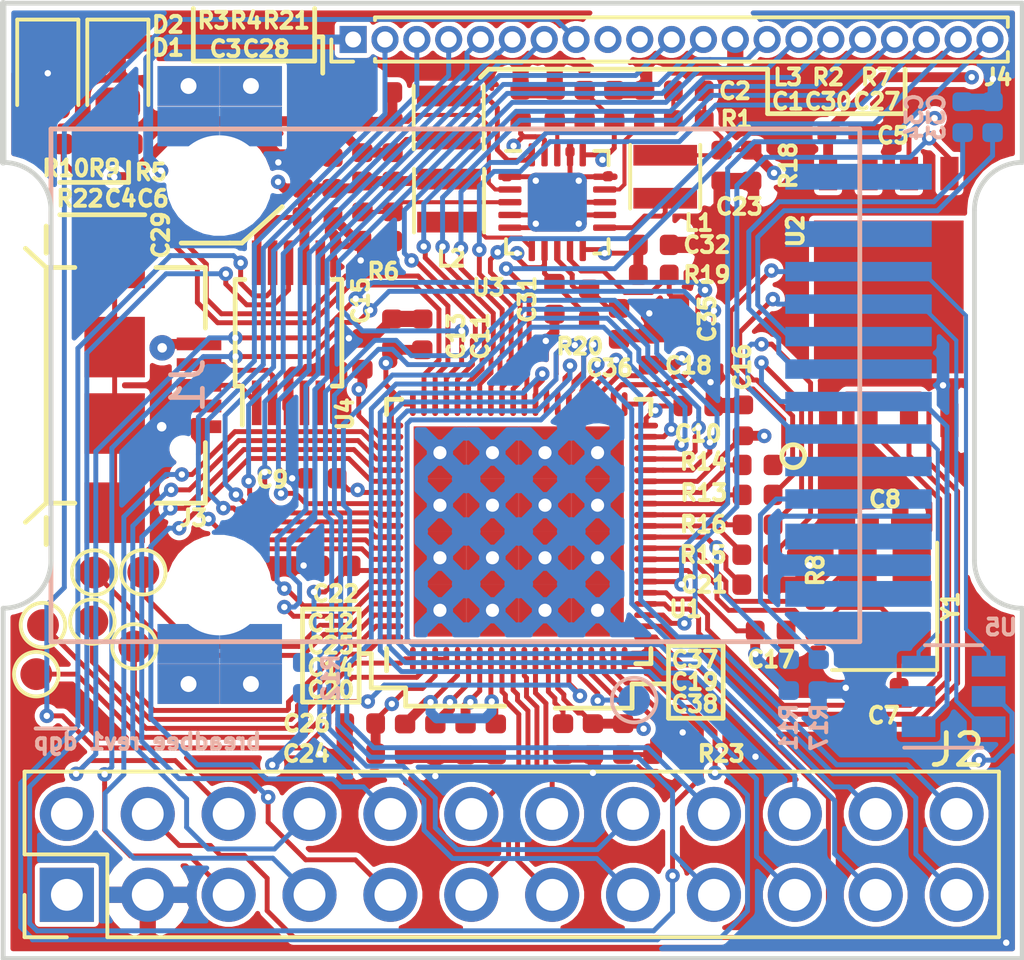
<source format=kicad_pcb>
(kicad_pcb (version 20171130) (host pcbnew 5.1.5+dfsg1-2+b1)
  (layers (0 F.Cu signal) (1 In1.Cu signal) (2 In2.Cu signal) (31 B.Cu signal) (34 B.Paste user hide) (35 F.Paste user hide) (36 B.SilkS user) (37 F.SilkS user hide) (38 B.Mask user hide) (39 F.Mask user hide) (44 Edge.Cuts user))
  (net 0 "")
  (net 1 "Net-(J1-Pad3)")
  (net 2 "Net-(J1-Pad4)")
  (net 3 "Net-(J1-Pad7)")
  (net 4 "Net-(J1-Pad8)")
  (net 5 "Net-(J1-Pad10)")
  (net 6 "Net-(J3-Pad2)")
  (net 7 "Net-(J3-Pad3)")
  (net 8 "Net-(J3-Pad6)")
  (net 9 GND)
  (net 10 +3V3)
  (net 11 +1V8)
  (net 12 "Net-(C1-Pad1)")
  (net 13 +1V0)
  (net 14 "Net-(L2-Pad1)")
  (net 15 +5V)
  (net 16 "Net-(L1-Pad2)")
  (net 17 "Net-(L3-Pad1)")
  (net 18 "Net-(C2-Pad2)")
  (net 19 "Net-(C3-Pad2)")
  (net 20 "Net-(C4-Pad2)")
  (net 21 /console_tx)
  (net 22 /console_rx)
  (net 23 /i2c1_scl)
  (net 24 /i2c1_sda)
  (net 25 /spi0_cz)
  (net 26 /spi0_ck)
  (net 27 /spi0_di)
  (net 28 /spi0_do)
  (net 29 /sar_gpio0)
  (net 30 /sar_gpio1)
  (net 31 /sar_gpio2)
  (net 32 /sar_gpio3)
  (net 33 /fuart_rx)
  (net 34 /fuart_tx)
  (net 35 /fuart_cts)
  (net 36 /xtal_in)
  (net 37 /xtal_out)
  (net 38 /fuart_rts)
  (net 39 /sr_io2)
  (net 40 /sr_io3)
  (net 41 /sr_io4)
  (net 42 /sr_io5)
  (net 43 /sr_io6)
  (net 44 /sr_io7)
  (net 45 /pm_gpio4)
  (net 46 "Net-(D1-Pad2)")
  (net 47 "Net-(D2-Pad2)")
  (net 48 "Net-(C21-Pad1)")
  (net 49 "Net-(C22-Pad1)")
  (net 50 /sd_clk)
  (net 51 /sd_cmd)
  (net 52 /sd_d0)
  (net 53 /sd_d1)
  (net 54 /sd_d2)
  (net 55 /sd_d3)
  (net 56 /pm_sd_cdz)
  (net 57 /led0)
  (net 58 /led1)
  (net 59 /usb_dm)
  (net 60 /usb_dp)
  (net 61 "Net-(TP6-Pad1)")
  (net 62 "Net-(TP2-Pad1)")
  (net 63 "Net-(TP1-Pad1)")
  (net 64 "Net-(TP3-Pad1)")
  (net 65 "Net-(TP4-Pad1)")
  (net 66 "Net-(TP5-Pad1)")
  (net 67 /sr_io8)
  (net 68 /sr_io9)
  (net 69 /sr_io10)
  (net 70 /sr_io11)
  (net 71 /sr_io12)
  (net 72 /sr_io13)
  (net 73 /sr_io14)
  (net 74 /sr_io15)
  (net 75 /eth_rn)
  (net 76 /eth_rp)
  (net 77 /eth_tn)
  (net 78 /eth_tp)
  (net 79 "Net-(C33-Pad1)")
  (net 80 "Net-(C34-Pad1)")
  (net 81 /spinor_sck)
  (net 82 /spinor_~cs)
  (net 83 /spinor_~wp)
  (net 84 /spinor_miso)
  (net 85 /spinor_mosi)
  (net 86 "Net-(C35-Pad1)")
  (net 87 "Net-(C36-Pad1)")
  (net 88 /reset)
  (net 89 "Net-(C38-Pad1)")
  (net 90 "Net-(TP7-Pad1)")
  (module s2qfn80:QFN-80_EP_8x8_Pitch0.35mm (layer F.Cu) (at 143.19 91.59 90)
    (fp_text reference U1 (at -2.4365 5.24) (layer F.SilkS) (effects (font (size 0.5 0.5) (thickness 0.125))))
    (fp_text value msc313e hide)
    (pad 1 smd oval (at -4 -3.325 180) (size 0.18 0.75) (layers F.Cu F.Paste F.Mask) (net 61 "Net-(TP6-Pad1)"))
    (pad 2 smd oval (at -4 -2.975 180) (size 0.18 0.75) (layers F.Cu F.Paste F.Mask) (net 62 "Net-(TP2-Pad1)"))
    (pad 3 smd oval (at -4 -2.625 180) (size 0.18 0.75) (layers F.Cu F.Paste F.Mask) (net 11 +1V8))
    (pad 4 smd oval (at -4 -2.275 180) (size 0.18 0.75) (layers F.Cu F.Paste F.Mask) (net 11 +1V8))
    (pad 5 smd oval (at -4 -1.925 180) (size 0.16 0.75) (layers F.Cu F.Paste F.Mask) (net 13 +1V0))
    (pad 6 smd oval (at -4 -1.575 180) (size 0.18 0.75) (layers F.Cu F.Paste F.Mask) (net 11 +1V8))
    (pad 7 smd oval (at -4 -1.225 180) (size 0.18 0.75) (layers F.Cu F.Paste F.Mask) (net 10 +3V3))
    (pad 8 smd oval (at -4 -0.875 180) (size 0.18 0.75) (layers F.Cu F.Paste F.Mask) (net 13 +1V0))
    (pad 9 smd oval (at -4 -0.525 180) (size 0.18 0.75) (layers F.Cu F.Paste F.Mask) (net 32 /sar_gpio3))
    (pad 10 smd oval (at -4 -0.175 180) (size 0.18 0.75) (layers F.Cu F.Paste F.Mask) (net 31 /sar_gpio2))
    (pad 11 smd oval (at -4 0.175 180) (size 0.18 0.75) (layers F.Cu F.Paste F.Mask) (net 30 /sar_gpio1))
    (pad 12 smd oval (at -4 0.525 180) (size 0.18 0.75) (layers F.Cu F.Paste F.Mask) (net 29 /sar_gpio0))
    (pad 13 smd oval (at -4 0.875 180) (size 0.18 0.75) (layers F.Cu F.Paste F.Mask) (net 89 "Net-(C38-Pad1)"))
    (pad 14 smd oval (at -4 1.225 180) (size 0.18 0.75) (layers F.Cu F.Paste F.Mask) (net 10 +3V3))
    (pad 15 smd oval (at -4 1.575 180) (size 0.18 0.75) (layers F.Cu F.Paste F.Mask) (net 56 /pm_sd_cdz))
    (pad 16 smd oval (at -4 1.925 180) (size 0.18 0.75) (layers F.Cu F.Paste F.Mask) (net 90 "Net-(TP7-Pad1)"))
    (pad 17 smd oval (at -4 2.275 180) (size 0.18 0.75) (layers F.Cu F.Paste F.Mask) (net 88 /reset))
    (pad 18 smd oval (at -4 2.625 180) (size 0.18 0.75) (layers F.Cu F.Paste F.Mask) (net 21 /console_tx))
    (pad 19 smd oval (at -4 2.975 180) (size 0.18 0.75) (layers F.Cu F.Paste F.Mask) (net 22 /console_rx))
    (pad 20 smd oval (at -4 3.325 180) (size 0.18 0.75) (layers F.Cu F.Paste F.Mask) (net 9 GND))
    (pad 21 smd oval (at -3.325 4 90) (size 0.18 0.75) (layers F.Cu F.Paste F.Mask) (net 45 /pm_gpio4))
    (pad 22 smd oval (at -2.975 4 90) (size 0.18 0.75) (layers F.Cu F.Paste F.Mask) (net 82 /spinor_~cs))
    (pad 23 smd oval (at -2.625 4 90) (size 0.18 0.75) (layers F.Cu F.Paste F.Mask) (net 85 /spinor_mosi))
    (pad 24 smd oval (at -2.275 4 90) (size 0.18 0.75) (layers F.Cu F.Paste F.Mask) (net 83 /spinor_~wp))
    (pad 25 smd oval (at -1.925 4 90) (size 0.18 0.75) (layers F.Cu F.Paste F.Mask) (net 84 /spinor_miso))
    (pad 26 smd oval (at -1.575 4 90) (size 0.18 0.75) (layers F.Cu F.Paste F.Mask) (net 81 /spinor_sck))
    (pad 27 smd oval (at -1.225 4 90) (size 0.18 0.75) (layers F.Cu F.Paste F.Mask) (net 10 +3V3))
    (pad 28 smd oval (at -0.875 4 90) (size 0.18 0.75) (layers F.Cu F.Paste F.Mask) (net 36 /xtal_in))
    (pad 29 smd oval (at -0.525 4 90) (size 0.18 0.75) (layers F.Cu F.Paste F.Mask) (net 37 /xtal_out))
    (pad 30 smd oval (at -0.175 4 90) (size 0.18 0.75) (layers F.Cu F.Paste F.Mask) (net 48 "Net-(C21-Pad1)"))
    (pad 31 smd oval (at 0.175 4 90) (size 0.18 0.75) (layers F.Cu F.Paste F.Mask) (net 75 /eth_rn))
    (pad 32 smd oval (at 0.525 4 90) (size 0.18 0.75) (layers F.Cu F.Paste F.Mask) (net 76 /eth_rp))
    (pad 33 smd oval (at 0.875 4 90) (size 0.18 0.75) (layers F.Cu F.Paste F.Mask) (net 77 /eth_tn))
    (pad 34 smd oval (at 1.225 4 90) (size 0.18 0.75) (layers F.Cu F.Paste F.Mask) (net 78 /eth_tp))
    (pad 35 smd oval (at 1.575 4 90) (size 0.18 0.75) (layers F.Cu F.Paste F.Mask) (net 10 +3V3))
    (pad 36 smd oval (at 1.925 4 90) (size 0.18 0.75) (layers F.Cu F.Paste F.Mask) (net 33 /fuart_rx))
    (pad 37 smd oval (at 2.275 4 90) (size 0.18 0.75) (layers F.Cu F.Paste F.Mask) (net 34 /fuart_tx))
    (pad 38 smd oval (at 2.625 4 90) (size 0.18 0.75) (layers F.Cu F.Paste F.Mask) (net 35 /fuart_cts))
    (pad 39 smd oval (at 2.975 4 90) (size 0.18 0.75) (layers F.Cu F.Paste F.Mask) (net 38 /fuart_rts))
    (pad 40 smd oval (at 3.325 4 90) (size 0.18 0.75) (layers F.Cu F.Paste F.Mask) (net 13 +1V0))
    (pad 41 smd oval (at 4 3.325 180) (size 0.18 0.75) (layers F.Cu F.Paste F.Mask) (net 23 /i2c1_scl))
    (pad 42 smd oval (at 4 2.975 180) (size 0.18 0.75) (layers F.Cu F.Paste F.Mask) (net 24 /i2c1_sda))
    (pad 43 smd oval (at 4 2.625 180) (size 0.18 0.75) (layers F.Cu F.Paste F.Mask) (net 10 +3V3))
    (pad 44 smd oval (at 4 2.275 180) (size 0.18 0.75) (layers F.Cu F.Paste F.Mask) (net 39 /sr_io2))
    (pad 45 smd oval (at 4 1.925 180) (size 0.18 0.75) (layers F.Cu F.Paste F.Mask) (net 40 /sr_io3))
    (pad 46 smd oval (at 4 1.575 180) (size 0.18 0.75) (layers F.Cu F.Paste F.Mask) (net 41 /sr_io4))
    (pad 47 smd oval (at 4 1.225 180) (size 0.18 0.75) (layers F.Cu F.Paste F.Mask) (net 42 /sr_io5))
    (pad 48 smd oval (at 4 0.875 180) (size 0.18 0.75) (layers F.Cu F.Paste F.Mask) (net 43 /sr_io6))
    (pad 49 smd oval (at 4 0.525 180) (size 0.18 0.75) (layers F.Cu F.Paste F.Mask) (net 44 /sr_io7))
    (pad 50 smd oval (at 4 0.175 180) (size 0.18 0.75) (layers F.Cu F.Paste F.Mask) (net 67 /sr_io8))
    (pad 51 smd oval (at 4 -0.175 180) (size 0.18 0.75) (layers F.Cu F.Paste F.Mask) (net 68 /sr_io9))
    (pad 52 smd oval (at 4 -0.525 180) (size 0.18 0.75) (layers F.Cu F.Paste F.Mask) (net 69 /sr_io10))
    (pad 53 smd oval (at 4 -0.875 180) (size 0.18 0.75) (layers F.Cu F.Paste F.Mask) (net 70 /sr_io11))
    (pad 54 smd oval (at 4 -1.225 180) (size 0.18 0.75) (layers F.Cu F.Paste F.Mask) (net 71 /sr_io12))
    (pad 55 smd oval (at 4 -1.575 180) (size 0.18 0.75) (layers F.Cu F.Paste F.Mask) (net 72 /sr_io13))
    (pad 56 smd oval (at 4 -1.925 180) (size 0.18 0.75) (layers F.Cu F.Paste F.Mask) (net 73 /sr_io14))
    (pad 57 smd oval (at 4 -2.275 180) (size 0.18 0.75) (layers F.Cu F.Paste F.Mask) (net 74 /sr_io15))
    (pad 58 smd oval (at 4 -2.625 180) (size 0.18 0.75) (layers F.Cu F.Paste F.Mask) (net 57 /led0))
    (pad 59 smd oval (at 4 -2.975 180) (size 0.18 0.75) (layers F.Cu F.Paste F.Mask) (net 58 /led1))
    (pad 60 smd oval (at 4 -3.325 180) (size 0.18 0.75) (layers F.Cu F.Paste F.Mask) (net 13 +1V0))
    (pad 61 smd oval (at 3.325 -4 90) (size 0.18 0.75) (layers F.Cu F.Paste F.Mask) (net 13 +1V0))
    (pad 62 smd oval (at 2.975 -4 90) (size 0.18 0.75) (layers F.Cu F.Paste F.Mask) (net 10 +3V3))
    (pad 63 smd oval (at 2.625 -4 90) (size 0.18 0.75) (layers F.Cu F.Paste F.Mask) (net 25 /spi0_cz))
    (pad 64 smd oval (at 2.275 -4 90) (size 0.18 0.75) (layers F.Cu F.Paste F.Mask) (net 26 /spi0_ck))
    (pad 65 smd oval (at 1.925 -4 90) (size 0.18 0.75) (layers F.Cu F.Paste F.Mask) (net 27 /spi0_di))
    (pad 66 smd oval (at 1.575 -4 90) (size 0.18 0.75) (layers F.Cu F.Paste F.Mask) (net 28 /spi0_do))
    (pad 67 smd oval (at 1.225 -4 90) (size 0.18 0.75) (layers F.Cu F.Paste F.Mask) (net 13 +1V0))
    (pad 68 smd oval (at 0.875 -4 90) (size 0.18 0.75) (layers F.Cu F.Paste F.Mask) (net 50 /sd_clk))
    (pad 69 smd oval (at 0.525 -4 90) (size 0.18 0.75) (layers F.Cu F.Paste F.Mask) (net 51 /sd_cmd))
    (pad 70 smd oval (at 0.175 -4 90) (size 0.18 0.75) (layers F.Cu F.Paste F.Mask) (net 52 /sd_d0))
    (pad 71 smd oval (at -0.175 -4 90) (size 0.18 0.75) (layers F.Cu F.Paste F.Mask) (net 53 /sd_d1))
    (pad 72 smd oval (at -0.525 -4 90) (size 0.18 0.75) (layers F.Cu F.Paste F.Mask) (net 54 /sd_d2))
    (pad 73 smd oval (at -0.875 -4 90) (size 0.18 0.75) (layers F.Cu F.Paste F.Mask) (net 55 /sd_d3))
    (pad 74 smd oval (at -1.225 -4 90) (size 0.18 0.75) (layers F.Cu F.Paste F.Mask) (net 49 "Net-(C22-Pad1)"))
    (pad 75 smd oval (at -1.575 -4 90) (size 0.18 0.75) (layers F.Cu F.Paste F.Mask) (net 59 /usb_dm))
    (pad 76 smd oval (at -1.925 -4 90) (size 0.18 0.75) (layers F.Cu F.Paste F.Mask) (net 60 /usb_dp))
    (pad 77 smd oval (at -2.275 -4 90) (size 0.18 0.75) (layers F.Cu F.Paste F.Mask) (net 63 "Net-(TP1-Pad1)"))
    (pad 78 smd oval (at -2.625 -4 90) (size 0.18 0.75) (layers F.Cu F.Paste F.Mask) (net 64 "Net-(TP3-Pad1)"))
    (pad 79 smd oval (at -2.975 -4 90) (size 0.18 0.75) (layers F.Cu F.Paste F.Mask) (net 65 "Net-(TP4-Pad1)"))
    (pad 80 smd oval (at -3.325 -4 90) (size 0.18 0.75) (layers F.Cu F.Paste F.Mask) (net 66 "Net-(TP5-Pad1)"))
    (pad 81 smd rect (at -2.475 -2.475 90) (size 1.65 1.65) (layers F.Cu F.Paste F.Mask) (net 9 GND))
    (pad 81 smd rect (at -2.475 -0.825 90) (size 1.65 1.65) (layers F.Cu F.Paste F.Mask) (net 9 GND))
    (pad 81 smd rect (at -2.475 0.825 90) (size 1.65 1.65) (layers F.Cu F.Paste F.Mask) (net 9 GND))
    (pad 81 smd rect (at -2.475 2.475 90) (size 1.65 1.65) (layers F.Cu F.Paste F.Mask) (net 9 GND))
    (pad 81 smd rect (at -0.825 -2.475 90) (size 1.65 1.65) (layers F.Cu F.Paste F.Mask) (net 9 GND))
    (pad 81 smd rect (at -0.825 -0.825 90) (size 1.65 1.65) (layers F.Cu F.Paste F.Mask) (net 9 GND))
    (pad 81 smd rect (at -0.825 0.825 90) (size 1.65 1.65) (layers F.Cu F.Paste F.Mask) (net 9 GND))
    (pad 81 smd rect (at -0.825 2.475 90) (size 1.65 1.65) (layers F.Cu F.Paste F.Mask) (net 9 GND))
    (pad 81 smd rect (at 0.825 -2.475 90) (size 1.65 1.65) (layers F.Cu F.Paste F.Mask) (net 9 GND))
    (pad 81 smd rect (at 0.825 -0.825 90) (size 1.65 1.65) (layers F.Cu F.Paste F.Mask) (net 9 GND))
    (pad 81 smd rect (at 0.825 0.825 90) (size 1.65 1.65) (layers F.Cu F.Paste F.Mask) (net 9 GND))
    (pad 81 smd rect (at 0.825 2.475 90) (size 1.65 1.65) (layers F.Cu F.Paste F.Mask) (net 9 GND))
    (pad 81 smd rect (at 2.475 -2.475 90) (size 1.65 1.65) (layers F.Cu F.Paste F.Mask) (net 9 GND))
    (pad 81 smd rect (at 2.475 -0.825 90) (size 1.65 1.65) (layers F.Cu F.Paste F.Mask) (net 9 GND))
    (pad 81 smd rect (at 2.475 0.825 90) (size 1.65 1.65) (layers F.Cu F.Paste F.Mask) (net 9 GND))
    (pad 81 smd rect (at 2.475 2.475 90) (size 1.65 1.65) (layers F.Cu F.Paste F.Mask) (net 9 GND))
    (pad 81 thru_hole circle (at -2.475 -2.475 90) (size 0.825 0.825) (drill 0.4125) (layers *.Cu *.Mask) (net 9 GND))
    (pad 81 thru_hole circle (at -2.475 -0.825 90) (size 0.825 0.825) (drill 0.4125) (layers *.Cu *.Mask) (net 9 GND))
    (pad 81 thru_hole circle (at -2.475 0.825 90) (size 0.825 0.825) (drill 0.4125) (layers *.Cu *.Mask) (net 9 GND))
    (pad 81 thru_hole circle (at -2.475 2.475 90) (size 0.825 0.825) (drill 0.4125) (layers *.Cu *.Mask) (net 9 GND))
    (pad 81 thru_hole circle (at -0.825 -2.475 90) (size 0.825 0.825) (drill 0.4125) (layers *.Cu *.Mask) (net 9 GND))
    (pad 81 thru_hole circle (at -0.825 -0.825 90) (size 0.825 0.825) (drill 0.4125) (layers *.Cu *.Mask) (net 9 GND))
    (pad 81 thru_hole circle (at -0.825 0.825 90) (size 0.825 0.825) (drill 0.4125) (layers *.Cu *.Mask) (net 9 GND))
    (pad 81 thru_hole circle (at -0.825 2.475 90) (size 0.825 0.825) (drill 0.4125) (layers *.Cu *.Mask) (net 9 GND))
    (pad 81 thru_hole circle (at 0.825 -2.475 90) (size 0.825 0.825) (drill 0.4125) (layers *.Cu *.Mask) (net 9 GND))
    (pad 81 thru_hole circle (at 0.825 -0.825 90) (size 0.825 0.825) (drill 0.4125) (layers *.Cu *.Mask) (net 9 GND))
    (pad 81 thru_hole circle (at 0.825 0.825 90) (size 0.825 0.825) (drill 0.4125) (layers *.Cu *.Mask) (net 9 GND))
    (pad 81 thru_hole circle (at 0.825 2.475 90) (size 0.825 0.825) (drill 0.4125) (layers *.Cu *.Mask) (net 9 GND))
    (pad 81 thru_hole circle (at 2.475 -2.475 90) (size 0.825 0.825) (drill 0.4125) (layers *.Cu *.Mask) (net 9 GND))
    (pad 81 thru_hole circle (at 2.475 -0.825 90) (size 0.825 0.825) (drill 0.4125) (layers *.Cu *.Mask) (net 9 GND))
    (pad 81 thru_hole circle (at 2.475 0.825 90) (size 0.825 0.825) (drill 0.4125) (layers *.Cu *.Mask) (net 9 GND))
    (pad 81 thru_hole circle (at 2.475 2.475 90) (size 0.825 0.825) (drill 0.4125) (layers *.Cu *.Mask) (net 9 GND))
  )
  (module Connector_PinHeader_2.54mm:PinHeader_2x12_P2.54mm_Vertical (layer F.Cu) (at 129 103 90)
    (fp_text reference J2 (at 4.55 27.95 180) (layer F.SilkS))
    (fp_text value Conn_02x12_Odd_Even hide)
    (pad 1 thru_hole rect (at 0 0 90) (size 1.7 1.7) (drill 1) (layers *.Cu *.Mask) (net 15 +5V))
    (pad 2 thru_hole oval (at 2.54 0 90) (size 1.7 1.7) (drill 1) (layers *.Cu *.Mask) (net 10 +3V3))
    (pad 3 thru_hole oval (at 0 2.54 90) (size 1.7 1.7) (drill 1) (layers *.Cu *.Mask) (net 9 GND))
    (pad 4 thru_hole oval (at 2.54 2.54 90) (size 1.7 1.7) (drill 1) (layers *.Cu *.Mask) (net 45 /pm_gpio4))
    (pad 5 thru_hole oval (at 0 5.08 90) (size 1.7 1.7) (drill 1) (layers *.Cu *.Mask) (net 23 /i2c1_scl))
    (pad 6 thru_hole oval (at 2.54 5.08 90) (size 1.7 1.7) (drill 1) (layers *.Cu *.Mask) (net 24 /i2c1_sda))
    (pad 7 thru_hole oval (at 0 7.62 90) (size 1.7 1.7) (drill 1) (layers *.Cu *.Mask) (net 25 /spi0_cz))
    (pad 8 thru_hole oval (at 2.54 7.62 90) (size 1.7 1.7) (drill 1) (layers *.Cu *.Mask) (net 26 /spi0_ck))
    (pad 9 thru_hole oval (at 0 10.16 90) (size 1.7 1.7) (drill 1) (layers *.Cu *.Mask) (net 27 /spi0_di))
    (pad 10 thru_hole oval (at 2.54 10.16 90) (size 1.7 1.7) (drill 1) (layers *.Cu *.Mask) (net 28 /spi0_do))
    (pad 11 thru_hole oval (at 0 12.7 90) (size 1.7 1.7) (drill 1) (layers *.Cu *.Mask) (net 31 /sar_gpio2))
    (pad 12 thru_hole oval (at 2.54 12.7 90) (size 1.7 1.7) (drill 1) (layers *.Cu *.Mask) (net 32 /sar_gpio3))
    (pad 13 thru_hole oval (at 0 15.24 90) (size 1.7 1.7) (drill 1) (layers *.Cu *.Mask) (net 30 /sar_gpio1))
    (pad 14 thru_hole oval (at 2.54 15.24 90) (size 1.7 1.7) (drill 1) (layers *.Cu *.Mask) (net 29 /sar_gpio0))
    (pad 15 thru_hole oval (at 0 17.78 90) (size 1.7 1.7) (drill 1) (layers *.Cu *.Mask) (net 33 /fuart_rx))
    (pad 16 thru_hole oval (at 2.54 17.78 90) (size 1.7 1.7) (drill 1) (layers *.Cu *.Mask) (net 34 /fuart_tx))
    (pad 17 thru_hole oval (at 0 20.32 90) (size 1.7 1.7) (drill 1) (layers *.Cu *.Mask) (net 35 /fuart_cts))
    (pad 18 thru_hole oval (at 2.54 20.32 90) (size 1.7 1.7) (drill 1) (layers *.Cu *.Mask) (net 38 /fuart_rts))
    (pad 19 thru_hole oval (at 0 22.86 90) (size 1.7 1.7) (drill 1) (layers *.Cu *.Mask) (net 44 /sr_io7))
    (pad 20 thru_hole oval (at 2.54 22.86 90) (size 1.7 1.7) (drill 1) (layers *.Cu *.Mask) (net 43 /sr_io6))
    (pad 21 thru_hole oval (at 0 25.4 90) (size 1.7 1.7) (drill 1) (layers *.Cu *.Mask) (net 42 /sr_io5))
    (pad 22 thru_hole oval (at 2.54 25.4 90) (size 1.7 1.7) (drill 1) (layers *.Cu *.Mask) (net 41 /sr_io4))
    (pad 23 thru_hole oval (at 0 27.94 90) (size 1.7 1.7) (drill 1) (layers *.Cu *.Mask) (net 40 /sr_io3))
    (pad 24 thru_hole oval (at 2.54 27.94 90) (size 1.7 1.7) (drill 1) (layers *.Cu *.Mask) (net 39 /sr_io2))
  )
  (module TestPoint:TestPoint_Pad_D1.0mm (layer B.Cu) (at 146.814 96.884)
    (fp_text reference TP7 hide)
    (fp_text value TestPoint hide)
    (pad 1 smd circle (at 0 0) (size 1 1) (layers B.Cu B.Mask) (net 90 "Net-(TP7-Pad1)"))
  )
  (module hanrun:HR961160C (layer B.Cu) (at 141.2 87 270)
    (fp_text reference J1 (at 0 8.4 270) (layer B.SilkS) (effects (justify mirror)))
    (fp_text value HR961160C hide)
    (pad 1 smd rect (at -6.55 -12.66 270) (size 0.81 4.6) (layers B.Cu B.Paste B.Mask))
    (pad 2 smd rect (at -4.75 -12.66 270) (size 0.81 4.6) (layers B.Cu B.Paste B.Mask))
    (pad 3 smd rect (at -3.57 -12.66 270) (size 0.61 4.6) (layers B.Cu B.Paste B.Mask) (net 1 "Net-(J1-Pad3)"))
    (pad 4 smd rect (at -2.55 -12.66 270) (size 0.61 4.6) (layers B.Cu B.Paste B.Mask) (net 2 "Net-(J1-Pad4)"))
    (pad 5 smd rect (at -1.53 -12.66 270) (size 0.61 4.6) (layers B.Cu B.Paste B.Mask) (net 79 "Net-(C33-Pad1)"))
    (pad 6 smd rect (at -0.51 -12.66 270) (size 0.61 4.6) (layers B.Cu B.Paste B.Mask) (net 80 "Net-(C34-Pad1)"))
    (pad 7 smd rect (at 0.51 -12.66 270) (size 0.61 4.6) (layers B.Cu B.Paste B.Mask) (net 3 "Net-(J1-Pad7)"))
    (pad 8 smd rect (at 1.53 -12.66 270) (size 0.61 4.6) (layers B.Cu B.Paste B.Mask) (net 4 "Net-(J1-Pad8)"))
    (pad 9 smd rect (at 2.55 -12.66 270) (size 0.61 4.6) (layers B.Cu B.Paste B.Mask))
    (pad 10 smd rect (at 3.57 -12.66 270) (size 0.61 4.6) (layers B.Cu B.Paste B.Mask) (net 5 "Net-(J1-Pad10)"))
    (pad 11 smd rect (at 4.75 -12.66 270) (size 0.81 4.6) (layers B.Cu B.Paste B.Mask))
    (pad 12 smd rect (at 6.55 -12.66 270) (size 0.81 4.6) (layers B.Cu B.Paste B.Mask))
    (pad "" np_thru_hole circle (at -6.35 7.42 270) (size 3 3) (drill 3) (layers *.Cu *.Mask))
    (pad "" np_thru_hole circle (at 6.35 7.42 270) (size 3 3) (drill 3) (layers *.Cu *.Mask))
    (pad "" thru_hole rect (at 9.38 6.42 270) (size 1.25 1.95) (drill 0.5) (layers *.Cu *.Mask))
    (pad "" smd rect (at 8.12 8.38 270) (size 1.25 1.95) (layers B.Cu B.Paste B.Mask))
    (pad "" smd rect (at 8.12 6.42 270) (size 1.25 1.95) (layers B.Cu B.Paste B.Mask))
    (pad "" thru_hole rect (at 9.38 8.38 270) (size 1.25 1.95) (drill 0.5) (layers *.Cu *.Mask))
    (pad "" smd rect (at -8.13 6.42 270) (size 1.25 1.95) (layers B.Cu B.Paste B.Mask))
    (pad "" smd rect (at -8.13 8.38 270) (size 1.25 1.95) (layers B.Cu B.Paste B.Mask))
    (pad "" thru_hole rect (at -9.4 8.38 270) (size 1.25 1.95) (drill 0.5) (layers *.Cu *.Mask))
    (pad "" thru_hole rect (at -9.4 6.42 270) (size 1.25 1.95) (drill 0.5) (layers *.Cu *.Mask))
  )
  (module Crystal:Crystal_SMD_Abracon_ABM8G-4Pin_3.2x2.5mm (layer F.Cu) (at 154.68 93.94 90)
    (fp_text reference Y1 (at 0 2.07 90) (layer F.SilkS) (effects (font (size 0.5 0.5) (thickness 0.125))))
    (fp_text value Crystal_GND24 hide)
    (pad 1 smd rect (at -1.1 0.85 90) (size 1.4 1.2) (layers F.Cu F.Paste F.Mask) (net 36 /xtal_in))
    (pad 2 smd rect (at 1.1 0.85 90) (size 1.4 1.2) (layers F.Cu F.Paste F.Mask) (net 9 GND))
    (pad 3 smd rect (at 1.1 -0.85 90) (size 1.4 1.2) (layers F.Cu F.Paste F.Mask) (net 37 /xtal_out))
    (pad 4 smd rect (at -1.1 -0.85 90) (size 1.4 1.2) (layers F.Cu F.Paste F.Mask) (net 9 GND))
  )
  (module Capacitor_SMD:C_0402_1005Metric (layer F.Cu) (at 144.58 98.11 270)
    (fp_text reference C38 (at -1.099 -4.139 180) (layer F.SilkS) (effects (font (size 0.5 0.5) (thickness 0.125))))
    (fp_text value 1uf hide)
    (pad 2 smd roundrect (at 0.485 0 270) (size 0.59 0.64) (layers F.Cu F.Paste F.Mask) (net 9 GND))
    (pad 1 smd roundrect (at -0.485 0 270) (size 0.59 0.64) (layers F.Cu F.Paste F.Mask) (net 89 "Net-(C38-Pad1)"))
  )
  (module Resistor_SMD:R_0402_1005Metric (layer F.Cu) (at 147.88 98.57)
    (fp_text reference R23 (at 1.67 0) (layer F.SilkS) (effects (font (size 0.5 0.5) (thickness 0.125))))
    (fp_text value 1.2m hide)
    (pad 2 smd roundrect (at 0.485 0) (size 0.59 0.64) (layers F.Cu F.Paste F.Mask) (net 9 GND))
    (pad 1 smd roundrect (at -0.485 0) (size 0.59 0.64) (layers F.Cu F.Paste F.Mask) (net 88 /reset))
  )
  (module Capacitor_SMD:C_0402_1005Metric (layer F.Cu) (at 146.47 98.11 270)
    (fp_text reference C37 (at -2.496 -2.249 180) (layer F.SilkS) (effects (font (size 0.5 0.5) (thickness 0.125))))
    (fp_text value 1uf hide)
    (pad 2 smd roundrect (at 0.485 0 270) (size 0.59 0.64) (layers F.Cu F.Paste F.Mask) (net 88 /reset))
    (pad 1 smd roundrect (at -0.485 0 270) (size 0.59 0.64) (layers F.Cu F.Paste F.Mask) (net 10 +3V3))
  )
  (module Package_DFN_QFN:UQFN-20-1EP_3x3mm_P0.4mm_EP1.85x1.85mm_ThermalVias (layer F.Cu) (at 144.4 81.25)
    (fp_text reference U3 (at -2.158 2.68) (layer F.SilkS) (effects (font (size 0.5 0.5) (thickness 0.125))))
    (fp_text value ea3036c hide)
    (pad 20 smd roundrect (at -0.8 -1.4875) (size 0.2 0.725) (layers F.Cu F.Paste F.Mask) (net 17 "Net-(L3-Pad1)"))
    (pad 19 smd roundrect (at -0.4 -1.4875) (size 0.2 0.725) (layers F.Cu F.Paste F.Mask) (net 15 +5V))
    (pad 18 smd roundrect (at 0 -1.4875) (size 0.2 0.725) (layers F.Cu F.Paste F.Mask) (net 12 "Net-(C1-Pad1)"))
    (pad 17 smd roundrect (at 0.4 -1.4875) (size 0.2 0.725) (layers F.Cu F.Paste F.Mask) (net 9 GND))
    (pad 16 smd roundrect (at 0.8 -1.4875) (size 0.2 0.725) (layers F.Cu F.Paste F.Mask) (net 15 +5V))
    (pad 15 smd roundrect (at 1.4875 -0.8) (size 0.725 0.2) (layers F.Cu F.Paste F.Mask) (net 9 GND))
    (pad 14 smd roundrect (at 1.4875 -0.4) (size 0.725 0.2) (layers F.Cu F.Paste F.Mask) (net 18 "Net-(C2-Pad2)"))
    (pad 13 smd roundrect (at 1.4875 0) (size 0.725 0.2) (layers F.Cu F.Paste F.Mask) (net 9 GND))
    (pad 12 smd roundrect (at 1.4875 0.4) (size 0.725 0.2) (layers F.Cu F.Paste F.Mask) (net 9 GND))
    (pad 11 smd roundrect (at 1.4875 0.8) (size 0.725 0.2) (layers F.Cu F.Paste F.Mask) (net 16 "Net-(L1-Pad2)"))
    (pad 10 smd roundrect (at 0.8 1.4875) (size 0.2 0.725) (layers F.Cu F.Paste F.Mask) (net 15 +5V))
    (pad 9 smd roundrect (at 0.4 1.4875) (size 0.2 0.725) (layers F.Cu F.Paste F.Mask) (net 86 "Net-(C35-Pad1)"))
    (pad 8 smd roundrect (at 0 1.4875) (size 0.2 0.725) (layers F.Cu F.Paste F.Mask) (net 87 "Net-(C36-Pad1)"))
    (pad 7 smd roundrect (at -0.4 1.4875) (size 0.2 0.725) (layers F.Cu F.Paste F.Mask) (net 15 +5V))
    (pad 6 smd roundrect (at -0.8 1.4875) (size 0.2 0.725) (layers F.Cu F.Paste F.Mask) (net 14 "Net-(L2-Pad1)"))
    (pad 5 smd roundrect (at -1.4875 0.8) (size 0.725 0.2) (layers F.Cu F.Paste F.Mask) (net 9 GND))
    (pad 4 smd roundrect (at -1.4875 0.4) (size 0.725 0.2) (layers F.Cu F.Paste F.Mask) (net 9 GND))
    (pad 3 smd roundrect (at -1.4875 0) (size 0.725 0.2) (layers F.Cu F.Paste F.Mask) (net 20 "Net-(C4-Pad2)"))
    (pad 2 smd roundrect (at -1.4875 -0.4) (size 0.725 0.2) (layers F.Cu F.Paste F.Mask) (net 19 "Net-(C3-Pad2)"))
    (pad 1 smd roundrect (at -1.4875 -0.8) (size 0.725 0.2) (layers F.Cu F.Paste F.Mask) (net 9 GND))
    (pad 21 smd roundrect (at 0 0) (size 1.85 1.85) (layers B.Cu) (roundrect_rratio 0.135135) (net 9 GND))
    (pad 21 thru_hole circle (at 0.675 0.675) (size 0.5 0.5) (drill 0.2) (layers *.Cu) (net 9 GND))
    (pad 21 thru_hole circle (at -0.675 0.675) (size 0.5 0.5) (drill 0.2) (layers *.Cu) (net 9 GND))
    (pad 21 thru_hole circle (at 0.675 -0.675) (size 0.5 0.5) (drill 0.2) (layers *.Cu) (net 9 GND))
    (pad 21 thru_hole circle (at -0.675 -0.675) (size 0.5 0.5) (drill 0.2) (layers *.Cu) (net 9 GND))
    (pad 21 smd roundrect (at 0 0) (size 1.85 1.85) (layers F.Cu F.Mask) (roundrect_rratio 0.135135) (net 9 GND))
  )
  (module Resistor_SMD:R_0402_1005Metric (layer F.Cu) (at 137.34 80.33 90)
    (fp_text reference R22 (at -0.806 -7.925 180) (layer F.SilkS) (effects (font (size 0.5 0.5) (thickness 0.125))))
    (fp_text value 100k hide)
    (pad 2 smd roundrect (at 0.485 0 90) (size 0.59 0.64) (layers F.Cu F.Paste F.Mask) (net 9 GND))
    (pad 1 smd roundrect (at -0.485 0 90) (size 0.59 0.64) (layers F.Cu F.Paste F.Mask) (net 10 +3V3))
  )
  (module Resistor_SMD:R_0402_1005Metric (layer F.Cu) (at 137.35 78.22 90)
    (fp_text reference R21 (at 2.672 -1.458 180) (layer F.SilkS) (effects (font (size 0.5 0.5) (thickness 0.125))))
    (fp_text value 100k hide)
    (pad 2 smd roundrect (at 0.485 0 90) (size 0.59 0.64) (layers F.Cu F.Paste F.Mask) (net 9 GND))
    (pad 1 smd roundrect (at -0.485 0 90) (size 0.59 0.64) (layers F.Cu F.Paste F.Mask) (net 13 +1V0))
  )
  (module Resistor_SMD:R_0402_1005Metric (layer F.Cu) (at 145.4 84.46 90)
    (fp_text reference R20 (at -1.32 -0.29 180) (layer F.SilkS) (effects (font (size 0.5 0.5) (thickness 0.125))))
    (fp_text value 1m hide)
    (pad 2 smd roundrect (at 0.485 0 90) (size 0.59 0.64) (layers F.Cu F.Paste F.Mask) (net 87 "Net-(C36-Pad1)"))
    (pad 1 smd roundrect (at -0.485 0 90) (size 0.59 0.64) (layers F.Cu F.Paste F.Mask) (net 15 +5V))
  )
  (module Resistor_SMD:R_0402_1005Metric (layer F.Cu) (at 147.43 83.53)
    (fp_text reference R19 (at 1.67 0) (layer F.SilkS) (effects (font (size 0.5 0.5) (thickness 0.125))))
    (fp_text value 1m hide)
    (pad 2 smd roundrect (at 0.485 0) (size 0.59 0.64) (layers F.Cu F.Paste F.Mask) (net 86 "Net-(C35-Pad1)"))
    (pad 1 smd roundrect (at -0.485 0) (size 0.59 0.64) (layers F.Cu F.Paste F.Mask) (net 15 +5V))
  )
  (module Resistor_SMD:R_0402_1005Metric (layer F.Cu) (at 150.49 80.1 270)
    (fp_text reference R18 (at 0 -1.17 90) (layer F.SilkS) (effects (font (size 0.5 0.5))))
    (fp_text value 100k hide)
    (pad 2 smd roundrect (at 0.485 0 270) (size 0.59 0.64) (layers F.Cu F.Paste F.Mask) (net 9 GND))
    (pad 1 smd roundrect (at -0.485 0 270) (size 0.59 0.64) (layers F.Cu F.Paste F.Mask) (net 11 +1V8))
  )
  (module Capacitor_SMD:C_0402_1005Metric (layer F.Cu) (at 146.34 85.07 270)
    (fp_text reference C36 (at 1.39 0.3 180) (layer F.SilkS) (effects (font (size 0.5 0.5) (thickness 0.125))))
    (fp_text value 1uf hide)
    (pad 2 smd roundrect (at 0.485 0 270) (size 0.59 0.64) (layers F.Cu F.Paste F.Mask) (net 9 GND))
    (pad 1 smd roundrect (at -0.485 0 270) (size 0.59 0.64) (layers F.Cu F.Paste F.Mask) (net 87 "Net-(C36-Pad1)"))
  )
  (module Capacitor_SMD:C_0402_1005Metric (layer F.Cu) (at 148.22 84.92 270)
    (fp_text reference C35 (at -0.01 -0.89 90) (layer F.SilkS) (effects (font (size 0.5 0.5) (thickness 0.125))))
    (fp_text value 1uf hide)
    (pad 2 smd roundrect (at 0.485 0 270) (size 0.59 0.64) (layers F.Cu F.Paste F.Mask) (net 9 GND))
    (pad 1 smd roundrect (at -0.485 0 270) (size 0.59 0.64) (layers F.Cu F.Paste F.Mask) (net 86 "Net-(C35-Pad1)"))
  )
  (module Package_TO_SOT_SMD:SOT-23-6 (layer B.Cu) (at 156.845 96.77)
    (fp_text reference U5 (at 1.485 -2.17) (layer B.SilkS) (effects (font (size 0.5 0.5) (thickness 0.125)) (justify mirror)))
    (fp_text value tvsarray hide)
    (pad 5 smd rect (at 1.1 0) (size 1.06 0.65) (layers B.Cu B.Paste B.Mask) (net 10 +3V3))
    (pad 6 smd rect (at 1.1 0.95) (size 1.06 0.65) (layers B.Cu B.Paste B.Mask) (net 2 "Net-(J1-Pad4)"))
    (pad 4 smd rect (at 1.1 -0.95) (size 1.06 0.65) (layers B.Cu B.Paste B.Mask) (net 1 "Net-(J1-Pad3)"))
    (pad 3 smd rect (at -1.1 -0.95) (size 1.06 0.65) (layers B.Cu B.Paste B.Mask) (net 4 "Net-(J1-Pad8)"))
    (pad 2 smd rect (at -1.1 0) (size 1.06 0.65) (layers B.Cu B.Paste B.Mask) (net 9 GND))
    (pad 1 smd rect (at -1.1 0.95) (size 1.06 0.65) (layers B.Cu B.Paste B.Mask) (net 3 "Net-(J1-Pad7)"))
  )
  (module Capacitor_SMD:C_0402_1005Metric (layer B.Cu) (at 157.13 78.58 90)
    (fp_text reference C34 (at 0 -1.52 90) (layer B.SilkS) (effects (font (size 0.5 0.5) (thickness 0.125)) (justify mirror)))
    (fp_text value 100nf hide)
    (pad 2 smd roundrect (at 0.485 0 90) (size 0.59 0.64) (layers B.Cu B.Paste B.Mask) (net 9 GND))
    (pad 1 smd roundrect (at -0.485 0 90) (size 0.59 0.64) (layers B.Cu B.Paste B.Mask) (net 80 "Net-(C34-Pad1)"))
  )
  (module Capacitor_SMD:C_0402_1005Metric (layer B.Cu) (at 158.07 78.58 90)
    (fp_text reference C33 (at 0 -1.76 270) (layer B.SilkS) (effects (font (size 0.5 0.5) (thickness 0.125)) (justify mirror)))
    (fp_text value 100nf hide)
    (pad 1 smd roundrect (at -0.485 0 90) (size 0.59 0.64) (layers B.Cu B.Paste B.Mask) (net 79 "Net-(C33-Pad1)"))
    (pad 2 smd roundrect (at 0.485 0 90) (size 0.59 0.64) (layers B.Cu B.Paste B.Mask) (net 9 GND))
  )
  (module Resistor_SMD:R_0402_1005Metric (layer F.Cu) (at 150.69 90.44 180)
    (fp_text reference R13 (at 1.685 0.06235 180) (layer F.SilkS) (effects (font (size 0.5 0.5) (thickness 0.125))))
    (fp_text value 22 hide)
    (pad 1 smd roundrect (at -0.485 0 180) (size 0.59 0.64) (layers F.Cu F.Paste F.Mask) (net 2 "Net-(J1-Pad4)"))
    (pad 2 smd roundrect (at 0.485 0 180) (size 0.59 0.64) (layers F.Cu F.Paste F.Mask) (net 77 /eth_tn))
  )
  (module Resistor_SMD:R_0402_1005Metric (layer F.Cu) (at 150.69 89.5 180)
    (fp_text reference R14 (at 1.7 0.1 180) (layer F.SilkS) (effects (font (size 0.5 0.5) (thickness 0.125))))
    (fp_text value 22 hide)
    (pad 2 smd roundrect (at 0.485 0 180) (size 0.59 0.64) (layers F.Cu F.Paste F.Mask) (net 78 /eth_tp))
    (pad 1 smd roundrect (at -0.485 0 180) (size 0.59 0.64) (layers F.Cu F.Paste F.Mask) (net 1 "Net-(J1-Pad3)"))
  )
  (module Resistor_SMD:R_0402_1005Metric (layer F.Cu) (at 150.68 92.32 180)
    (fp_text reference R15 (at 1.7 0 180) (layer F.SilkS) (effects (font (size 0.5 0.5) (thickness 0.125))))
    (fp_text value 22 hide)
    (pad 1 smd roundrect (at -0.485 0 180) (size 0.59 0.64) (layers F.Cu F.Paste F.Mask) (net 4 "Net-(J1-Pad8)"))
    (pad 2 smd roundrect (at 0.485 0 180) (size 0.59 0.64) (layers F.Cu F.Paste F.Mask) (net 75 /eth_rn))
  )
  (module Resistor_SMD:R_0402_1005Metric (layer F.Cu) (at 150.69 91.38 180)
    (fp_text reference R16 (at 1.7 0.01 180) (layer F.SilkS) (effects (font (size 0.5 0.5) (thickness 0.125))))
    (fp_text value 22 hide)
    (pad 2 smd roundrect (at 0.485 0 180) (size 0.59 0.64) (layers F.Cu F.Paste F.Mask) (net 76 /eth_rp))
    (pad 1 smd roundrect (at -0.485 0 180) (size 0.59 0.64) (layers F.Cu F.Paste F.Mask) (net 3 "Net-(J1-Pad7)"))
  )
  (module Resistor_SMD:R_0402_1005Metric (layer B.Cu) (at 152.61 96.1 270)
    (fp_text reference R17 (at 1.64 -0.01 270) (layer B.SilkS) (effects (font (size 0.5 0.5) (thickness 0.125)) (justify mirror)))
    (fp_text value R hide)
    (pad 1 smd roundrect (at -0.485 0 270) (size 0.59 0.64) (layers B.Cu B.Paste B.Mask) (net 5 "Net-(J1-Pad10)"))
    (pad 2 smd roundrect (at 0.485 0 270) (size 0.59 0.64) (layers B.Cu B.Paste B.Mask) (net 9 GND))
  )
  (module Capacitor_SMD:C_0402_1005Metric (layer F.Cu) (at 147.43 82.59)
    (fp_text reference C32 (at 1.67 0) (layer F.SilkS) (effects (font (size 0.5 0.5) (thickness 0.125))))
    (fp_text value 10uf hide)
    (pad 1 smd roundrect (at -0.485 0) (size 0.59 0.64) (layers F.Cu F.Paste F.Mask) (net 15 +5V))
    (pad 2 smd roundrect (at 0.485 0) (size 0.59 0.64) (layers F.Cu F.Paste F.Mask) (net 9 GND))
  )
  (module Capacitor_SMD:C_0402_1005Metric (layer F.Cu) (at 144.31 84.28 270)
    (fp_text reference C31 (at 0.02 0.85 270) (layer F.SilkS) (effects (font (size 0.5 0.5) (thickness 0.125))))
    (fp_text value 10uf hide)
    (pad 2 smd roundrect (at 0.485 0 270) (size 0.59 0.64) (layers F.Cu F.Paste F.Mask) (net 9 GND))
    (pad 1 smd roundrect (at -0.485 0 270) (size 0.59 0.64) (layers F.Cu F.Paste F.Mask) (net 15 +5V))
  )
  (module Capacitor_SMD:C_0402_1005Metric (layer F.Cu) (at 149.56 80.1 270)
    (fp_text reference C23 (at 1.29 -0.556) (layer F.SilkS) (effects (font (size 0.5 0.5) (thickness 0.125))))
    (fp_text value 10uf hide)
    (pad 1 smd roundrect (at -0.485 0 270) (size 0.59 0.64) (layers F.Cu F.Paste F.Mask) (net 11 +1V8))
    (pad 2 smd roundrect (at 0.485 0 270) (size 0.59 0.64) (layers F.Cu F.Paste F.Mask) (net 9 GND))
  )
  (module Capacitor_SMD:C_0402_1005Metric (layer F.Cu) (at 146.19 78.22 90)
    (fp_text reference C27 (at 0.132 8.244 180) (layer F.SilkS) (effects (font (size 0.5 0.5) (thickness 0.125))))
    (fp_text value 1uf hide)
    (pad 2 smd roundrect (at 0.485 0 90) (size 0.59 0.64) (layers F.Cu F.Paste F.Mask) (net 9 GND))
    (pad 1 smd roundrect (at -0.485 0 90) (size 0.59 0.64) (layers F.Cu F.Paste F.Mask) (net 15 +5V))
  )
  (module Capacitor_SMD:C_0402_1005Metric (layer F.Cu) (at 136.42 78.22 90)
    (fp_text reference C28 (at 1.783 -1.163) (layer F.SilkS) (effects (font (size 0.5 0.5) (thickness 0.125))))
    (fp_text value 10uf hide)
    (pad 1 smd roundrect (at -0.485 0 90) (size 0.59 0.64) (layers F.Cu F.Paste F.Mask) (net 13 +1V0))
    (pad 2 smd roundrect (at 0.485 0 90) (size 0.59 0.64) (layers F.Cu F.Paste F.Mask) (net 9 GND))
  )
  (module Capacitor_SMD:C_0402_1005Metric (layer F.Cu) (at 136.41 80.33 90)
    (fp_text reference C29 (at -1.949 -4.455 90) (layer F.SilkS) (effects (font (size 0.5 0.5) (thickness 0.125))))
    (fp_text value 10uf hide)
    (pad 2 smd roundrect (at 0.485 0 90) (size 0.59 0.64) (layers F.Cu F.Paste F.Mask) (net 9 GND))
    (pad 1 smd roundrect (at -0.485 0 90) (size 0.59 0.64) (layers F.Cu F.Paste F.Mask) (net 10 +3V3))
  )
  (module Capacitor_SMD:C_0402_1005Metric (layer F.Cu) (at 143.25 78.22 90)
    (fp_text reference C30 (at 0.132 9.66 180) (layer F.SilkS) (effects (font (size 0.5 0.5) (thickness 0.125))))
    (fp_text value 10uf hide)
    (pad 1 smd roundrect (at -0.485 0 90) (size 0.59 0.64) (layers F.Cu F.Paste F.Mask) (net 15 +5V))
    (pad 2 smd roundrect (at 0.485 0 90) (size 0.59 0.64) (layers F.Cu F.Paste F.Mask) (net 9 GND))
  )
  (module Capacitor_SMD:C_0402_1005Metric (layer F.Cu) (at 140.16 85.4 90)
    (fp_text reference C11 (at -0.054 1.828 90) (layer F.SilkS) (effects (font (size 0.5 0.5) (thickness 0.125))))
    (fp_text value 1uf hide)
    (pad 1 smd roundrect (at -0.485 0 90) (size 0.59 0.64) (layers F.Cu F.Paste F.Mask) (net 13 +1V0))
    (pad 2 smd roundrect (at 0.485 0 90) (size 0.59 0.64) (layers F.Cu F.Paste F.Mask) (net 9 GND))
  )
  (module USB-MICRO-MK5P-2:USB-MICRO-B (layer F.Cu) (at 130.5 87 270)
    (fp_text reference J3 (at 4.169 -2.471) (layer F.SilkS) (effects (font (size 0.5 0.5) (thickness 0.125))))
    (fp_text value USB_B_Micro hide)
    (pad "" np_thru_hole circle (at 2 -2.15 270) (size 0.55 0.55) (drill 0.55) (layers *.Cu))
    (pad "" np_thru_hole circle (at -2 -2.15 270) (size 0.55 0.55) (drill 0.55) (layers *.Cu))
    (pad 6 smd rect (at 4 0 270) (size 1.9 1.9) (layers F.Cu F.Paste F.Mask) (net 8 "Net-(J3-Pad6)"))
    (pad 6 smd rect (at 1.2 0 270) (size 1.9 1.9) (layers F.Cu F.Paste F.Mask) (net 8 "Net-(J3-Pad6)"))
    (pad 6 smd rect (at -1.2 0 270) (size 1.9 1.9) (layers F.Cu F.Paste F.Mask) (net 8 "Net-(J3-Pad6)"))
    (pad 6 smd rect (at -4 0 270) (size 1.9 1.9) (layers F.Cu F.Paste F.Mask) (net 8 "Net-(J3-Pad6)"))
    (pad 5 smd rect (at 1.3 -2.65 270) (size 0.4 1.4) (layers F.Cu F.Paste F.Mask) (net 9 GND))
    (pad 4 smd rect (at 0.65 -2.65 270) (size 0.4 1.4) (layers F.Cu F.Paste F.Mask))
    (pad 3 smd rect (at 0 -2.65 270) (size 0.4 1.4) (layers F.Cu F.Paste F.Mask) (net 7 "Net-(J3-Pad3)"))
    (pad 2 smd rect (at -0.65 -2.65 270) (size 0.4 1.4) (layers F.Cu F.Paste F.Mask) (net 6 "Net-(J3-Pad2)"))
    (pad 1 smd rect (at -1.3 -2.65 270) (size 0.4 1.4) (layers F.Cu F.Paste F.Mask) (net 15 +5V))
  )
  (module wson8-8x6mm:wson8-8x6mm (layer F.Cu) (at 154.81 84.225 90)
    (fp_text reference U2 (at 2.073 -2.93 90) (layer F.SilkS) (effects (font (size 0.5 0.5) (thickness 0.125))))
    (fp_text value spinor hide)
    (pad 1 smd rect (at -3.875 -1.905 90) (size 1.05 0.57) (layers F.Cu F.Paste F.Mask) (net 82 /spinor_~cs))
    (pad 2 smd rect (at -3.875 -0.635 90) (size 1.05 0.57) (layers F.Cu F.Paste F.Mask) (net 84 /spinor_miso))
    (pad 3 smd rect (at -3.875 0.635 90) (size 1.05 0.57) (layers F.Cu F.Paste F.Mask) (net 83 /spinor_~wp))
    (pad 4 smd rect (at -3.875 1.905 90) (size 1.05 0.57) (layers F.Cu F.Paste F.Mask) (net 9 GND))
    (pad 5 smd rect (at 3.875 1.905 90) (size 1.05 0.57) (layers F.Cu F.Paste F.Mask) (net 85 /spinor_mosi))
    (pad 6 smd rect (at 3.875 0.635 90) (size 1.05 0.57) (layers F.Cu F.Paste F.Mask) (net 81 /spinor_sck))
    (pad 7 smd rect (at 3.875 -0.635 90) (size 1.05 0.57) (layers F.Cu F.Paste F.Mask) (net 10 +3V3))
    (pad 8 smd rect (at 3.875 -1.905 90) (size 1.05 0.57) (layers F.Cu F.Paste F.Mask) (net 10 +3V3))
    (pad 9 smd rect (at 0 0 90) (size 4.8 4.7) (layers F.Cu F.Paste F.Mask))
  )
  (module Connector_PinHeader_1.00mm:PinHeader_1x21_P1.00mm_Vertical (layer F.Cu) (at 137.99 76.14 90)
    (fp_text reference J4 (at -1.186 20.254 180) (layer F.SilkS) (effects (font (size 0.5 0.5) (thickness 0.125))))
    (fp_text value Conn_01x21 hide)
    (pad 1 thru_hole rect (at 0 0 90) (size 0.85 0.85) (drill 0.5) (layers *.Cu *.Mask) (net 10 +3V3))
    (pad 2 thru_hole oval (at 0 1 90) (size 0.85 0.85) (drill 0.5) (layers *.Cu *.Mask) (net 55 /sd_d3))
    (pad 3 thru_hole oval (at 0 2 90) (size 0.85 0.85) (drill 0.5) (layers *.Cu *.Mask) (net 54 /sd_d2))
    (pad 4 thru_hole oval (at 0 3 90) (size 0.85 0.85) (drill 0.5) (layers *.Cu *.Mask) (net 53 /sd_d1))
    (pad 5 thru_hole oval (at 0 4 90) (size 0.85 0.85) (drill 0.5) (layers *.Cu *.Mask) (net 52 /sd_d0))
    (pad 6 thru_hole oval (at 0 5 90) (size 0.85 0.85) (drill 0.5) (layers *.Cu *.Mask) (net 51 /sd_cmd))
    (pad 7 thru_hole oval (at 0 6 90) (size 0.85 0.85) (drill 0.5) (layers *.Cu *.Mask) (net 50 /sd_clk))
    (pad 8 thru_hole oval (at 0 7 90) (size 0.85 0.85) (drill 0.5) (layers *.Cu *.Mask) (net 56 /pm_sd_cdz))
    (pad 9 thru_hole oval (at 0 8 90) (size 0.85 0.85) (drill 0.5) (layers *.Cu *.Mask) (net 9 GND))
    (pad 10 thru_hole oval (at 0 9 90) (size 0.85 0.85) (drill 0.5) (layers *.Cu *.Mask) (net 15 +5V))
    (pad 11 thru_hole oval (at 0 10 90) (size 0.85 0.85) (drill 0.5) (layers *.Cu *.Mask) (net 59 /usb_dm))
    (pad 12 thru_hole oval (at 0 11 90) (size 0.85 0.85) (drill 0.5) (layers *.Cu *.Mask) (net 60 /usb_dp))
    (pad 13 thru_hole oval (at 0 12 90) (size 0.85 0.85) (drill 0.5) (layers *.Cu *.Mask) (net 9 GND))
    (pad 14 thru_hole oval (at 0 13 90) (size 0.85 0.85) (drill 0.5) (layers *.Cu *.Mask) (net 74 /sr_io15))
    (pad 15 thru_hole oval (at 0 14 90) (size 0.85 0.85) (drill 0.5) (layers *.Cu *.Mask) (net 73 /sr_io14))
    (pad 16 thru_hole oval (at 0 15 90) (size 0.85 0.85) (drill 0.5) (layers *.Cu *.Mask) (net 72 /sr_io13))
    (pad 17 thru_hole oval (at 0 16 90) (size 0.85 0.85) (drill 0.5) (layers *.Cu *.Mask) (net 71 /sr_io12))
    (pad 18 thru_hole oval (at 0 17 90) (size 0.85 0.85) (drill 0.5) (layers *.Cu *.Mask) (net 70 /sr_io11))
    (pad 19 thru_hole oval (at 0 18 90) (size 0.85 0.85) (drill 0.5) (layers *.Cu *.Mask) (net 69 /sr_io10))
    (pad 20 thru_hole oval (at 0 19 90) (size 0.85 0.85) (drill 0.5) (layers *.Cu *.Mask) (net 68 /sr_io9))
    (pad 21 thru_hole oval (at 0 20 90) (size 0.85 0.85) (drill 0.5) (layers *.Cu *.Mask) (net 67 /sr_io8))
  )
  (module TestPoint:TestPoint_Pad_D1.0mm (layer F.Cu) (at 131.4 92.87)
    (fp_text reference TP1 hide)
    (fp_text value TestPoint hide)
    (pad 1 smd circle (at 0 0) (size 1 1) (layers F.Cu F.Mask) (net 63 "Net-(TP1-Pad1)"))
  )
  (module TestPoint:TestPoint_Pad_D1.0mm (layer F.Cu) (at 128.04 96.07)
    (fp_text reference TP2 hide)
    (fp_text value TestPoint hide)
    (pad 1 smd circle (at 0 0) (size 1 1) (layers F.Cu F.Mask) (net 62 "Net-(TP2-Pad1)"))
  )
  (module TestPoint:TestPoint_Pad_D1.0mm (layer F.Cu) (at 129.86 92.88)
    (fp_text reference TP3 hide)
    (fp_text value TestPoint hide)
    (pad 1 smd circle (at 0 0) (size 1 1) (layers F.Cu F.Mask) (net 64 "Net-(TP3-Pad1)"))
  )
  (module TestPoint:TestPoint_Pad_D1.0mm (layer F.Cu) (at 131.12 95.2)
    (fp_text reference TP4 hide)
    (fp_text value TestPoint hide)
    (pad 1 smd circle (at 0 0) (size 1 1) (layers F.Cu F.Mask) (net 65 "Net-(TP4-Pad1)"))
  )
  (module TestPoint:TestPoint_Pad_D1.0mm (layer F.Cu) (at 129.8 94.42)
    (fp_text reference TP5 hide)
    (fp_text value TestPoint hide)
    (pad 1 smd circle (at 0 0) (size 1 1) (layers F.Cu F.Mask) (net 66 "Net-(TP5-Pad1)"))
  )
  (module TestPoint:TestPoint_Pad_D1.0mm (layer F.Cu) (at 128.25 94.53)
    (fp_text reference TP6 hide)
    (fp_text value TestPoint hide)
    (pad 1 smd circle (at 0 0) (size 1 1) (layers F.Cu F.Mask) (net 61 "Net-(TP6-Pad1)"))
  )
  (module Capacitor_SMD:C_0402_1005Metric (layer F.Cu) (at 138.21 97.62 180)
    (fp_text reference C26 (at 1.68 0 180) (layer F.SilkS) (effects (font (size 0.5 0.5) (thickness 0.125))))
    (fp_text value 1uf hide)
    (pad 1 smd roundrect (at -0.485 0 180) (size 0.59 0.64) (layers F.Cu F.Paste F.Mask) (net 11 +1V8))
    (pad 2 smd roundrect (at 0.485 0 180) (size 0.59 0.64) (layers F.Cu F.Paste F.Mask) (net 9 GND))
  )
  (module Capacitor_SMD:C_0402_1005Metric (layer F.Cu) (at 138.21 98.57 180)
    (fp_text reference C24 (at 1.69 0 180) (layer F.SilkS) (effects (font (size 0.5 0.5) (thickness 0.125))))
    (fp_text value 1uf hide)
    (pad 2 smd roundrect (at 0.485 0 180) (size 0.59 0.64) (layers F.Cu F.Paste F.Mask) (net 9 GND))
    (pad 1 smd roundrect (at -0.485 0 180) (size 0.59 0.64) (layers F.Cu F.Paste F.Mask) (net 11 +1V8))
  )
  (module Capacitor_SMD:C_0402_1005Metric (layer F.Cu) (at 140.57 98.12 270)
    (fp_text reference C25 (at -2.9505 3.281) (layer F.SilkS) (effects (font (size 0.5 0.5) (thickness 0.125))))
    (fp_text value 1uf hide)
    (pad 1 smd roundrect (at -0.485 0 270) (size 0.59 0.64) (layers F.Cu F.Paste F.Mask) (net 11 +1V8))
    (pad 2 smd roundrect (at 0.485 0 270) (size 0.59 0.64) (layers F.Cu F.Paste F.Mask) (net 9 GND))
  )
  (module Capacitor_SMD:C_0402_1005Metric (layer F.Cu) (at 142.47 98.12 270)
    (fp_text reference C20 (at -1.5535 5.181) (layer F.SilkS) (effects (font (size 0.5 0.5) (thickness 0.125))))
    (fp_text value 1uf hide)
    (pad 1 smd roundrect (at -0.485 0 270) (size 0.59 0.64) (layers F.Cu F.Paste F.Mask) (net 13 +1V0))
    (pad 2 smd roundrect (at 0.485 0 270) (size 0.59 0.64) (layers F.Cu F.Paste F.Mask) (net 9 GND))
  )
  (module Capacitor_SMD:C_0402_1005Metric (layer F.Cu) (at 150.68 93.26)
    (fp_text reference C21 (at -1.67 0) (layer F.SilkS) (effects (font (size 0.5 0.5) (thickness 0.125))))
    (fp_text value 1uf hide)
    (pad 2 smd roundrect (at 0.485 0) (size 0.59 0.64) (layers F.Cu F.Paste F.Mask) (net 9 GND))
    (pad 1 smd roundrect (at -0.485 0) (size 0.59 0.64) (layers F.Cu F.Paste F.Mask) (net 48 "Net-(C21-Pad1)"))
  )
  (module Capacitor_SMD:C_0402_1005Metric (layer F.Cu) (at 137.44 92.67 180)
    (fp_text reference C22 (at 0 -0.875 180) (layer F.SilkS) (effects (font (size 0.5 0.5) (thickness 0.125))))
    (fp_text value 1uf hide)
    (pad 1 smd roundrect (at -0.485 0 180) (size 0.59 0.64) (layers F.Cu F.Paste F.Mask) (net 49 "Net-(C22-Pad1)"))
    (pad 2 smd roundrect (at 0.485 0 180) (size 0.59 0.64) (layers F.Cu F.Paste F.Mask) (net 9 GND))
  )
  (module Resistor_SMD:R_0402_1005Metric (layer B.Cu) (at 136.42 96.19 90)
    (fp_text reference R12 (at 0.0045 0.869 90) (layer B.SilkS) (effects (font (size 0.5 0.5) (thickness 0.125)) (justify mirror)))
    (fp_text value R hide)
    (pad 1 smd roundrect (at -0.485 0 90) (size 0.59 0.64) (layers B.Cu B.Paste B.Mask) (net 10 +3V3))
    (pad 2 smd roundrect (at 0.485 0 90) (size 0.59 0.64) (layers B.Cu B.Paste B.Mask) (net 49 "Net-(C22-Pad1)"))
  )
  (module Resistor_SMD:R_0402_1005Metric (layer B.Cu) (at 151.67 96.1 90)
    (fp_text reference R11 (at -1.64 0 270) (layer B.SilkS) (effects (font (size 0.5 0.5) (thickness 0.125)) (justify mirror)))
    (fp_text value R hide)
    (pad 1 smd roundrect (at -0.485 0 90) (size 0.59 0.64) (layers B.Cu B.Paste B.Mask) (net 10 +3V3))
    (pad 2 smd roundrect (at 0.485 0 90) (size 0.59 0.64) (layers B.Cu B.Paste B.Mask) (net 48 "Net-(C21-Pad1)"))
  )
  (module Capacitor_SMD:C_0402_1005Metric (layer F.Cu) (at 145.52 98.11 270)
    (fp_text reference C19 (at -1.7975 -3.199) (layer F.SilkS) (effects (font (size 0.5 0.5) (thickness 0.125))))
    (fp_text value 1uf hide)
    (pad 1 smd roundrect (at -0.485 0 270) (size 0.59 0.64) (layers F.Cu F.Paste F.Mask) (net 10 +3V3))
    (pad 2 smd roundrect (at 0.485 0 270) (size 0.59 0.64) (layers F.Cu F.Paste F.Mask) (net 9 GND))
  )
  (module Capacitor_SMD:C_0402_1005Metric (layer F.Cu) (at 141.52 98.12 270)
    (fp_text reference C14 (at -2.252 4.231) (layer F.SilkS) (effects (font (size 0.5 0.5) (thickness 0.125))))
    (fp_text value 1uf hide)
    (pad 1 smd roundrect (at -0.485 0 270) (size 0.59 0.64) (layers F.Cu F.Paste F.Mask) (net 10 +3V3))
    (pad 2 smd roundrect (at 0.485 0 270) (size 0.59 0.64) (layers F.Cu F.Paste F.Mask) (net 9 GND))
  )
  (module Capacitor_SMD:C_0402_1005Metric (layer F.Cu) (at 138.28 86.01 90)
    (fp_text reference C15 (at 1.67 -0.05 90) (layer F.SilkS) (effects (font (size 0.5 0.5) (thickness 0.125))))
    (fp_text value 1uf hide)
    (pad 2 smd roundrect (at 0.485 0 90) (size 0.59 0.64) (layers F.Cu F.Paste F.Mask) (net 9 GND))
    (pad 1 smd roundrect (at -0.485 0 90) (size 0.59 0.64) (layers F.Cu F.Paste F.Mask) (net 10 +3V3))
  )
  (module Capacitor_SMD:C_0402_1005Metric (layer F.Cu) (at 150.23 88.1 90)
    (fp_text reference C16 (at 1.675 -0.025 90) (layer F.SilkS) (effects (font (size 0.5 0.5) (thickness 0.125))))
    (fp_text value C hide)
    (pad 1 smd roundrect (at -0.485 0 90) (size 0.59 0.64) (layers F.Cu F.Paste F.Mask) (net 10 +3V3))
    (pad 2 smd roundrect (at 0.485 0 90) (size 0.59 0.64) (layers F.Cu F.Paste F.Mask) (net 9 GND))
  )
  (module Capacitor_SMD:C_0402_1005Metric (layer F.Cu) (at 151.1 94.71)
    (fp_text reference C17 (at 0.01 0.9) (layer F.SilkS) (effects (font (size 0.5 0.5) (thickness 0.125))))
    (fp_text value C hide)
    (pad 2 smd roundrect (at 0.485 0) (size 0.59 0.64) (layers F.Cu F.Paste F.Mask) (net 9 GND))
    (pad 1 smd roundrect (at -0.485 0) (size 0.59 0.64) (layers F.Cu F.Paste F.Mask) (net 10 +3V3))
  )
  (module Capacitor_SMD:C_0402_1005Metric (layer F.Cu) (at 147.28 85.88 90)
    (fp_text reference C18 (at -0.5 1.24 180) (layer F.SilkS) (effects (font (size 0.5 0.5) (thickness 0.125))))
    (fp_text value 1uf hide)
    (pad 1 smd roundrect (at -0.485 0 90) (size 0.59 0.64) (layers F.Cu F.Paste F.Mask) (net 10 +3V3))
    (pad 2 smd roundrect (at 0.485 0 90) (size 0.59 0.64) (layers F.Cu F.Paste F.Mask) (net 9 GND))
  )
  (module Capacitor_SMD:C_0402_1005Metric (layer F.Cu) (at 139.22 85.4 90)
    (fp_text reference C13 (at -0.054 2.006 90) (layer F.SilkS) (effects (font (size 0.5 0.5) (thickness 0.125))))
    (fp_text value 1uf hide)
    (pad 1 smd roundrect (at -0.485 0 90) (size 0.59 0.64) (layers F.Cu F.Paste F.Mask) (net 13 +1V0))
    (pad 2 smd roundrect (at 0.485 0 90) (size 0.59 0.64) (layers F.Cu F.Paste F.Mask) (net 9 GND))
  )
  (module Capacitor_SMD:C_0402_1005Metric (layer F.Cu) (at 139.62 98.12 270)
    (fp_text reference C12 (at -3.649 2.331) (layer F.SilkS) (effects (font (size 0.5 0.5) (thickness 0.125))))
    (fp_text value 1uf hide)
    (pad 2 smd roundrect (at 0.485 0 270) (size 0.59 0.64) (layers F.Cu F.Paste F.Mask) (net 9 GND))
    (pad 1 smd roundrect (at -0.485 0 270) (size 0.59 0.64) (layers F.Cu F.Paste F.Mask) (net 13 +1V0))
  )
  (module Capacitor_SMD:C_0402_1005Metric (layer F.Cu) (at 148.83 87.65)
    (fp_text reference C10 (at -0.01 0.87) (layer F.SilkS) (effects (font (size 0.5 0.5) (thickness 0.125))))
    (fp_text value C hide)
    (pad 2 smd roundrect (at 0.485 0) (size 0.59 0.64) (layers F.Cu F.Paste F.Mask) (net 9 GND))
    (pad 1 smd roundrect (at -0.485 0) (size 0.59 0.64) (layers F.Cu F.Paste F.Mask) (net 13 +1V0))
  )
  (module Capacitor_SMD:C_0402_1005Metric (layer F.Cu) (at 137 89.92 180)
    (fp_text reference C9 (at 1.55 -0.04 180) (layer F.SilkS) (effects (font (size 0.5 0.5) (thickness 0.125))))
    (fp_text value C hide)
    (pad 1 smd roundrect (at -0.485 0 180) (size 0.59 0.64) (layers F.Cu F.Paste F.Mask) (net 13 +1V0))
    (pad 2 smd roundrect (at 0.485 0 180) (size 0.59 0.64) (layers F.Cu F.Paste F.Mask) (net 9 GND))
  )
  (module LED_SMD:LED_0805_2012Metric (layer F.Cu) (at 130.6 77.2 270)
    (fp_text reference D1 (at -0.8 -1.575) (layer F.SilkS) (effects (font (size 0.5 0.5) (thickness 0.125))))
    (fp_text value LED_Small hide)
    (pad 2 smd roundrect (at 0.9375 0 270) (size 0.975 1.4) (layers F.Cu F.Paste F.Mask) (net 46 "Net-(D1-Pad2)"))
    (pad 1 smd roundrect (at -0.9375 0 270) (size 0.975 1.4) (layers F.Cu F.Paste F.Mask) (net 9 GND))
  )
  (module LED_SMD:LED_0805_2012Metric (layer F.Cu) (at 128.4 77.2 270)
    (fp_text reference D2 (at -1.525 -3.775) (layer F.SilkS) (effects (font (size 0.5 0.5) (thickness 0.125))))
    (fp_text value LED_Small hide)
    (pad 1 smd roundrect (at -0.9375 0 270) (size 0.975 1.4) (layers F.Cu F.Paste F.Mask) (net 9 GND))
    (pad 2 smd roundrect (at 0.9375 0 270) (size 0.975 1.4) (layers F.Cu F.Paste F.Mask) (net 47 "Net-(D2-Pad2)"))
  )
  (module Resistor_SMD:R_0402_1005Metric (layer F.Cu) (at 128.4 79.425 180)
    (fp_text reference R10 (at -0.5705 -0.7585 180) (layer F.SilkS) (effects (font (size 0.5 0.5) (thickness 0.125))))
    (fp_text value R hide)
    (pad 2 smd roundrect (at 0.485 0 180) (size 0.59 0.64) (layers F.Cu F.Paste F.Mask) (net 47 "Net-(D2-Pad2)"))
    (pad 1 smd roundrect (at -0.485 0 180) (size 0.59 0.64) (layers F.Cu F.Paste F.Mask) (net 58 /led1))
  )
  (module Resistor_SMD:R_0402_1005Metric (layer F.Cu) (at 130.6 79.425)
    (fp_text reference R9 (at -0.423 0.7585) (layer F.SilkS) (effects (font (size 0.5 0.5) (thickness 0.125))))
    (fp_text value R hide)
    (pad 1 smd roundrect (at -0.485 0) (size 0.59 0.64) (layers F.Cu F.Paste F.Mask) (net 57 /led0))
    (pad 2 smd roundrect (at 0.485 0) (size 0.59 0.64) (layers F.Cu F.Paste F.Mask) (net 46 "Net-(D1-Pad2)"))
  )
  (module Capacitor_SMD:C_0402_1005Metric (layer F.Cu) (at 154.65 96.51 180)
    (fp_text reference C7 (at 0 -0.86 180) (layer F.SilkS) (effects (font (size 0.5 0.5) (thickness 0.125))))
    (fp_text value 18pf hide)
    (pad 2 smd roundrect (at 0.485 0 180) (size 0.59 0.64) (layers F.Cu F.Paste F.Mask) (net 9 GND))
    (pad 1 smd roundrect (at -0.485 0 180) (size 0.59 0.64) (layers F.Cu F.Paste F.Mask) (net 36 /xtal_in))
  )
  (module Capacitor_SMD:C_0402_1005Metric (layer F.Cu) (at 154.69 91.37)
    (fp_text reference C8 (at 0 -0.79) (layer F.SilkS) (effects (font (size 0.5 0.5) (thickness 0.125))))
    (fp_text value 18pf hide)
    (pad 1 smd roundrect (at -0.485 0) (size 0.59 0.64) (layers F.Cu F.Paste F.Mask) (net 37 /xtal_out))
    (pad 2 smd roundrect (at 0.485 0) (size 0.59 0.64) (layers F.Cu F.Paste F.Mask) (net 9 GND))
  )
  (module Resistor_SMD:R_0402_1005Metric (layer F.Cu) (at 152.51 94.24 270)
    (fp_text reference R8 (at -1.43 0 270) (layer F.SilkS) (effects (font (size 0.5 0.5) (thickness 0.125))))
    (fp_text value 1m hide)
    (pad 1 smd roundrect (at -0.485 0 270) (size 0.59 0.64) (layers F.Cu F.Paste F.Mask) (net 37 /xtal_out))
    (pad 2 smd roundrect (at 0.485 0 270) (size 0.59 0.64) (layers F.Cu F.Paste F.Mask) (net 36 /xtal_in))
  )
  (module Capacitor_SMD:C_0402_1005Metric (layer F.Cu) (at 153.35 79.05)
    (fp_text reference C5 (at 1.592 0.11) (layer F.SilkS) (effects (font (size 0.5 0.5) (thickness 0.125))))
    (fp_text value C hide)
    (pad 2 smd roundrect (at 0.485 0) (size 0.59 0.64) (layers F.Cu F.Paste F.Mask) (net 9 GND))
    (pad 1 smd roundrect (at -0.485 0) (size 0.59 0.64) (layers F.Cu F.Paste F.Mask) (net 10 +3V3))
  )
  (module Capacitor_SMD:C_0402_1005Metric (layer F.Cu) (at 136.87 81.73)
    (fp_text reference C6 (at -5.169 -0.594 180) (layer F.SilkS) (effects (font (size 0.5 0.5) (thickness 0.125))))
    (fp_text value 1uf hide)
    (pad 1 smd roundrect (at -0.485 0) (size 0.59 0.64) (layers F.Cu F.Paste F.Mask) (net 10 +3V3))
    (pad 2 smd roundrect (at 0.485 0) (size 0.59 0.64) (layers F.Cu F.Paste F.Mask) (net 9 GND))
  )
  (module Capacitor_SMD:C_0402_1005Metric (layer F.Cu) (at 144.32 78.22 90)
    (fp_text reference C1 (at 0.132 7.32 180) (layer F.SilkS) (effects (font (size 0.5 0.5) (thickness 0.125))))
    (fp_text value 1uf hide)
    (pad 2 smd roundrect (at 0.485 0 90) (size 0.59 0.64) (layers F.Cu F.Paste F.Mask) (net 9 GND))
    (pad 1 smd roundrect (at -0.485 0 90) (size 0.59 0.64) (layers F.Cu F.Paste F.Mask) (net 12 "Net-(C1-Pad1)"))
  )
  (module Capacitor_SMD:C_0402_1005Metric (layer F.Cu) (at 148.53 77.75 180)
    (fp_text reference C2 (at -1.45 -0.01) (layer F.SilkS) (effects (font (size 0.5 0.5) (thickness 0.125))))
    (fp_text value 220pf hide)
    (pad 1 smd roundrect (at -0.485 0 180) (size 0.59 0.64) (layers F.Cu F.Paste F.Mask) (net 11 +1V8))
    (pad 2 smd roundrect (at 0.485 0 180) (size 0.59 0.64) (layers F.Cu F.Paste F.Mask) (net 18 "Net-(C2-Pad2)"))
  )
  (module Capacitor_SMD:C_0402_1005Metric (layer F.Cu) (at 138.28 79.21 90)
    (fp_text reference C3 (at 2.773 -4.293 180) (layer F.SilkS) (effects (font (size 0.5 0.5) (thickness 0.125))))
    (fp_text value 220pf hide)
    (pad 2 smd roundrect (at 0.485 0 90) (size 0.59 0.64) (layers F.Cu F.Paste F.Mask) (net 19 "Net-(C3-Pad2)"))
    (pad 1 smd roundrect (at -0.485 0 90) (size 0.59 0.64) (layers F.Cu F.Paste F.Mask) (net 13 +1V0))
  )
  (module Capacitor_SMD:C_0402_1005Metric (layer F.Cu) (at 138.28 81.07 270)
    (fp_text reference C4 (at 0.066 7.595) (layer F.SilkS) (effects (font (size 0.5 0.5) (thickness 0.125))))
    (fp_text value 220pf hide)
    (pad 1 smd roundrect (at -0.485 0 270) (size 0.59 0.64) (layers F.Cu F.Paste F.Mask) (net 10 +3V3))
    (pad 2 smd roundrect (at 0.485 0 270) (size 0.59 0.64) (layers F.Cu F.Paste F.Mask) (net 20 "Net-(C4-Pad2)"))
  )
  (module Inductor_SMD:L_Taiyo-Yuden_MD-2020 (layer F.Cu) (at 147.79 80.45 270)
    (fp_text reference L1 (at 1.448 -1.056) (layer F.SilkS) (effects (font (size 0.5 0.5) (thickness 0.125))))
    (fp_text value L hide)
    (pad 1 smd rect (at -0.675 0 270) (size 0.65 2) (layers F.Cu F.Paste F.Mask) (net 11 +1V8))
    (pad 2 smd rect (at 0.675 0 270) (size 0.65 2) (layers F.Cu F.Paste F.Mask) (net 16 "Net-(L1-Pad2)"))
  )
  (module Inductor_SMD:L_Taiyo-Yuden_MD-2020 (layer F.Cu) (at 141 81.2 90)
    (fp_text reference L2 (at -1.82 0.07 180) (layer F.SilkS) (effects (font (size 0.5 0.5) (thickness 0.125))))
    (fp_text value L hide)
    (pad 2 smd rect (at 0.675 0 90) (size 0.65 2) (layers F.Cu F.Paste F.Mask) (net 10 +3V3))
    (pad 1 smd rect (at -0.675 0 90) (size 0.65 2) (layers F.Cu F.Paste F.Mask) (net 14 "Net-(L2-Pad1)"))
  )
  (module Inductor_SMD:L_Taiyo-Yuden_MD-2020 (layer F.Cu) (at 140.99 78.59 270)
    (fp_text reference L3 (at -1.264 -10.65) (layer F.SilkS) (effects (font (size 0.5 0.5) (thickness 0.125))))
    (fp_text value L hide)
    (pad 1 smd rect (at -0.675 0 270) (size 0.65 2) (layers F.Cu F.Paste F.Mask) (net 17 "Net-(L3-Pad1)"))
    (pad 2 smd rect (at 0.675 0 270) (size 0.65 2) (layers F.Cu F.Paste F.Mask) (net 13 +1V0))
  )
  (module Resistor_SMD:R_0402_1005Metric (layer F.Cu) (at 139.225 79.21 90)
    (fp_text reference R3 (at 3.662 -5.619 180) (layer F.SilkS) (effects (font (size 0.5 0.5) (thickness 0.125))))
    (fp_text value 100k hide)
    (pad 1 smd roundrect (at -0.485 0 90) (size 0.59 0.64) (layers F.Cu F.Paste F.Mask) (net 13 +1V0))
    (pad 2 smd roundrect (at 0.485 0 90) (size 0.59 0.64) (layers F.Cu F.Paste F.Mask) (net 19 "Net-(C3-Pad2)"))
  )
  (module Resistor_SMD:R_0402_1005Metric (layer F.Cu) (at 145.26 78.22 270)
    (fp_text reference R7 (at -0.894 -9.174) (layer F.SilkS) (effects (font (size 0.5 0.5) (thickness 0.125))))
    (fp_text value 1.1m hide)
    (pad 2 smd roundrect (at 0.485 0 270) (size 0.59 0.64) (layers F.Cu F.Paste F.Mask) (net 12 "Net-(C1-Pad1)"))
    (pad 1 smd roundrect (at -0.485 0 270) (size 0.59 0.64) (layers F.Cu F.Paste F.Mask) (net 15 +5V))
  )
  (module Resistor_SMD:R_0402_1005Metric (layer F.Cu) (at 138.75 82.47 180)
    (fp_text reference R6 (at -0.19 -0.952) (layer F.SilkS) (effects (font (size 0.5 0.5) (thickness 0.125))))
    (fp_text value 110K hide)
    (pad 1 smd roundrect (at -0.485 0 180) (size 0.59 0.64) (layers F.Cu F.Paste F.Mask) (net 20 "Net-(C4-Pad2)"))
    (pad 2 smd roundrect (at 0.485 0 180) (size 0.59 0.64) (layers F.Cu F.Paste F.Mask) (net 9 GND))
  )
  (module Resistor_SMD:R_0402_1005Metric (layer F.Cu) (at 139.23 81.07 270)
    (fp_text reference R5 (at -0.7595 7.5925) (layer F.SilkS) (effects (font (size 0.5 0.5) (thickness 0.125))))
    (fp_text value 510k hide)
    (pad 2 smd roundrect (at 0.485 0 270) (size 0.59 0.64) (layers F.Cu F.Paste F.Mask) (net 20 "Net-(C4-Pad2)"))
    (pad 1 smd roundrect (at -0.485 0 270) (size 0.59 0.64) (layers F.Cu F.Paste F.Mask) (net 10 +3V3))
  )
  (module Resistor_SMD:R_0402_1005Metric (layer F.Cu) (at 138.75 77.8 180)
    (fp_text reference R4 (at 4.128 2.252 180) (layer F.SilkS) (effects (font (size 0.5 0.5) (thickness 0.125))))
    (fp_text value 150k hide)
    (pad 1 smd roundrect (at -0.485 0 180) (size 0.59 0.64) (layers F.Cu F.Paste F.Mask) (net 19 "Net-(C3-Pad2)"))
    (pad 2 smd roundrect (at 0.485 0 180) (size 0.59 0.64) (layers F.Cu F.Paste F.Mask) (net 9 GND))
  )
  (module Resistor_SMD:R_0402_1005Metric (layer F.Cu) (at 148.53 78.68 180)
    (fp_text reference R1 (at -1.5 0.03 180) (layer F.SilkS) (effects (font (size 0.5 0.5) (thickness 0.125))))
    (fp_text value 200k hide)
    (pad 2 smd roundrect (at 0.485 0 180) (size 0.59 0.64) (layers F.Cu F.Paste F.Mask) (net 18 "Net-(C2-Pad2)"))
    (pad 1 smd roundrect (at -0.485 0 180) (size 0.59 0.64) (layers F.Cu F.Paste F.Mask) (net 11 +1V8))
  )
  (module Resistor_SMD:R_0402_1005Metric (layer F.Cu) (at 147.13 78.22 90)
    (fp_text reference R2 (at 0.894 5.78 180) (layer F.SilkS) (effects (font (size 0.5 0.5) (thickness 0.125))))
    (fp_text value 100k hide)
    (pad 1 smd roundrect (at -0.485 0 90) (size 0.59 0.64) (layers F.Cu F.Paste F.Mask) (net 18 "Net-(C2-Pad2)"))
    (pad 2 smd roundrect (at 0.485 0 90) (size 0.59 0.64) (layers F.Cu F.Paste F.Mask) (net 9 GND))
  )
  (module Package_SO:MSOP-10_3x3mm_P0.5mm (layer F.Cu) (at 135.96 85.35 90)
    (fp_text reference U4 (at -2.55 1.775 270) (layer F.SilkS) (effects (font (size 0.5 0.5) (thickness 0.125))))
    (fp_text value ch340e hide)
    (pad 1 smd rect (at -2.2 -1 90) (size 1.4 0.3) (layers F.Cu F.Paste F.Mask) (net 7 "Net-(J3-Pad3)"))
    (pad 2 smd rect (at -2.2 -0.5 90) (size 1.4 0.3) (layers F.Cu F.Paste F.Mask) (net 6 "Net-(J3-Pad2)"))
    (pad 3 smd rect (at -2.2 0 90) (size 1.4 0.3) (layers F.Cu F.Paste F.Mask) (net 9 GND))
    (pad 4 smd rect (at -2.2 0.5 90) (size 1.4 0.3) (layers F.Cu F.Paste F.Mask))
    (pad 5 smd rect (at -2.2 1 90) (size 1.4 0.3) (layers F.Cu F.Paste F.Mask))
    (pad 6 smd rect (at 2.2 1 90) (size 1.4 0.3) (layers F.Cu F.Paste F.Mask))
    (pad 7 smd rect (at 2.2 0.5 90) (size 1.4 0.3) (layers F.Cu F.Paste F.Mask) (net 10 +3V3))
    (pad 8 smd rect (at 2.2 0 90) (size 1.4 0.3) (layers F.Cu F.Paste F.Mask) (net 21 /console_tx))
    (pad 9 smd rect (at 2.2 -0.5 90) (size 1.4 0.3) (layers F.Cu F.Paste F.Mask) (net 22 /console_rx))
    (pad 10 smd rect (at 2.2 -1 90) (size 1.4 0.3) (layers F.Cu F.Paste F.Mask) (net 10 +3V3))
  )
  (gr_line (start 139.6385 97.0745) (end 142.75 97.0745) (layer F.SilkS) (width 0.15))
  (gr_line (start 139.6385 96.503) (end 139.6385 97.0745) (layer F.SilkS) (width 0.15))
  (gr_line (start 138.559 96.503) (end 139.6385 96.503) (layer F.SilkS) (width 0.15))
  (gr_line (start 146.7505 97.138) (end 144.3375 97.138) (layer F.SilkS) (width 0.15))
  (gr_line (start 146.7505 96.376) (end 146.7505 97.138) (layer F.SilkS) (width 0.15))
  (gr_line (start 147.83 96.376) (end 146.7505 96.376) (layer F.SilkS) (width 0.15))
  (gr_line (start 149.608 95.1695) (end 147.8935 95.1695) (layer F.SilkS) (width 0.15))
  (gr_line (start 149.608 97.4555) (end 149.608 95.1695) (layer F.SilkS) (width 0.15))
  (gr_line (start 147.8935 97.4555) (end 149.608 97.4555) (layer F.SilkS) (width 0.15))
  (gr_line (start 147.8935 95.1695) (end 147.8935 97.4555) (layer F.SilkS) (width 0.15))
  (gr_line (start 147.957 95.1695) (end 147.8935 95.1695) (layer F.SilkS) (width 0.15))
  (gr_line (start 149.5445 95.1695) (end 147.957 95.1695) (layer F.SilkS) (width 0.15))
  (gr_line (start 130.939 80.628) (end 128.78 80.628) (layer F.SilkS) (width 0.15))
  (gr_line (start 130.939 80.5645) (end 130.939 80.628) (layer F.SilkS) (width 0.15))
  (gr_line (start 130.939 79.993) (end 130.939 80.5645) (layer F.SilkS) (width 0.15))
  (gr_line (start 138.559 95.4235) (end 138.559 96.503) (layer F.SilkS) (width 0.15))
  (gr_line (start 138.178 95.4235) (end 138.559 95.4235) (layer F.SilkS) (width 0.15))
  (gr_line (start 136.4 94.0265) (end 138.178 94.0265) (layer F.SilkS) (width 0.15))
  (gr_line (start 136.4 96.9475) (end 136.4 94.0265) (layer F.SilkS) (width 0.15))
  (gr_line (start 138.178 96.9475) (end 136.4 96.9475) (layer F.SilkS) (width 0.15))
  (gr_line (start 138.178 94.0265) (end 138.178 96.9475) (layer F.SilkS) (width 0.15))
  (gr_line (start 134.495 82.533) (end 135.765 81.39) (layer F.SilkS) (width 0.15))
  (gr_line (start 134.114 82.533) (end 134.495 82.533) (layer F.SilkS) (width 0.15))
  (gr_line (start 132.59 82.533) (end 134.114 82.533) (layer F.SilkS) (width 0.15))
  (gr_line (start 128.78 81.644) (end 131.447 81.644) (layer F.SilkS) (width 0.15))
  (gr_line (start 137.035 76.056) (end 137.035 77.199) (layer F.SilkS) (width 0.15))
  (gr_line (start 136.781 76.056) (end 137.035 76.056) (layer F.SilkS) (width 0.15))
  (gr_line (start 136.781 76.818) (end 136.781 75.167) (layer F.SilkS) (width 0.15))
  (gr_line (start 132.971 76.818) (end 136.781 76.818) (layer F.SilkS) (width 0.15))
  (gr_line (start 132.971 75.167) (end 132.971 76.818) (layer F.SilkS) (width 0.15))
  (gr_line (start 151.005 77.072) (end 142.242 77.072) (layer F.SilkS) (width 0.15))
  (gr_line (start 155.323 78.469) (end 155.323 77.072) (layer F.SilkS) (width 0.15))
  (gr_line (start 151.005 78.469) (end 155.323 78.469) (layer F.SilkS) (width 0.15))
  (gr_line (start 151.005 77.072) (end 151.005 78.469) (layer F.SilkS) (width 0.15))
  (gr_line (start 142.242 77.072) (end 141.988 77.326) (layer F.SilkS) (width 0.15))
  (gr_text "breadbee rev1 ~dgp" (at 131.53 98.19) (layer B.SilkS) (effects (font (size 0.5 0.5) (thickness 0.125)) (justify mirror)))
  (gr_arc (start 159 81.5) (end 159 80) (angle -90) (layer Edge.Cuts) (width 0.15))
  (gr_line (start 157.5 92.5) (end 157.5 81.5) (layer Edge.Cuts) (width 0.15))
  (gr_arc (start 159 92.5) (end 157.5 92.5) (angle -90) (layer Edge.Cuts) (width 0.15))
  (gr_line (start 159 80) (end 159 75) (layer Edge.Cuts) (width 0.15))
  (gr_line (start 127 75) (end 159 75) (layer Edge.Cuts) (width 0.15))
  (gr_line (start 159 105) (end 159 94) (layer Edge.Cuts) (width 0.15))
  (gr_line (start 127 105) (end 159 105) (layer Edge.Cuts) (width 0.15))
  (gr_line (start 127 94) (end 127 105) (layer Edge.Cuts) (width 0.15))
  (gr_arc (start 127 92.5) (end 127 94) (angle -90) (layer Edge.Cuts) (width 0.15))
  (gr_line (start 128.5 81.5) (end 128.5 92.5) (layer Edge.Cuts) (width 0.15))
  (gr_arc (start 127 81.5) (end 128.5 81.5) (angle -90) (layer Edge.Cuts) (width 0.15))
  (gr_line (start 127 75) (end 127 80) (layer Edge.Cuts) (width 0.2))
  (segment (start 157.945 95.368) (end 157.945 95.82) (width 0.127) (layer B.Cu) (net 1))
  (segment (start 157.23449 94.65749) (end 157.945 95.368) (width 0.127) (layer B.Cu) (net 1))
  (segment (start 157.23449 84.80949) (end 157.23449 94.65749) (width 0.127) (layer B.Cu) (net 1))
  (segment (start 155.855 83.43) (end 157.23449 84.80949) (width 0.127) (layer B.Cu) (net 1))
  (segment (start 153.86 83.43) (end 155.855 83.43) (width 0.127) (layer B.Cu) (net 1))
  (segment (start 153.86 83.43) (end 151.159855 83.43) (width 0.1545) (layer B.Cu) (net 1))
  (via (at 151.125442 83.395587) (size 0.4524) (drill 0.2) (layers F.Cu B.Cu) (net 1))
  (segment (start 151.159855 83.43) (end 151.125442 83.395587) (width 0.1545) (layer B.Cu) (net 1))
  (segment (start 150.425056 87.11574) (end 150.548204 87.11574) (width 0.1545) (layer F.Cu) (net 1))
  (segment (start 149.848539 86.539223) (end 150.425056 87.11574) (width 0.1545) (layer F.Cu) (net 1))
  (segment (start 151.125442 83.395587) (end 149.848539 84.67249) (width 0.1545) (layer F.Cu) (net 1))
  (segment (start 151.509168 88.076704) (end 151.509168 89.165832) (width 0.1545) (layer F.Cu) (net 1))
  (segment (start 149.848539 84.67249) (end 149.848539 86.539223) (width 0.1545) (layer F.Cu) (net 1))
  (segment (start 150.548204 87.11574) (end 151.509168 88.076704) (width 0.1545) (layer F.Cu) (net 1))
  (segment (start 151.509168 89.165832) (end 151.175 89.5) (width 0.1545) (layer F.Cu) (net 1))
  (via (at 151.168325 84.292744) (size 0.4524) (drill 0.2) (layers F.Cu B.Cu) (net 2))
  (segment (start 153.86 84.45) (end 151.325581 84.45) (width 0.1545) (layer B.Cu) (net 2))
  (segment (start 151.325581 84.45) (end 151.168325 84.292744) (width 0.1545) (layer B.Cu) (net 2))
  (segment (start 157.74 97.72) (end 157.945 97.72) (width 0.127) (layer B.Cu) (net 2))
  (segment (start 155.787902 84.45) (end 156.93 85.592098) (width 0.127) (layer B.Cu) (net 2))
  (segment (start 156.93 96.91) (end 157.74 97.72) (width 0.127) (layer B.Cu) (net 2))
  (segment (start 153.86 84.45) (end 155.787902 84.45) (width 0.127) (layer B.Cu) (net 2))
  (segment (start 156.93 85.592098) (end 156.93 96.91) (width 0.127) (layer B.Cu) (net 2))
  (segment (start 151.790678 89.824322) (end 151.175 90.44) (width 0.1545) (layer F.Cu) (net 2))
  (segment (start 150.664809 86.834229) (end 151.790678 87.960098) (width 0.1545) (layer F.Cu) (net 2))
  (segment (start 151.790678 87.960098) (end 151.790678 89.824322) (width 0.1545) (layer F.Cu) (net 2))
  (segment (start 150.13005 85.331019) (end 150.13005 86.407514) (width 0.1545) (layer F.Cu) (net 2))
  (segment (start 150.556765 86.834229) (end 150.664809 86.834229) (width 0.1545) (layer F.Cu) (net 2))
  (segment (start 151.168325 84.292744) (end 150.13005 85.331019) (width 0.1545) (layer F.Cu) (net 2))
  (segment (start 150.13005 86.407514) (end 150.556765 86.834229) (width 0.1545) (layer F.Cu) (net 2))
  (segment (start 156.64 97.03) (end 156.64 88.295) (width 0.1545) (layer B.Cu) (net 3))
  (segment (start 155.855 87.51) (end 153.86 87.51) (width 0.1545) (layer B.Cu) (net 3))
  (segment (start 155.745 97.72) (end 155.95 97.72) (width 0.1545) (layer B.Cu) (net 3))
  (segment (start 156.64 88.295) (end 155.855 87.51) (width 0.1545) (layer B.Cu) (net 3))
  (segment (start 155.95 97.72) (end 156.64 97.03) (width 0.1545) (layer B.Cu) (net 3))
  (via (at 150.812571 86.287408) (size 0.4524) (drill 0.2) (layers F.Cu B.Cu) (net 3))
  (segment (start 152.072188 90.482812) (end 151.175 91.38) (width 0.1545) (layer F.Cu) (net 3))
  (segment (start 152.072188 87.547025) (end 152.072188 90.482812) (width 0.1545) (layer F.Cu) (net 3))
  (segment (start 150.812571 86.287408) (end 152.072188 87.547025) (width 0.1545) (layer F.Cu) (net 3))
  (segment (start 150.812571 86.917071) (end 150.812571 86.287408) (width 0.1545) (layer B.Cu) (net 3))
  (segment (start 151.4055 87.51) (end 150.812571 86.917071) (width 0.1545) (layer B.Cu) (net 3))
  (segment (start 153.86 87.51) (end 151.4055 87.51) (width 0.1545) (layer B.Cu) (net 3))
  (segment (start 155.745 95.368) (end 155.745 95.82) (width 0.127) (layer B.Cu) (net 4))
  (segment (start 156.350501 89.025501) (end 156.350501 94.762499) (width 0.127) (layer B.Cu) (net 4))
  (segment (start 156.350501 94.762499) (end 155.745 95.368) (width 0.127) (layer B.Cu) (net 4))
  (segment (start 155.855 88.53) (end 156.350501 89.025501) (width 0.127) (layer B.Cu) (net 4))
  (segment (start 153.86 88.53) (end 155.855 88.53) (width 0.127) (layer B.Cu) (net 4))
  (via (at 150.8145 85.708) (size 0.4524) (drill 0.2) (layers F.Cu B.Cu) (net 4))
  (segment (start 152.353698 91.131302) (end 151.165 92.32) (width 0.1545) (layer F.Cu) (net 4))
  (segment (start 152.353698 86.927303) (end 152.353698 91.131302) (width 0.1545) (layer F.Cu) (net 4))
  (segment (start 151.134395 85.708) (end 152.353698 86.927303) (width 0.1545) (layer F.Cu) (net 4))
  (segment (start 150.8145 85.708) (end 151.134395 85.708) (width 0.1545) (layer F.Cu) (net 4))
  (segment (start 150.494605 85.708) (end 150.8145 85.708) (width 0.1545) (layer B.Cu) (net 4))
  (segment (start 150.38212 85.820485) (end 150.494605 85.708) (width 0.1545) (layer B.Cu) (net 4))
  (segment (start 150.38212 87.04712) (end 150.38212 85.820485) (width 0.1545) (layer B.Cu) (net 4))
  (segment (start 151.865 88.53) (end 150.38212 87.04712) (width 0.1545) (layer B.Cu) (net 4))
  (segment (start 153.86 88.53) (end 151.865 88.53) (width 0.1545) (layer B.Cu) (net 4))
  (segment (start 150.78 93.785) (end 150.78 91.07) (width 0.1545) (layer B.Cu) (net 5))
  (segment (start 152.61 95.615) (end 150.78 93.785) (width 0.1545) (layer B.Cu) (net 5))
  (segment (start 151.28 90.57) (end 153.86 90.57) (width 0.1545) (layer B.Cu) (net 5))
  (segment (start 150.78 91.07) (end 151.28 90.57) (width 0.1545) (layer B.Cu) (net 5))
  (segment (start 135.46 86.6955) (end 135.46 87.55) (width 0.1545) (layer F.Cu) (net 6))
  (segment (start 134.091985 86.527821) (end 135.292321 86.527821) (width 0.1545) (layer F.Cu) (net 6))
  (segment (start 135.292321 86.527821) (end 135.46 86.6955) (width 0.1545) (layer F.Cu) (net 6))
  (segment (start 133.914164 86.35) (end 134.091985 86.527821) (width 0.1545) (layer F.Cu) (net 6))
  (segment (start 133.15 86.35) (end 133.914164 86.35) (width 0.1545) (layer F.Cu) (net 6))
  (segment (start 134.41 87) (end 134.96 87.55) (width 0.1545) (layer F.Cu) (net 7))
  (segment (start 133.15 87) (end 134.41 87) (width 0.1545) (layer F.Cu) (net 7))
  (segment (start 130.5 85.8) (end 130.5 88.2) (width 0.1545) (layer F.Cu) (net 8))
  (segment (start 130.5 88.2) (end 130.5 91) (width 0.1545) (layer F.Cu) (net 8))
  (segment (start 130.5 83) (end 130.5 85.8) (width 0.1545) (layer F.Cu) (net 8))
  (segment (start 137.415 77.8) (end 137.35 77.735) (width 0.309) (layer F.Cu) (net 9))
  (segment (start 138.265 77.8) (end 137.415 77.8) (width 0.309) (layer F.Cu) (net 9))
  (segment (start 137.35 77.735) (end 136.42 77.735) (width 0.309) (layer F.Cu) (net 9))
  (segment (start 147.13 77.735) (end 146.19 77.735) (width 0.309) (layer F.Cu) (net 9))
  (segment (start 144.32 77.735) (end 143.25 77.735) (width 0.309) (layer F.Cu) (net 9))
  (segment (start 138.095 82.47) (end 137.355 81.73) (width 0.309) (layer F.Cu) (net 9))
  (segment (start 138.265 82.47) (end 138.095 82.47) (width 0.309) (layer F.Cu) (net 9))
  (segment (start 143.6 80.45) (end 144.4 81.25) (width 0.1545) (layer F.Cu) (net 9))
  (segment (start 143.6 80.45) (end 143.725 80.575) (width 0.1545) (layer F.Cu) (net 9))
  (segment (start 142.9125 80.45) (end 143.6 80.45) (width 0.1545) (layer F.Cu) (net 9))
  (segment (start 145.2 80.45) (end 144.4 81.25) (width 0.1545) (layer F.Cu) (net 9))
  (segment (start 145.8875 80.45) (end 145.2 80.45) (width 0.1545) (layer F.Cu) (net 9))
  (segment (start 145.8875 81.25) (end 144.4 81.25) (width 0.1545) (layer F.Cu) (net 9))
  (segment (start 144.8 81.65) (end 144.4 81.25) (width 0.1545) (layer F.Cu) (net 9))
  (segment (start 145.8875 81.65) (end 144.8 81.65) (width 0.1545) (layer F.Cu) (net 9))
  (segment (start 144 81.65) (end 144.4 81.25) (width 0.1545) (layer F.Cu) (net 9))
  (segment (start 142.9125 81.65) (end 144 81.65) (width 0.1545) (layer F.Cu) (net 9))
  (segment (start 143.6 82.05) (end 144.4 81.25) (width 0.1545) (layer F.Cu) (net 9))
  (segment (start 142.9125 82.05) (end 143.6 82.05) (width 0.1545) (layer F.Cu) (net 9))
  (segment (start 144.8 80.85) (end 144.4 81.25) (width 0.1545) (layer F.Cu) (net 9))
  (segment (start 144.8 79.7625) (end 144.8 80.85) (width 0.1545) (layer F.Cu) (net 9))
  (via (at 131.977002 88.3) (size 0.8) (drill 0.3) (layers F.Cu B.Cu) (net 9))
  (segment (start 133.15 88.3) (end 131.977002 88.3) (width 0.309) (layer F.Cu) (net 9))
  (segment (start 137.34 79.845) (end 136.41 79.845) (width 0.309) (layer F.Cu) (net 9))
  (via (at 135.64 80) (size 0.4524) (drill 0.2) (layers F.Cu B.Cu) (net 9))
  (segment (start 136.41 79.845) (end 135.795 79.845) (width 0.309) (layer F.Cu) (net 9))
  (segment (start 135.795 79.845) (end 135.64 80) (width 0.309) (layer F.Cu) (net 9))
  (segment (start 157.13 78.095) (end 158.07 78.095) (width 0.309) (layer B.Cu) (net 9))
  (segment (start 158.07 78.095) (end 158.07 77.39) (width 0.309) (layer B.Cu) (net 9))
  (via (at 158.08 77.38) (size 0.4524) (drill 0.2) (layers F.Cu B.Cu) (net 9))
  (segment (start 158.07 77.39) (end 158.08 77.38) (width 0.309) (layer B.Cu) (net 9))
  (via (at 153.46 96.5) (size 0.4524) (drill 0.2) (layers F.Cu B.Cu) (net 9))
  (segment (start 154.165 96.51) (end 153.47 96.51) (width 0.309) (layer F.Cu) (net 9))
  (segment (start 153.47 96.51) (end 153.46 96.5) (width 0.309) (layer F.Cu) (net 9))
  (via (at 152.31 92.65) (size 0.4524) (drill 0.2) (layers F.Cu B.Cu) (net 9))
  (segment (start 154.165 95.375) (end 153.83 95.04) (width 0.309) (layer F.Cu) (net 9))
  (segment (start 154.165 96.51) (end 154.165 95.375) (width 0.309) (layer F.Cu) (net 9))
  (segment (start 155.175 92.485) (end 155.53 92.84) (width 0.309) (layer F.Cu) (net 9))
  (segment (start 155.175 91.37) (end 155.175 92.485) (width 0.309) (layer F.Cu) (net 9))
  (segment (start 148.21 85.395) (end 148.22 85.405) (width 0.309) (layer F.Cu) (net 9))
  (segment (start 147.28 85.395) (end 148.21 85.395) (width 0.309) (layer F.Cu) (net 9))
  (segment (start 140.16 84.915) (end 139.22 84.915) (width 0.309) (layer F.Cu) (net 9))
  (segment (start 146.5 85.395) (end 146.34 85.555) (width 0.309) (layer F.Cu) (net 9))
  (segment (start 147.28 85.395) (end 146.5 85.395) (width 0.309) (layer F.Cu) (net 9))
  (segment (start 139.22 84.915) (end 138.61 85.525) (width 0.309) (layer F.Cu) (net 9))
  (segment (start 138.61 85.525) (end 138.28 85.525) (width 0.309) (layer F.Cu) (net 9))
  (segment (start 136.44522 92.67) (end 136.433862 92.658642) (width 0.309) (layer F.Cu) (net 9))
  (via (at 136.433862 92.658642) (size 0.4524) (drill 0.2) (layers F.Cu B.Cu) (net 9))
  (segment (start 136.955 92.67) (end 136.44522 92.67) (width 0.309) (layer F.Cu) (net 9))
  (via (at 128.4 77.2) (size 0.4524) (drill 0.2) (layers F.Cu B.Cu) (net 9))
  (segment (start 128.4 76.2625) (end 128.4 77.2) (width 0.309) (layer F.Cu) (net 9))
  (via (at 147.29 84.74) (size 0.4524) (drill 0.2) (layers F.Cu B.Cu) (net 9))
  (segment (start 147.28 85.395) (end 147.28 84.75) (width 0.309) (layer F.Cu) (net 9))
  (segment (start 147.28 84.75) (end 147.29 84.74) (width 0.309) (layer F.Cu) (net 9))
  (segment (start 156.715 87.20171) (end 156.51329 87) (width 0.309) (layer F.Cu) (net 9))
  (segment (start 156.715 88.1) (end 156.715 87.20171) (width 0.309) (layer F.Cu) (net 9))
  (via (at 156.51329 87) (size 0.4524) (drill 0.2) (layers F.Cu B.Cu) (net 9))
  (via (at 136.950004 98.57) (size 0.4524) (drill 0.2) (layers F.Cu B.Cu) (net 9))
  (segment (start 136.940004 98.56) (end 136.950004 98.57) (width 0.309) (layer F.Cu) (net 9))
  (segment (start 145.52 98.595) (end 144.58 98.595) (width 0.309) (layer F.Cu) (net 9))
  (via (at 145.52 99.169999) (size 0.4524) (drill 0.2) (layers F.Cu B.Cu) (net 9))
  (segment (start 145.52 98.595) (end 145.52 99.169999) (width 0.309) (layer F.Cu) (net 9))
  (segment (start 137.725 97.62) (end 137.725 98.57) (width 0.309) (layer F.Cu) (net 9))
  (segment (start 137.725 98.57) (end 136.950004 98.57) (width 0.309) (layer F.Cu) (net 9))
  (via (at 138.227572 83.078029) (size 0.4524) (drill 0.2) (layers F.Cu B.Cu) (net 9))
  (segment (start 138.265 83.040601) (end 138.227572 83.078029) (width 0.309) (layer F.Cu) (net 9))
  (segment (start 138.265 82.47) (end 138.265 83.040601) (width 0.309) (layer F.Cu) (net 9))
  (segment (start 136.80838 86.568499) (end 137.854715 85.522164) (width 0.309) (layer F.Cu) (net 9))
  (segment (start 135.96 87.55) (end 135.96 86.693298) (width 0.309) (layer F.Cu) (net 9))
  (segment (start 136.084799 86.568499) (end 136.80838 86.568499) (width 0.309) (layer F.Cu) (net 9))
  (segment (start 137.857551 85.525) (end 137.854715 85.522164) (width 0.309) (layer F.Cu) (net 9))
  (segment (start 135.96 86.693298) (end 136.084799 86.568499) (width 0.309) (layer F.Cu) (net 9))
  (via (at 137.854715 85.522164) (size 0.4524) (drill 0.2) (layers F.Cu B.Cu) (net 9))
  (segment (start 138.28 85.525) (end 137.857551 85.525) (width 0.309) (layer F.Cu) (net 9))
  (segment (start 139.62 98.605) (end 140.57 98.605) (width 0.309) (layer F.Cu) (net 9))
  (segment (start 140.57 98.605) (end 141.52 98.605) (width 0.309) (layer F.Cu) (net 9))
  (segment (start 142.47 98.605) (end 141.52 98.605) (width 0.309) (layer F.Cu) (net 9))
  (via (at 140.57 99.27) (size 0.4524) (drill 0.2) (layers F.Cu B.Cu) (net 9))
  (segment (start 140.57 98.605) (end 140.57 99.27) (width 0.309) (layer F.Cu) (net 9))
  (segment (start 148.365 98.57) (end 148.365 97.927) (width 0.309) (layer F.Cu) (net 9))
  (via (at 148.338 97.9) (size 0.4524) (drill 0.2) (layers F.Cu B.Cu) (net 9))
  (segment (start 148.365 97.927) (end 148.338 97.9) (width 0.309) (layer F.Cu) (net 9))
  (via (at 150.624 98.662) (size 0.4524) (drill 0.2) (layers F.Cu B.Cu) (net 9))
  (segment (start 150.533297 98.662) (end 150.624 98.662) (width 0.1545) (layer F.Cu) (net 9))
  (segment (start 146.515 95.59) (end 147.461297 95.59) (width 0.1545) (layer F.Cu) (net 9))
  (segment (start 147.461297 95.59) (end 150.533297 98.662) (width 0.1545) (layer F.Cu) (net 9))
  (via (at 158.498 104.504) (size 0.4524) (drill 0.2) (layers F.Cu B.Cu) (net 9))
  (via (at 149.21282 86.900438) (size 0.4524) (drill 0.2) (layers F.Cu B.Cu) (net 9))
  (segment (start 149.315 87.002618) (end 149.21282 86.900438) (width 0.309) (layer F.Cu) (net 9))
  (segment (start 149.315 87.65) (end 149.315 87.002618) (width 0.309) (layer F.Cu) (net 9))
  (via (at 136.074434 89.919494) (size 0.4524) (drill 0.2) (layers F.Cu B.Cu) (net 9))
  (segment (start 136.515 89.92) (end 136.07494 89.92) (width 0.309) (layer F.Cu) (net 9))
  (segment (start 136.07494 89.92) (end 136.074434 89.919494) (width 0.309) (layer F.Cu) (net 9))
  (via (at 144.04 85.605274) (size 0.4524) (drill 0.2) (layers F.Cu B.Cu) (net 9))
  (segment (start 144.31 84.765) (end 144.31 85.335274) (width 0.309) (layer F.Cu) (net 9))
  (segment (start 144.31 85.335274) (end 144.04 85.605274) (width 0.309) (layer F.Cu) (net 9))
  (segment (start 152.905 79.034) (end 152.865 78.994) (width 0.309) (layer F.Cu) (net 10))
  (segment (start 152.905 80.35) (end 154.175 80.35) (width 0.309) (layer F.Cu) (net 10))
  (segment (start 136.41 80.815) (end 137.34 80.815) (width 0.309) (layer F.Cu) (net 10))
  (segment (start 138.05 80.815) (end 138.28 80.585) (width 0.309) (layer F.Cu) (net 10))
  (segment (start 137.34 80.815) (end 138.05 80.815) (width 0.309) (layer F.Cu) (net 10))
  (segment (start 138.28 80.585) (end 139.23 80.585) (width 0.309) (layer F.Cu) (net 10))
  (segment (start 140.94 80.585) (end 141 80.525) (width 0.309) (layer F.Cu) (net 10))
  (segment (start 139.23 80.585) (end 140.94 80.585) (width 0.309) (layer F.Cu) (net 10))
  (segment (start 136.46 81.805) (end 136.385 81.73) (width 0.309) (layer F.Cu) (net 10))
  (segment (start 136.46 83.15) (end 136.46 81.805) (width 0.309) (layer F.Cu) (net 10))
  (segment (start 135.5255 81.73) (end 136.385 81.73) (width 0.1545) (layer F.Cu) (net 10))
  (segment (start 134.96 82.2955) (end 135.5255 81.73) (width 0.1545) (layer F.Cu) (net 10))
  (segment (start 134.96 83.15) (end 134.96 82.2955) (width 0.1545) (layer F.Cu) (net 10))
  (segment (start 136.41 81.705) (end 136.385 81.73) (width 0.309) (layer F.Cu) (net 10))
  (segment (start 136.41 80.815) (end 136.41 81.705) (width 0.309) (layer F.Cu) (net 10))
  (segment (start 147.195 92.81) (end 147.19 92.815) (width 0.1545) (layer F.Cu) (net 10))
  (segment (start 147.195 90.02) (end 147.19 90.015) (width 0.1545) (layer F.Cu) (net 10))
  (segment (start 148.8 90.015) (end 147.19 90.015) (width 0.1545) (layer F.Cu) (net 10))
  (segment (start 150.23 88.585) (end 148.8 90.015) (width 0.1545) (layer F.Cu) (net 10))
  (segment (start 150.615 94.71) (end 150.615 95.435) (width 0.309) (layer F.Cu) (net 10))
  (via (at 150.62 95.44) (size 0.4524) (drill 0.2) (layers F.Cu B.Cu) (net 10))
  (segment (start 150.615 95.435) (end 150.62 95.44) (width 0.309) (layer F.Cu) (net 10))
  (segment (start 150.23 88.585) (end 150.895 88.585) (width 0.309) (layer F.Cu) (net 10))
  (via (at 150.9 88.59) (size 0.4524) (drill 0.2) (layers F.Cu B.Cu) (net 10))
  (segment (start 150.895 88.585) (end 150.9 88.59) (width 0.309) (layer F.Cu) (net 10))
  (segment (start 150.62 95.535) (end 150.62 95.44) (width 0.309) (layer B.Cu) (net 10))
  (segment (start 151.67 96.585) (end 150.62 95.535) (width 0.309) (layer B.Cu) (net 10))
  (via (at 157.64 98.77) (size 0.4524) (drill 0.2) (layers F.Cu B.Cu) (net 10))
  (segment (start 158.15 96.77) (end 157.945 96.77) (width 0.1545) (layer B.Cu) (net 10))
  (segment (start 158.679251 97.299251) (end 158.15 96.77) (width 0.1545) (layer B.Cu) (net 10))
  (segment (start 158.679251 98.208401) (end 158.679251 97.299251) (width 0.1545) (layer B.Cu) (net 10))
  (segment (start 158.117652 98.77) (end 158.679251 98.208401) (width 0.1545) (layer B.Cu) (net 10))
  (segment (start 157.64 98.77) (end 158.117652 98.77) (width 0.1545) (layer B.Cu) (net 10))
  (via (at 157.414375 77.324375) (size 0.4524) (drill 0.2) (layers F.Cu B.Cu) (net 10))
  (via (at 135.632824 80.612111) (size 0.4524) (drill 0.2) (layers F.Cu B.Cu) (net 10))
  (segment (start 136.41 80.815) (end 135.835713 80.815) (width 0.309) (layer F.Cu) (net 10))
  (segment (start 135.835713 80.815) (end 135.632824 80.612111) (width 0.309) (layer F.Cu) (net 10))
  (segment (start 138.825105 88.615) (end 138.165938 87.955833) (width 0.1545) (layer F.Cu) (net 10))
  (via (at 138.165938 87.125851) (size 0.4524) (drill 0.2) (layers F.Cu B.Cu) (net 10))
  (segment (start 139.19 88.615) (end 138.825105 88.615) (width 0.1545) (layer F.Cu) (net 10))
  (segment (start 138.165938 87.955833) (end 138.165938 87.125851) (width 0.1545) (layer F.Cu) (net 10))
  (segment (start 138.28 86.495) (end 138.28 87.011789) (width 0.309) (layer F.Cu) (net 10))
  (segment (start 138.28 87.011789) (end 138.165938 87.125851) (width 0.309) (layer F.Cu) (net 10))
  (via (at 131.96 80.26) (size 0.4524) (drill 0.2) (layers F.Cu B.Cu) (net 10))
  (segment (start 132.173298 76.14) (end 131.553801 76.759497) (width 0.309) (layer B.Cu) (net 10))
  (segment (start 131.553801 79.853801) (end 131.96 80.26) (width 0.309) (layer B.Cu) (net 10))
  (segment (start 137.99 76.14) (end 132.173298 76.14) (width 0.309) (layer B.Cu) (net 10))
  (segment (start 131.553801 76.759497) (end 131.553801 79.853801) (width 0.309) (layer B.Cu) (net 10))
  (segment (start 148.096702 86.365) (end 148.311447 86.150255) (width 0.309) (layer F.Cu) (net 10))
  (via (at 148.311447 86.150255) (size 0.4524) (drill 0.2) (layers F.Cu B.Cu) (net 10))
  (segment (start 147.28 86.365) (end 148.096702 86.365) (width 0.309) (layer F.Cu) (net 10))
  (segment (start 136.42 96.675) (end 136.42 97.95) (width 0.309) (layer B.Cu) (net 10))
  (segment (start 136.42 97.95) (end 135.45 98.92) (width 0.309) (layer B.Cu) (net 10))
  (via (at 135.45 98.92) (size 0.4524) (drill 0.2) (layers F.Cu B.Cu) (net 10))
  (via (at 141.670597 96.95) (size 0.4524) (drill 0.2) (layers F.Cu B.Cu) (net 10))
  (segment (start 141.965 96.597932) (end 141.670597 96.892335) (width 0.1545) (layer F.Cu) (net 10))
  (segment (start 141.670597 96.892335) (end 141.670597 96.95) (width 0.1545) (layer F.Cu) (net 10))
  (segment (start 141.965 95.59) (end 141.965 96.597932) (width 0.1545) (layer F.Cu) (net 10))
  (segment (start 146.47 97.625) (end 145.52 97.625) (width 0.309) (layer F.Cu) (net 10))
  (segment (start 141.52 97.100597) (end 141.670597 96.95) (width 0.309) (layer F.Cu) (net 10))
  (segment (start 141.52 97.635) (end 141.52 97.100597) (width 0.309) (layer F.Cu) (net 10))
  (via (at 147.110811 97.786645) (size 0.4524) (drill 0.2) (layers F.Cu B.Cu) (net 10))
  (segment (start 146.47 97.625) (end 146.949166 97.625) (width 0.309) (layer F.Cu) (net 10))
  (segment (start 146.949166 97.625) (end 147.110811 97.786645) (width 0.309) (layer F.Cu) (net 10))
  (segment (start 144.415 96.516999) (end 144.415 95.59) (width 0.1545) (layer F.Cu) (net 10))
  (segment (start 144.605548 96.857434) (end 144.605548 96.707547) (width 0.1545) (layer F.Cu) (net 10))
  (segment (start 144.898204 97.12574) (end 144.873854 97.12574) (width 0.1545) (layer F.Cu) (net 10))
  (segment (start 144.873854 97.12574) (end 144.605548 96.857434) (width 0.1545) (layer F.Cu) (net 10))
  (segment (start 145.063296 97.290832) (end 144.898204 97.12574) (width 0.1545) (layer F.Cu) (net 10))
  (segment (start 145.185832 97.290832) (end 145.063296 97.290832) (width 0.1545) (layer F.Cu) (net 10))
  (segment (start 144.605548 96.707547) (end 144.415 96.516999) (width 0.1545) (layer F.Cu) (net 10))
  (segment (start 145.52 97.625) (end 145.185832 97.290832) (width 0.1545) (layer F.Cu) (net 10))
  (segment (start 152.905 79.09) (end 152.865 79.05) (width 0.309) (layer F.Cu) (net 10))
  (segment (start 152.905 80.35) (end 152.905 79.09) (width 0.309) (layer F.Cu) (net 10))
  (segment (start 154.590625 77.324375) (end 152.865 79.05) (width 0.309) (layer F.Cu) (net 10))
  (segment (start 157.414375 77.324375) (end 154.590625 77.324375) (width 0.309) (layer F.Cu) (net 10))
  (segment (start 145.815 87.190741) (end 146.306572 86.699168) (width 0.1545) (layer F.Cu) (net 10))
  (segment (start 146.306572 86.699168) (end 146.945832 86.699168) (width 0.1545) (layer F.Cu) (net 10))
  (segment (start 145.815 87.59) (end 145.815 87.190741) (width 0.1545) (layer F.Cu) (net 10))
  (segment (start 146.945832 86.699168) (end 147.28 86.365) (width 0.1545) (layer F.Cu) (net 10))
  (segment (start 148.730451 93.40915) (end 148.730451 93.043383) (width 0.1545) (layer F.Cu) (net 10))
  (segment (start 150.615 94.71) (end 150.031301 94.71) (width 0.1545) (layer F.Cu) (net 10))
  (segment (start 148.730451 93.043383) (end 148.502068 92.815) (width 0.1545) (layer F.Cu) (net 10))
  (segment (start 148.502068 92.815) (end 147.19 92.815) (width 0.1545) (layer F.Cu) (net 10))
  (segment (start 150.031301 94.71) (end 148.730451 93.40915) (width 0.1545) (layer F.Cu) (net 10))
  (segment (start 149.4 79.775) (end 149.56 79.615) (width 0.127) (layer F.Cu) (net 11))
  (segment (start 147.79 79.775) (end 149.4 79.775) (width 0.127) (layer F.Cu) (net 11))
  (segment (start 149.56 79.615) (end 150.49 79.615) (width 0.127) (layer F.Cu) (net 11))
  (segment (start 149.56 79.225) (end 149.015 78.68) (width 0.127) (layer F.Cu) (net 11))
  (segment (start 149.56 79.615) (end 149.56 79.225) (width 0.127) (layer F.Cu) (net 11))
  (segment (start 149.015 78.68) (end 149.015 77.75) (width 0.127) (layer F.Cu) (net 11))
  (segment (start 140.915 95.59) (end 140.565 95.59) (width 0.127) (layer F.Cu) (net 11))
  (via (at 151.206798 80.33) (size 0.4524) (drill 0.2) (layers F.Cu B.Cu) (net 11))
  (segment (start 150.49 79.615) (end 150.491798 79.615) (width 0.309) (layer F.Cu) (net 11))
  (segment (start 150.491798 79.615) (end 151.206798 80.33) (width 0.309) (layer F.Cu) (net 11))
  (via (at 141.03 96.95) (size 0.4524) (drill 0.2) (layers F.Cu B.Cu) (net 11))
  (segment (start 140.36 97.625) (end 140.36 97.62) (width 0.1545) (layer F.Cu) (net 11))
  (segment (start 141.615 96.365) (end 141.615 95.59) (width 0.1545) (layer F.Cu) (net 11))
  (segment (start 141.03 96.95) (end 141.615 96.365) (width 0.1545) (layer F.Cu) (net 11))
  (segment (start 138.485 97.62) (end 138.485 97.546164) (width 0.1545) (layer F.Cu) (net 11))
  (segment (start 140.565 96.1195) (end 140.565 95.59) (width 0.1545) (layer F.Cu) (net 11))
  (segment (start 141.03 97.175) (end 141.03 96.95) (width 0.309) (layer F.Cu) (net 11))
  (segment (start 140.57 97.635) (end 141.03 97.175) (width 0.309) (layer F.Cu) (net 11))
  (segment (start 138.695 97.62) (end 138.695 98.57) (width 0.309) (layer F.Cu) (net 11))
  (via (at 139.204246 97.005462) (size 0.4524) (drill 0.2) (layers F.Cu B.Cu) (net 11))
  (segment (start 138.695 97.62) (end 138.695 97.514708) (width 0.1545) (layer F.Cu) (net 11))
  (segment (start 138.695 97.514708) (end 139.204246 97.005462) (width 0.1545) (layer F.Cu) (net 11))
  (segment (start 140.164951 96.519549) (end 140.565 96.1195) (width 0.1545) (layer F.Cu) (net 11))
  (segment (start 139.204246 97.005462) (end 139.690159 96.519549) (width 0.1545) (layer F.Cu) (net 11))
  (segment (start 139.690159 96.519549) (end 140.164951 96.519549) (width 0.1545) (layer F.Cu) (net 11))
  (segment (start 144.4 78.785) (end 144.32 78.705) (width 0.127) (layer F.Cu) (net 12))
  (segment (start 144.4 79.7625) (end 144.4 78.785) (width 0.127) (layer F.Cu) (net 12))
  (segment (start 144.32 78.705) (end 145.26 78.705) (width 0.127) (layer F.Cu) (net 12))
  (segment (start 139.225 79.695) (end 138.28 79.695) (width 0.309) (layer F.Cu) (net 13))
  (segment (start 136.42 78.705) (end 137.35 78.705) (width 0.309) (layer F.Cu) (net 13))
  (segment (start 137.35 78.765) (end 137.35 78.705) (width 0.309) (layer F.Cu) (net 13))
  (segment (start 138.28 79.695) (end 137.35 78.765) (width 0.309) (layer F.Cu) (net 13))
  (segment (start 139.655 79.265) (end 140.99 79.265) (width 0.127) (layer F.Cu) (net 13))
  (segment (start 139.225 79.695) (end 139.655 79.265) (width 0.127) (layer F.Cu) (net 13))
  (segment (start 148.345 87.65) (end 148.345 87.485) (width 0.309) (layer F.Cu) (net 13))
  (segment (start 140.16 85.885) (end 139.22 85.885) (width 0.309) (layer F.Cu) (net 13))
  (segment (start 139.865 87.59) (end 139.865 87.305004) (width 0.1545) (layer F.Cu) (net 13))
  (segment (start 139.6205 87.59) (end 139.22 87.1895) (width 0.1545) (layer F.Cu) (net 13))
  (segment (start 139.865 87.59) (end 139.6205 87.59) (width 0.1545) (layer F.Cu) (net 13))
  (segment (start 139.19 87.2195) (end 139.19 88.265) (width 0.1545) (layer F.Cu) (net 13))
  (segment (start 139.22 87.1895) (end 139.19 87.2195) (width 0.1545) (layer F.Cu) (net 13))
  (via (at 139.017912 86.29938) (size 0.4524) (drill 0.2) (layers F.Cu B.Cu) (net 13))
  (segment (start 139.017912 86.987412) (end 139.017912 86.29938) (width 0.1545) (layer F.Cu) (net 13))
  (segment (start 137.485 89.92) (end 137.84955 90.28455) (width 0.1545) (layer F.Cu) (net 13))
  (segment (start 139.22 85.885) (end 139.22 86.28) (width 0.309) (layer F.Cu) (net 13))
  (segment (start 139.22 87.1895) (end 139.017912 86.987412) (width 0.1545) (layer F.Cu) (net 13))
  (segment (start 139.22 86.28) (end 139.20062 86.29938) (width 0.309) (layer F.Cu) (net 13))
  (segment (start 137.84955 90.28455) (end 138.129241 90.28455) (width 0.1545) (layer F.Cu) (net 13))
  (segment (start 139.19 90.365) (end 138.209691 90.365) (width 0.1545) (layer F.Cu) (net 13))
  (segment (start 139.20062 86.29938) (end 139.017912 86.29938) (width 0.309) (layer F.Cu) (net 13))
  (via (at 138.129241 90.28455) (size 0.4524) (drill 0.2) (layers F.Cu B.Cu) (net 13))
  (segment (start 138.209691 90.365) (end 138.129241 90.28455) (width 0.1545) (layer F.Cu) (net 13))
  (via (at 147.48 87.79) (size 0.4524) (drill 0.2) (layers F.Cu B.Cu) (net 13))
  (segment (start 147.62 87.65) (end 147.48 87.79) (width 0.1545) (layer F.Cu) (net 13))
  (segment (start 147.4355 87.79) (end 147.48 87.79) (width 0.1545) (layer F.Cu) (net 13))
  (segment (start 148.345 87.65) (end 147.62 87.65) (width 0.1545) (layer F.Cu) (net 13))
  (segment (start 147.19 88.0355) (end 147.4355 87.79) (width 0.1545) (layer F.Cu) (net 13))
  (segment (start 147.19 88.265) (end 147.19 88.0355) (width 0.1545) (layer F.Cu) (net 13))
  (segment (start 130.976094 80.460618) (end 130.489382 80.460618) (width 0.309) (layer F.Cu) (net 13))
  (segment (start 132.731712 78.705) (end 130.976094 80.460618) (width 0.309) (layer F.Cu) (net 13))
  (segment (start 136.42 78.705) (end 132.731712 78.705) (width 0.309) (layer F.Cu) (net 13))
  (via (at 130.489382 80.460618) (size 0.4524) (drill 0.2) (layers F.Cu B.Cu) (net 13))
  (via (at 140.42 96.95) (size 0.4524) (drill 0.2) (layers F.Cu B.Cu) (net 13))
  (segment (start 141.265 96.105) (end 141.265 95.59) (width 0.1545) (layer F.Cu) (net 13))
  (segment (start 140.42 96.95) (end 141.265 96.105) (width 0.1545) (layer F.Cu) (net 13))
  (segment (start 140.42 97.269895) (end 140.607806 97.457701) (width 0.309) (layer B.Cu) (net 13))
  (segment (start 140.42 96.95) (end 140.42 97.269895) (width 0.309) (layer B.Cu) (net 13))
  (via (at 142.34 96.93) (size 0.4524) (drill 0.2) (layers F.Cu B.Cu) (net 13))
  (segment (start 142.47 97.635) (end 142.47 97.06) (width 0.1545) (layer F.Cu) (net 13))
  (segment (start 142.47 97.06) (end 142.34 96.93) (width 0.1545) (layer F.Cu) (net 13))
  (segment (start 142.315 96.905) (end 142.34 96.93) (width 0.1545) (layer F.Cu) (net 13))
  (segment (start 142.315 95.59) (end 142.315 96.905) (width 0.1545) (layer F.Cu) (net 13))
  (segment (start 142.132194 97.457701) (end 140.607806 97.457701) (width 0.309) (layer B.Cu) (net 13))
  (segment (start 142.34 97.249895) (end 142.132194 97.457701) (width 0.309) (layer B.Cu) (net 13))
  (segment (start 142.34 96.93) (end 142.34 97.249895) (width 0.309) (layer B.Cu) (net 13))
  (segment (start 140.305 96.95) (end 140.42 96.95) (width 0.309) (layer F.Cu) (net 13))
  (segment (start 139.62 97.635) (end 140.305 96.95) (width 0.309) (layer F.Cu) (net 13))
  (segment (start 143.26764 82.361024) (end 142.161024 82.361024) (width 0.127) (layer F.Cu) (net 14))
  (segment (start 143.6 82.693384) (end 143.26764 82.361024) (width 0.127) (layer F.Cu) (net 14))
  (segment (start 141.675 81.875) (end 141 81.875) (width 0.127) (layer F.Cu) (net 14))
  (segment (start 143.6 82.7375) (end 143.6 82.693384) (width 0.127) (layer F.Cu) (net 14))
  (segment (start 142.161024 82.361024) (end 141.675 81.875) (width 0.127) (layer F.Cu) (net 14))
  (segment (start 145.26 77.775) (end 145.26 77.735) (width 0.127) (layer F.Cu) (net 15))
  (segment (start 146.19 78.705) (end 145.26 77.775) (width 0.127) (layer F.Cu) (net 15))
  (segment (start 145.2025 82.74) (end 145.2 82.7375) (width 0.127) (layer F.Cu) (net 15))
  (segment (start 144 79.3) (end 143.89574 79.19574) (width 0.1545) (layer F.Cu) (net 15))
  (segment (start 144 79.7625) (end 144 79.3) (width 0.1545) (layer F.Cu) (net 15))
  (segment (start 143.25 78.705) (end 143.25 79.1) (width 0.1545) (layer F.Cu) (net 15))
  (segment (start 143.89574 79.19574) (end 143.71426 79.19574) (width 0.1545) (layer F.Cu) (net 15))
  (segment (start 143.34574 79.19574) (end 143.71426 79.19574) (width 0.1545) (layer F.Cu) (net 15))
  (segment (start 143.25 79.1) (end 143.34574 79.19574) (width 0.1545) (layer F.Cu) (net 15))
  (segment (start 145.2 79.7625) (end 145.6625 79.7625) (width 0.1545) (layer F.Cu) (net 15))
  (segment (start 145.6625 79.7625) (end 145.819382 79.919382) (width 0.1545) (layer F.Cu) (net 15))
  (via (at 145.819382 79.919382) (size 0.4524) (drill 0.2) (layers F.Cu B.Cu) (net 15))
  (segment (start 146.19 78.705) (end 146.19 79.548764) (width 0.1545) (layer F.Cu) (net 15))
  (segment (start 146.19 79.548764) (end 145.819382 79.919382) (width 0.1545) (layer F.Cu) (net 15))
  (via (at 143.139948 82.850052) (size 0.4524) (drill 0.2) (layers F.Cu B.Cu) (net 15))
  (via (at 131.992997 85.822969) (size 0.8) (drill 0.3) (layers F.Cu B.Cu) (net 15))
  (segment (start 133.15 85.7) (end 132.115966 85.7) (width 0.309) (layer F.Cu) (net 15))
  (segment (start 132.115966 85.7) (end 131.992997 85.822969) (width 0.309) (layer F.Cu) (net 15))
  (segment (start 146.945 83.53) (end 146.945 82.59) (width 0.309) (layer F.Cu) (net 15))
  (segment (start 145.4 85.005) (end 145.4 85.065) (width 0.1545) (layer F.Cu) (net 15))
  (segment (start 144.27 83.935) (end 144.27 83.795) (width 0.1545) (layer F.Cu) (net 15))
  (segment (start 144 83.22) (end 144 82.7375) (width 0.1545) (layer F.Cu) (net 15))
  (segment (start 143.139948 82.999526) (end 143.444682 83.30426) (width 0.1545) (layer F.Cu) (net 15))
  (segment (start 143.444682 83.30426) (end 143.91574 83.30426) (width 0.1545) (layer F.Cu) (net 15))
  (segment (start 143.91574 83.30426) (end 144 83.22) (width 0.1545) (layer F.Cu) (net 15))
  (segment (start 143.139948 82.850052) (end 143.139948 82.999526) (width 0.1545) (layer F.Cu) (net 15))
  (segment (start 145.4 84.885) (end 145.4 84.945) (width 0.1545) (layer F.Cu) (net 15))
  (segment (start 144.31 83.795) (end 145.4 84.885) (width 0.1545) (layer F.Cu) (net 15))
  (segment (start 144 83.485) (end 144.31 83.795) (width 0.1545) (layer F.Cu) (net 15))
  (segment (start 144 82.7375) (end 144 83.485) (width 0.1545) (layer F.Cu) (net 15))
  (via (at 143.029381 79.479383) (size 0.4524) (drill 0.2) (layers F.Cu B.Cu) (net 15))
  (segment (start 143.71426 79.19574) (end 143.313024 79.19574) (width 0.1545) (layer F.Cu) (net 15))
  (segment (start 143.313024 79.19574) (end 143.029381 79.479383) (width 0.1545) (layer F.Cu) (net 15))
  (via (at 145.889999 82.850001) (size 0.4524) (drill 0.2) (layers F.Cu B.Cu) (net 15))
  (segment (start 145.777498 82.7375) (end 145.889999 82.850001) (width 0.1545) (layer F.Cu) (net 15))
  (segment (start 145.2 82.7375) (end 145.777498 82.7375) (width 0.1545) (layer F.Cu) (net 15))
  (segment (start 146.684999 82.850001) (end 146.945 82.59) (width 0.1545) (layer F.Cu) (net 15))
  (segment (start 145.889999 82.850001) (end 146.684999 82.850001) (width 0.1545) (layer F.Cu) (net 15))
  (segment (start 147.79 81.6045) (end 147.79 81.125) (width 0.1545) (layer F.Cu) (net 16))
  (segment (start 147.70725 81.68725) (end 147.79 81.6045) (width 0.1545) (layer F.Cu) (net 16))
  (segment (start 147.14275 81.68725) (end 147.70725 81.68725) (width 0.1545) (layer F.Cu) (net 16))
  (segment (start 145.8875 82.05) (end 146.78 82.05) (width 0.1545) (layer F.Cu) (net 16))
  (segment (start 146.78 82.05) (end 147.14275 81.68725) (width 0.1545) (layer F.Cu) (net 16))
  (segment (start 141.7525 77.915) (end 140.99 77.915) (width 0.127) (layer F.Cu) (net 17))
  (segment (start 143.42929 79.93321) (end 142.846142 79.93321) (width 0.1545) (layer F.Cu) (net 17))
  (segment (start 142.846142 79.93321) (end 142.51776 79.604828) (width 0.1545) (layer F.Cu) (net 17))
  (segment (start 142.51776 78.28826) (end 142.1445 77.915) (width 0.1545) (layer F.Cu) (net 17))
  (segment (start 142.51776 79.604828) (end 142.51776 78.28826) (width 0.1545) (layer F.Cu) (net 17))
  (segment (start 143.6 79.7625) (end 143.42929 79.93321) (width 0.1545) (layer F.Cu) (net 17))
  (segment (start 142.1445 77.915) (end 140.99 77.915) (width 0.1545) (layer F.Cu) (net 17))
  (segment (start 148.045 77.75) (end 148.045 78.68) (width 0.127) (layer F.Cu) (net 18))
  (segment (start 147.155 78.68) (end 147.13 78.705) (width 0.127) (layer F.Cu) (net 18))
  (segment (start 148.045 78.68) (end 147.155 78.68) (width 0.127) (layer F.Cu) (net 18))
  (segment (start 147.13 78.705) (end 146.51 79.325) (width 0.127) (layer F.Cu) (net 18))
  (segment (start 146.35 80.85) (end 145.8875 80.85) (width 0.127) (layer F.Cu) (net 18))
  (segment (start 146.51 80.69) (end 146.35 80.85) (width 0.127) (layer F.Cu) (net 18))
  (segment (start 146.51 79.325) (end 146.51 80.69) (width 0.127) (layer F.Cu) (net 18))
  (segment (start 139.225 77.81) (end 139.235 77.8) (width 0.309) (layer F.Cu) (net 19))
  (segment (start 139.225 78.725) (end 139.225 77.81) (width 0.309) (layer F.Cu) (net 19))
  (segment (start 139.225 78.725) (end 138.28 78.725) (width 0.309) (layer F.Cu) (net 19))
  (segment (start 142.45 80.85) (end 142.9125 80.85) (width 0.127) (layer F.Cu) (net 19))
  (segment (start 139.715 78.725) (end 139.93 78.51) (width 0.127) (layer F.Cu) (net 19))
  (segment (start 139.225 78.725) (end 139.715 78.725) (width 0.127) (layer F.Cu) (net 19))
  (segment (start 139.93 78.51) (end 141.902902 78.51) (width 0.127) (layer F.Cu) (net 19))
  (segment (start 142.25 80.65) (end 142.45 80.85) (width 0.127) (layer F.Cu) (net 19))
  (segment (start 141.902902 78.51) (end 142.25 78.857098) (width 0.127) (layer F.Cu) (net 19))
  (segment (start 142.25 78.857098) (end 142.25 80.65) (width 0.127) (layer F.Cu) (net 19))
  (segment (start 139.535 81.25) (end 139.23 81.555) (width 0.127) (layer F.Cu) (net 20))
  (segment (start 142.9125 81.25) (end 139.535 81.25) (width 0.127) (layer F.Cu) (net 20))
  (segment (start 139.23 81.555) (end 138.28 81.555) (width 0.127) (layer F.Cu) (net 20))
  (segment (start 139.235 81.56) (end 139.23 81.555) (width 0.127) (layer F.Cu) (net 20))
  (segment (start 139.235 82.47) (end 139.235 81.56) (width 0.127) (layer F.Cu) (net 20))
  (via (at 148.02 102.4) (size 0.4524) (drill 0.2) (layers F.Cu B.Cu) (net 21))
  (via (at 133.990312 83.497138) (size 0.4524) (drill 0.2) (layers F.Cu B.Cu) (net 21))
  (segment (start 148.923549 99.296159) (end 148.02 100.199708) (width 0.1545) (layer F.Cu) (net 21))
  (segment (start 145.87074 95.63874) (end 145.87074 96.045001) (width 0.1545) (layer F.Cu) (net 21))
  (segment (start 145.822 95.59) (end 145.87074 95.63874) (width 0.1545) (layer F.Cu) (net 21))
  (segment (start 145.87074 96.045001) (end 146.455739 96.63) (width 0.1545) (layer F.Cu) (net 21))
  (segment (start 145.815 95.59) (end 145.822 95.59) (width 0.1545) (layer F.Cu) (net 21))
  (segment (start 146.98828 96.63) (end 147.75028 97.392) (width 0.1545) (layer F.Cu) (net 21))
  (segment (start 148.02 100.199708) (end 148.02 102.4) (width 0.1545) (layer F.Cu) (net 21))
  (segment (start 147.75028 97.392) (end 148.467068 97.392) (width 0.1545) (layer F.Cu) (net 21))
  (segment (start 148.467068 97.392) (end 148.923549 97.848481) (width 0.1545) (layer F.Cu) (net 21))
  (segment (start 148.923549 97.848481) (end 148.923549 99.296159) (width 0.1545) (layer F.Cu) (net 21))
  (segment (start 146.455739 96.63) (end 146.98828 96.63) (width 0.1545) (layer F.Cu) (net 21))
  (segment (start 133.990312 83.817033) (end 134.64479 84.471511) (width 0.1545) (layer F.Cu) (net 21))
  (segment (start 135.492989 84.471511) (end 135.96 84.0045) (width 0.1545) (layer F.Cu) (net 21))
  (segment (start 133.990312 83.497138) (end 133.990312 83.817033) (width 0.1545) (layer F.Cu) (net 21))
  (segment (start 134.64479 84.471511) (end 135.492989 84.471511) (width 0.1545) (layer F.Cu) (net 21))
  (segment (start 135.96 84.0045) (end 135.96 83.15) (width 0.1545) (layer F.Cu) (net 21))
  (segment (start 148.02 103.54) (end 148.02 102.4) (width 0.1545) (layer B.Cu) (net 21))
  (segment (start 127.831511 99.606605) (end 127.831511 103.899163) (width 0.1545) (layer B.Cu) (net 21))
  (segment (start 132.116797 83.497138) (end 129.62698 85.986955) (width 0.1545) (layer B.Cu) (net 21))
  (segment (start 129.62698 85.986955) (end 129.626979 97.811137) (width 0.1545) (layer B.Cu) (net 21))
  (segment (start 133.990312 83.497138) (end 132.116797 83.497138) (width 0.1545) (layer B.Cu) (net 21))
  (segment (start 128.062348 104.13) (end 147.43 104.13) (width 0.1545) (layer B.Cu) (net 21))
  (segment (start 129.626979 97.811137) (end 127.831511 99.606605) (width 0.1545) (layer B.Cu) (net 21))
  (segment (start 127.831511 103.899163) (end 128.062348 104.13) (width 0.1545) (layer B.Cu) (net 21))
  (segment (start 147.43 104.13) (end 148.02 103.54) (width 0.1545) (layer B.Cu) (net 21))
  (via (at 134.456788 83.153454) (size 0.4524) (drill 0.2) (layers F.Cu B.Cu) (net 22))
  (via (at 149.354 99.17) (size 0.4524) (drill 0.2) (layers F.Cu B.Cu) (net 22))
  (segment (start 149.354 97.880817) (end 149.354 99.17) (width 0.1545) (layer F.Cu) (net 22))
  (segment (start 148.583672 97.11049) (end 149.354 97.880817) (width 0.1545) (layer F.Cu) (net 22))
  (segment (start 146.165 95.59) (end 146.165 95.941146) (width 0.1545) (layer F.Cu) (net 22))
  (segment (start 146.165 95.941146) (end 146.572344 96.34849) (width 0.1545) (layer F.Cu) (net 22))
  (segment (start 146.572344 96.34849) (end 147.104885 96.34849) (width 0.1545) (layer F.Cu) (net 22))
  (segment (start 147.104885 96.34849) (end 147.26979 96.513396) (width 0.1545) (layer F.Cu) (net 22))
  (segment (start 147.26979 96.513396) (end 147.866884 97.11049) (width 0.1545) (layer F.Cu) (net 22))
  (segment (start 147.866884 97.11049) (end 148.583672 97.11049) (width 0.1545) (layer F.Cu) (net 22))
  (segment (start 135.46 84.0045) (end 135.2745 84.19) (width 0.1545) (layer F.Cu) (net 22))
  (segment (start 135.46 83.15) (end 135.46 84.0045) (width 0.1545) (layer F.Cu) (net 22))
  (segment (start 135.2745 84.19) (end 134.860894 84.19) (width 0.1545) (layer F.Cu) (net 22))
  (segment (start 134.860894 84.19) (end 134.456788 83.785894) (width 0.1545) (layer F.Cu) (net 22))
  (segment (start 134.456788 83.785894) (end 134.456788 83.153454) (width 0.1545) (layer F.Cu) (net 22))
  (segment (start 129.345469 97.694531) (end 127.55 99.49) (width 0.1545) (layer B.Cu) (net 22))
  (segment (start 134.456788 83.153454) (end 134.230589 82.927255) (width 0.1545) (layer B.Cu) (net 22))
  (segment (start 134.230589 82.927255) (end 132.253951 82.927255) (width 0.1545) (layer B.Cu) (net 22))
  (segment (start 132.253951 82.927255) (end 129.345469 85.835737) (width 0.1545) (layer B.Cu) (net 22))
  (segment (start 129.345469 85.835737) (end 129.345469 97.694531) (width 0.1545) (layer B.Cu) (net 22))
  (segment (start 147.546606 104.41151) (end 147.618116 104.34) (width 0.1545) (layer B.Cu) (net 22))
  (segment (start 127.92151 104.41151) (end 147.546606 104.41151) (width 0.1545) (layer B.Cu) (net 22))
  (segment (start 149.673895 99.17) (end 149.354 99.17) (width 0.1545) (layer B.Cu) (net 22))
  (segment (start 150.374251 103.506041) (end 150.374251 99.870356) (width 0.1545) (layer B.Cu) (net 22))
  (segment (start 149.540292 104.34) (end 150.374251 103.506041) (width 0.1545) (layer B.Cu) (net 22))
  (segment (start 150.374251 99.870356) (end 149.673895 99.17) (width 0.1545) (layer B.Cu) (net 22))
  (segment (start 147.618116 104.34) (end 149.540292 104.34) (width 0.1545) (layer B.Cu) (net 22))
  (segment (start 127.92151 104.387276) (end 127.92151 104.41151) (width 0.1545) (layer B.Cu) (net 22))
  (segment (start 127.55 104.015766) (end 127.92151 104.387276) (width 0.1545) (layer B.Cu) (net 22))
  (segment (start 127.55 99.49) (end 127.55 104.015766) (width 0.1545) (layer B.Cu) (net 22))
  (via (at 149.32 84.66) (size 0.4524) (drill 0.2) (layers F.Cu B.Cu) (net 23))
  (via (at 134.298602 86.09737) (size 0.4524) (drill 0.2) (layers F.Cu B.Cu) (net 23))
  (segment (start 136.670746 86.09737) (end 137.742376 85.02574) (width 0.1545) (layer F.Cu) (net 23))
  (segment (start 138.138655 85.02574) (end 138.522466 84.641929) (width 0.1545) (layer F.Cu) (net 23))
  (via (at 138.522466 84.641929) (size 0.4524) (drill 0.2) (layers F.Cu B.Cu) (net 23))
  (segment (start 149.32 84.66) (end 149.000105 84.66) (width 0.1545) (layer B.Cu) (net 23))
  (segment (start 148.388885 84.04878) (end 139.115615 84.04878) (width 0.1545) (layer B.Cu) (net 23))
  (segment (start 139.115615 84.04878) (end 138.522466 84.641929) (width 0.1545) (layer B.Cu) (net 23))
  (segment (start 134.298602 86.09737) (end 136.670746 86.09737) (width 0.1545) (layer F.Cu) (net 23))
  (segment (start 137.742376 85.02574) (end 138.138655 85.02574) (width 0.1545) (layer F.Cu) (net 23))
  (segment (start 149.000105 84.66) (end 148.388885 84.04878) (width 0.1545) (layer B.Cu) (net 23))
  (segment (start 149.32 86.173115) (end 149.32 84.66) (width 0.1545) (layer F.Cu) (net 23))
  (segment (start 148.487845 87.00527) (end 149.32 86.173115) (width 0.1545) (layer F.Cu) (net 23))
  (segment (start 147.915348 87.262188) (end 148.172266 87.00527) (width 0.1545) (layer F.Cu) (net 23))
  (segment (start 148.172266 87.00527) (end 148.487845 87.00527) (width 0.1545) (layer F.Cu) (net 23))
  (segment (start 147.370744 87.262188) (end 147.915348 87.262188) (width 0.1545) (layer F.Cu) (net 23))
  (segment (start 147.042932 87.59) (end 147.370744 87.262188) (width 0.1545) (layer F.Cu) (net 23))
  (segment (start 146.515 87.59) (end 147.042932 87.59) (width 0.1545) (layer F.Cu) (net 23))
  (segment (start 134.298602 86.09737) (end 133.28534 86.09737) (width 0.1545) (layer B.Cu) (net 23))
  (segment (start 133.28534 86.09737) (end 130.411816 88.970894) (width 0.1545) (layer B.Cu) (net 23))
  (segment (start 130.411816 98.98942) (end 130.185617 99.215619) (width 0.1545) (layer B.Cu) (net 23))
  (segment (start 130.411816 88.970894) (end 130.411816 98.98942) (width 0.1545) (layer B.Cu) (net 23))
  (via (at 130.185617 99.215619) (size 0.4524) (drill 0.2) (layers F.Cu B.Cu) (net 23))
  (segment (start 130.185617 99.535514) (end 130.185617 99.215619) (width 0.1545) (layer F.Cu) (net 23))
  (segment (start 131 101.78) (end 130.185617 100.965617) (width 0.1545) (layer F.Cu) (net 23))
  (segment (start 134.08 103) (end 132.86 101.78) (width 0.1545) (layer F.Cu) (net 23))
  (segment (start 130.185617 100.965617) (end 130.185617 99.535514) (width 0.1545) (layer F.Cu) (net 23))
  (segment (start 132.86 101.78) (end 131 101.78) (width 0.1545) (layer F.Cu) (net 23))
  (via (at 134.29 85.51) (size 0.4524) (drill 0.2) (layers F.Cu B.Cu) (net 24))
  (via (at 138.07 84.28) (size 0.4524) (drill 0.2) (layers F.Cu B.Cu) (net 24))
  (segment (start 136.84 85.51) (end 138.07 84.28) (width 0.1545) (layer F.Cu) (net 24))
  (segment (start 134.29 85.51) (end 136.84 85.51) (width 0.1545) (layer F.Cu) (net 24))
  (segment (start 138.07 84.28) (end 138.582731 83.767269) (width 0.1545) (layer B.Cu) (net 24))
  (segment (start 148.797249 83.767269) (end 149.03999 84.01001) (width 0.1545) (layer B.Cu) (net 24))
  (via (at 149.03999 84.01001) (size 0.4524) (drill 0.2) (layers F.Cu B.Cu) (net 24))
  (segment (start 138.582731 83.767269) (end 148.797249 83.767269) (width 0.1545) (layer B.Cu) (net 24))
  (segment (start 147.798743 86.980678) (end 148.055661 86.72376) (width 0.1545) (layer F.Cu) (net 24))
  (segment (start 146.423176 86.980678) (end 147.798743 86.980678) (width 0.1545) (layer F.Cu) (net 24))
  (segment (start 146.165 87.238854) (end 146.423176 86.980678) (width 0.1545) (layer F.Cu) (net 24))
  (segment (start 146.165 87.59) (end 146.165 87.238854) (width 0.1545) (layer F.Cu) (net 24))
  (segment (start 148.371241 86.72376) (end 149.03849 86.056511) (width 0.1545) (layer F.Cu) (net 24))
  (segment (start 148.055661 86.72376) (end 148.371241 86.72376) (width 0.1545) (layer F.Cu) (net 24))
  (segment (start 146.423176 86.980678) (end 147.798744 86.980678) (width 0.1545) (layer F.Cu) (net 24))
  (segment (start 147.798744 86.980678) (end 148.055661 86.72376) (width 0.1545) (layer F.Cu) (net 24))
  (segment (start 148.813791 84.236209) (end 149.03999 84.01001) (width 0.1545) (layer F.Cu) (net 24))
  (segment (start 148.813791 84.790859) (end 148.813791 84.236209) (width 0.1545) (layer F.Cu) (net 24))
  (segment (start 149.03849 85.015558) (end 148.813791 84.790859) (width 0.1545) (layer F.Cu) (net 24))
  (segment (start 149.03849 86.056511) (end 149.03849 85.015558) (width 0.1545) (layer F.Cu) (net 24))
  (via (at 129.29 99.2) (size 0.4524) (drill 0.2) (layers F.Cu B.Cu) (net 24))
  (segment (start 129.908489 98.581511) (end 129.516199 98.973801) (width 0.1545) (layer B.Cu) (net 24))
  (segment (start 134.29 85.51) (end 133.474595 85.51) (width 0.1545) (layer B.Cu) (net 24))
  (segment (start 129.516199 98.973801) (end 129.29 99.2) (width 0.1545) (layer F.Cu) (net 24))
  (segment (start 134.08 100.46) (end 132.403801 98.783801) (width 0.1545) (layer F.Cu) (net 24))
  (segment (start 129.706199 98.783801) (end 129.516199 98.973801) (width 0.1545) (layer F.Cu) (net 24))
  (segment (start 132.403801 98.783801) (end 129.706199 98.783801) (width 0.1545) (layer F.Cu) (net 24))
  (segment (start 129.516199 98.973801) (end 129.29 99.2) (width 0.1545) (layer B.Cu) (net 24))
  (segment (start 133.474595 85.51) (end 129.908489 89.076106) (width 0.1545) (layer B.Cu) (net 24))
  (segment (start 129.908489 89.076106) (end 129.908489 98.581511) (width 0.1545) (layer B.Cu) (net 24))
  (via (at 132.61 89.8) (size 0.4524) (drill 0.2) (layers F.Cu B.Cu) (net 25))
  (segment (start 132.931885 89.8) (end 132.61 89.8) (width 0.1545) (layer F.Cu) (net 25))
  (segment (start 134.277633 88.454252) (end 132.931885 89.8) (width 0.1545) (layer F.Cu) (net 25))
  (segment (start 138.261059 88.454252) (end 134.277633 88.454252) (width 0.1545) (layer F.Cu) (net 25))
  (segment (start 139.19 88.965) (end 138.771806 88.965) (width 0.1545) (layer F.Cu) (net 25))
  (segment (start 138.771806 88.965) (end 138.261059 88.454252) (width 0.1545) (layer F.Cu) (net 25))
  (segment (start 135.47 101.85) (end 136.62 103) (width 0.1545) (layer B.Cu) (net 25))
  (segment (start 131.1 101.85) (end 135.47 101.85) (width 0.1545) (layer B.Cu) (net 25))
  (segment (start 132.12055 89.8) (end 130.78849 91.13206) (width 0.1545) (layer B.Cu) (net 25))
  (segment (start 132.61 89.8) (end 132.12055 89.8) (width 0.1545) (layer B.Cu) (net 25))
  (segment (start 130.78849 99.22151) (end 130.2 99.81) (width 0.1545) (layer B.Cu) (net 25))
  (segment (start 130.78849 91.13206) (end 130.78849 99.22151) (width 0.1545) (layer B.Cu) (net 25))
  (segment (start 130.2 99.81) (end 130.2 100.95) (width 0.1545) (layer B.Cu) (net 25))
  (segment (start 130.2 100.95) (end 131.1 101.85) (width 0.1545) (layer B.Cu) (net 25))
  (via (at 132.274378 90.28324) (size 0.4524) (drill 0.2) (layers F.Cu B.Cu) (net 26))
  (segment (start 134.394238 88.735762) (end 132.84676 90.28324) (width 0.1545) (layer F.Cu) (net 26))
  (segment (start 138.144454 88.735762) (end 134.394238 88.735762) (width 0.1545) (layer F.Cu) (net 26))
  (segment (start 139.19 89.315) (end 138.723692 89.315) (width 0.1545) (layer F.Cu) (net 26))
  (segment (start 138.723692 89.315) (end 138.144454 88.735762) (width 0.1545) (layer F.Cu) (net 26))
  (segment (start 132.84676 90.28324) (end 132.274378 90.28324) (width 0.1545) (layer F.Cu) (net 26))
  (segment (start 132.20369 90.28324) (end 132.274378 90.28324) (width 0.1545) (layer B.Cu) (net 26))
  (segment (start 131.07 91.41693) (end 132.20369 90.28324) (width 0.1545) (layer B.Cu) (net 26))
  (segment (start 135.52 101.56) (end 133.44 101.56) (width 0.1545) (layer B.Cu) (net 26))
  (segment (start 132.76 100.88) (end 132.76 99.986232) (width 0.1545) (layer B.Cu) (net 26))
  (segment (start 136.62 100.46) (end 135.52 101.56) (width 0.1545) (layer B.Cu) (net 26))
  (segment (start 133.44 101.56) (end 132.76 100.88) (width 0.1545) (layer B.Cu) (net 26))
  (segment (start 132.76 99.986232) (end 131.07 98.296232) (width 0.1545) (layer B.Cu) (net 26))
  (segment (start 131.07 98.296232) (end 131.07 91.41693) (width 0.1545) (layer B.Cu) (net 26))
  (segment (start 132.501884 99.33) (end 132.51 99.33) (width 0.1545) (layer B.Cu) (net 27))
  (segment (start 131.351511 98.179627) (end 132.501884 99.33) (width 0.1545) (layer B.Cu) (net 27))
  (segment (start 132.522335 99.350451) (end 131.351511 98.179627) (width 0.1545) (layer B.Cu) (net 27))
  (via (at 135.3205 99.932) (size 0.4524) (drill 0.2) (layers F.Cu B.Cu) (net 27))
  (segment (start 132.522335 99.350451) (end 134.738951 99.350451) (width 0.1545) (layer B.Cu) (net 27))
  (segment (start 134.738951 99.350451) (end 135.3205 99.932) (width 0.1545) (layer B.Cu) (net 27))
  (segment (start 135.3205 100.720792) (end 136.500208 101.9005) (width 0.1545) (layer F.Cu) (net 27))
  (segment (start 135.3205 99.932) (end 135.3205 100.720792) (width 0.1545) (layer F.Cu) (net 27))
  (segment (start 138.0605 101.9005) (end 139.16 103) (width 0.1545) (layer F.Cu) (net 27))
  (segment (start 136.500208 101.9005) (end 138.0605 101.9005) (width 0.1545) (layer F.Cu) (net 27))
  (segment (start 131.351511 98.179627) (end 131.351511 91.764295) (width 0.1545) (layer B.Cu) (net 27))
  (segment (start 131.351511 91.764295) (end 132.253529 90.862277) (width 0.1545) (layer B.Cu) (net 27))
  (segment (start 134.553623 89.017274) (end 132.70862 90.862277) (width 0.1545) (layer F.Cu) (net 27))
  (segment (start 132.70862 90.862277) (end 132.253529 90.862277) (width 0.1545) (layer F.Cu) (net 27))
  (segment (start 138.012774 89.017274) (end 134.553623 89.017274) (width 0.1545) (layer F.Cu) (net 27))
  (segment (start 138.6605 89.665) (end 138.012774 89.017274) (width 0.1545) (layer F.Cu) (net 27))
  (segment (start 139.19 89.665) (end 138.6605 89.665) (width 0.1545) (layer F.Cu) (net 27))
  (via (at 132.253529 90.862277) (size 0.4524) (drill 0.2) (layers F.Cu B.Cu) (net 27))
  (segment (start 137.851249 89.298785) (end 134.714219 89.298785) (width 0.1545) (layer F.Cu) (net 28))
  (segment (start 139.19 90.015) (end 138.567464 90.015) (width 0.1545) (layer F.Cu) (net 28))
  (segment (start 134.714219 89.298785) (end 132.526504 91.4865) (width 0.1545) (layer F.Cu) (net 28))
  (segment (start 138.567464 90.015) (end 137.851249 89.298785) (width 0.1545) (layer F.Cu) (net 28))
  (via (at 132.526504 91.4865) (size 0.4524) (drill 0.2) (layers F.Cu B.Cu) (net 28))
  (segment (start 138.310001 99.610001) (end 139.16 100.46) (width 0.1545) (layer B.Cu) (net 28))
  (segment (start 137.602001 99.610001) (end 138.310001 99.610001) (width 0.1545) (layer B.Cu) (net 28))
  (segment (start 135.253432 99.3605) (end 137.3525 99.3605) (width 0.1545) (layer B.Cu) (net 28))
  (segment (start 132.206609 91.4865) (end 131.6375 92.055609) (width 0.1545) (layer B.Cu) (net 28))
  (segment (start 131.6375 92.055609) (end 131.6375 97.4555) (width 0.1545) (layer B.Cu) (net 28))
  (segment (start 131.6375 97.4555) (end 133.098 98.916) (width 0.1545) (layer B.Cu) (net 28))
  (segment (start 137.3525 99.3605) (end 137.602001 99.610001) (width 0.1545) (layer B.Cu) (net 28))
  (segment (start 132.526504 91.4865) (end 132.206609 91.4865) (width 0.1545) (layer B.Cu) (net 28))
  (segment (start 133.098 98.916) (end 134.808932 98.916) (width 0.1545) (layer B.Cu) (net 28))
  (segment (start 134.808932 98.916) (end 135.253432 99.3605) (width 0.1545) (layer B.Cu) (net 28))
  (segment (start 143.715 96.658296) (end 143.715 95.59) (width 0.1545) (layer F.Cu) (net 29))
  (segment (start 144.042529 96.985827) (end 143.715 96.658296) (width 0.1545) (layer F.Cu) (net 29))
  (segment (start 144.24 100.46) (end 144.24 99.257919) (width 0.1545) (layer F.Cu) (net 29))
  (segment (start 144.042529 99.060448) (end 144.042529 96.985827) (width 0.1545) (layer F.Cu) (net 29))
  (segment (start 144.24 99.257919) (end 144.042529 99.060448) (width 0.1545) (layer F.Cu) (net 29))
  (segment (start 143.715 96.658299) (end 144.042527 96.985826) (width 0.1545) (layer F.Cu) (net 29))
  (segment (start 143.715 95.59) (end 143.715 96.658299) (width 0.1545) (layer F.Cu) (net 29))
  (segment (start 143.365 96.1195) (end 143.365 95.59) (width 0.1545) (layer F.Cu) (net 30))
  (segment (start 144.24 103) (end 143.15151 101.91151) (width 0.1545) (layer F.Cu) (net 30))
  (segment (start 143.15151 101.91151) (end 143.15151 99.818488) (width 0.1545) (layer F.Cu) (net 30))
  (segment (start 143.15151 99.818488) (end 143.761018 99.20898) (width 0.1545) (layer F.Cu) (net 30))
  (segment (start 143.43349 96.18799) (end 143.365 96.1195) (width 0.1545) (layer F.Cu) (net 30))
  (segment (start 143.761018 97.102431) (end 143.43349 96.774903) (width 0.1545) (layer F.Cu) (net 30))
  (segment (start 143.43349 96.774903) (end 143.43349 96.18799) (width 0.1545) (layer F.Cu) (net 30))
  (segment (start 143.761018 99.20898) (end 143.761018 97.102431) (width 0.1545) (layer F.Cu) (net 30))
  (segment (start 142.869999 101.830001) (end 142.549999 102.150001) (width 0.1545) (layer F.Cu) (net 31))
  (segment (start 142.869999 99.701883) (end 142.869999 101.830001) (width 0.1545) (layer F.Cu) (net 31))
  (segment (start 143.015 95.59) (end 143.015 96.569817) (width 0.1545) (layer F.Cu) (net 31))
  (segment (start 142.549999 102.150001) (end 141.7 103) (width 0.1545) (layer F.Cu) (net 31))
  (segment (start 143.015 96.569817) (end 143.151979 96.706796) (width 0.1545) (layer F.Cu) (net 31))
  (segment (start 143.151979 96.706796) (end 143.151979 96.891509) (width 0.1545) (layer F.Cu) (net 31))
  (segment (start 143.479507 97.219036) (end 143.479507 99.092375) (width 0.1545) (layer F.Cu) (net 31))
  (segment (start 143.151979 96.891509) (end 143.479507 97.219036) (width 0.1545) (layer F.Cu) (net 31))
  (segment (start 143.479507 99.092375) (end 142.869999 99.701883) (width 0.1545) (layer F.Cu) (net 31))
  (segment (start 143.1917 98.9683) (end 142.549999 99.610001) (width 0.1545) (layer F.Cu) (net 32))
  (segment (start 143.1917 97.329338) (end 143.1917 98.9683) (width 0.1545) (layer F.Cu) (net 32))
  (segment (start 142.549999 99.610001) (end 141.7 100.46) (width 0.1545) (layer F.Cu) (net 32))
  (segment (start 142.770451 96.908089) (end 143.1917 97.329338) (width 0.1545) (layer F.Cu) (net 32))
  (segment (start 142.770451 96.723383) (end 142.770451 96.908089) (width 0.1545) (layer F.Cu) (net 32))
  (segment (start 142.665 96.617932) (end 142.770451 96.723383) (width 0.1545) (layer F.Cu) (net 32))
  (segment (start 142.665 95.59) (end 142.665 96.617932) (width 0.1545) (layer F.Cu) (net 32))
  (segment (start 140.214251 100.010483) (end 139.44679 99.243022) (width 0.1545) (layer B.Cu) (net 33))
  (segment (start 139.44679 99.243022) (end 138.30009 99.243022) (width 0.1545) (layer B.Cu) (net 33))
  (segment (start 137.453971 86.87001) (end 137.453972 86.802634) (width 0.1545) (layer B.Cu) (net 33))
  (segment (start 138.30009 99.243022) (end 136.944258 97.88719) (width 0.1545) (layer B.Cu) (net 33))
  (segment (start 138.669187 85.587418) (end 139.341132 85.587418) (width 0.1545) (layer B.Cu) (net 33))
  (segment (start 139.822203 86.068489) (end 141.501021 86.068489) (width 0.1545) (layer B.Cu) (net 33))
  (segment (start 146.78 103) (end 145.64 101.86) (width 0.1545) (layer B.Cu) (net 33))
  (segment (start 145.64 101.86) (end 141.10821 101.86) (width 0.1545) (layer B.Cu) (net 33))
  (segment (start 141.501021 86.068489) (end 143.239218 84.330292) (width 0.1545) (layer B.Cu) (net 33))
  (segment (start 147.523173 86.001756) (end 149.417129 87.895712) (width 0.1545) (layer B.Cu) (net 33))
  (segment (start 137.453972 86.802634) (end 138.669187 85.587418) (width 0.1545) (layer B.Cu) (net 33))
  (segment (start 149.417129 87.895712) (end 149.417129 88.565881) (width 0.1545) (layer B.Cu) (net 33))
  (segment (start 149.417129 88.565881) (end 149.19093 88.79208) (width 0.1545) (layer B.Cu) (net 33))
  (segment (start 147.523172 85.647058) (end 147.523173 86.001756) (width 0.1545) (layer B.Cu) (net 33))
  (segment (start 139.341132 85.587418) (end 139.822203 86.068489) (width 0.1545) (layer B.Cu) (net 33))
  (segment (start 137.316978 95.086788) (end 137.316978 91.256978) (width 0.1545) (layer B.Cu) (net 33))
  (segment (start 146.206406 84.330292) (end 147.523172 85.647058) (width 0.1545) (layer B.Cu) (net 33))
  (segment (start 140.214251 100.966041) (end 140.214251 100.010483) (width 0.1545) (layer B.Cu) (net 33))
  (segment (start 137.120001 91.060001) (end 137.12 87.203981) (width 0.1545) (layer B.Cu) (net 33))
  (segment (start 141.10821 101.86) (end 140.214251 100.966041) (width 0.1545) (layer B.Cu) (net 33))
  (segment (start 136.944258 97.88719) (end 136.944257 95.459509) (width 0.1545) (layer B.Cu) (net 33))
  (segment (start 136.944257 95.459509) (end 137.316978 95.086788) (width 0.1545) (layer B.Cu) (net 33))
  (segment (start 137.12 87.203981) (end 137.453971 86.87001) (width 0.1545) (layer B.Cu) (net 33))
  (segment (start 143.239218 84.330292) (end 146.206406 84.330292) (width 0.1545) (layer B.Cu) (net 33))
  (via (at 149.19093 88.79208) (size 0.4524) (drill 0.2) (layers F.Cu B.Cu) (net 33))
  (segment (start 137.316978 91.256978) (end 137.120001 91.060001) (width 0.1545) (layer B.Cu) (net 33))
  (segment (start 147.7195 89.665) (end 147.19 89.665) (width 0.1545) (layer F.Cu) (net 33))
  (segment (start 148.637905 89.665) (end 147.7195 89.665) (width 0.1545) (layer F.Cu) (net 33))
  (segment (start 149.19093 89.111975) (end 148.637905 89.665) (width 0.1545) (layer F.Cu) (net 33))
  (segment (start 149.19093 88.79208) (end 149.19093 89.111975) (width 0.1545) (layer F.Cu) (net 33))
  (segment (start 137.401511 87.320586) (end 137.735481 86.986616) (width 0.1545) (layer B.Cu) (net 34))
  (segment (start 137.735482 86.91924) (end 138.785793 85.868929) (width 0.1545) (layer B.Cu) (net 34))
  (segment (start 139.224527 85.868929) (end 139.705598 86.35) (width 0.1545) (layer B.Cu) (net 34))
  (segment (start 137.735481 86.986616) (end 137.735482 86.91924) (width 0.1545) (layer B.Cu) (net 34))
  (segment (start 143.355824 84.611802) (end 146.0898 84.611802) (width 0.1545) (layer B.Cu) (net 34))
  (segment (start 146.0898 84.611802) (end 147.241662 85.763664) (width 0.1545) (layer B.Cu) (net 34))
  (segment (start 141.617626 86.35) (end 143.355824 84.611802) (width 0.1545) (layer B.Cu) (net 34))
  (segment (start 147.241662 86.118361) (end 148.840911 87.71761) (width 0.1545) (layer B.Cu) (net 34))
  (segment (start 148.840911 87.71761) (end 148.840911 88.010444) (width 0.1545) (layer B.Cu) (net 34))
  (segment (start 148.840911 88.010444) (end 148.840911 88.330339) (width 0.1545) (layer B.Cu) (net 34))
  (segment (start 140.57 100.890292) (end 140.57 99.968116) (width 0.1545) (layer B.Cu) (net 34))
  (segment (start 139.705598 86.35) (end 141.617626 86.35) (width 0.1545) (layer B.Cu) (net 34))
  (segment (start 137.225768 95.576114) (end 137.598488 95.203394) (width 0.1545) (layer B.Cu) (net 34))
  (segment (start 146.78 100.46) (end 145.661511 101.578489) (width 0.1545) (layer B.Cu) (net 34))
  (segment (start 140.57 99.968116) (end 139.563396 98.961512) (width 0.1545) (layer B.Cu) (net 34))
  (segment (start 141.258197 101.578489) (end 140.57 100.890292) (width 0.1545) (layer B.Cu) (net 34))
  (segment (start 147.241662 85.763664) (end 147.241662 86.118361) (width 0.1545) (layer B.Cu) (net 34))
  (segment (start 139.563396 98.961512) (end 138.416695 98.961511) (width 0.1545) (layer B.Cu) (net 34))
  (via (at 148.840911 88.330339) (size 0.4524) (drill 0.2) (layers F.Cu B.Cu) (net 34))
  (segment (start 138.416695 98.961511) (end 137.225768 97.770584) (width 0.1545) (layer B.Cu) (net 34))
  (segment (start 145.661511 101.578489) (end 141.258197 101.578489) (width 0.1545) (layer B.Cu) (net 34))
  (segment (start 138.785793 85.868929) (end 139.224527 85.868929) (width 0.1545) (layer B.Cu) (net 34))
  (segment (start 137.225768 97.770584) (end 137.225768 95.576114) (width 0.1545) (layer B.Cu) (net 34))
  (segment (start 137.598488 95.203394) (end 137.598489 91.140373) (width 0.1545) (layer B.Cu) (net 34))
  (segment (start 137.598489 91.140373) (end 137.401511 90.943395) (width 0.1545) (layer B.Cu) (net 34))
  (segment (start 137.401511 90.943395) (end 137.401511 87.320586) (width 0.1545) (layer B.Cu) (net 34))
  (segment (start 147.7195 89.315) (end 147.19 89.315) (width 0.1545) (layer F.Cu) (net 34))
  (segment (start 148.484864 89.315) (end 147.7195 89.315) (width 0.1545) (layer F.Cu) (net 34))
  (segment (start 148.729753 89.070111) (end 148.484864 89.315) (width 0.1545) (layer F.Cu) (net 34))
  (segment (start 148.729753 88.616189) (end 148.729753 89.070111) (width 0.1545) (layer F.Cu) (net 34))
  (segment (start 148.840911 88.505031) (end 148.729753 88.616189) (width 0.1545) (layer F.Cu) (net 34))
  (segment (start 148.840911 88.330339) (end 148.840911 88.505031) (width 0.1545) (layer F.Cu) (net 34))
  (segment (start 137.683022 90.753021) (end 137.683022 88.21753) (width 0.1545) (layer B.Cu) (net 35))
  (segment (start 137.507279 95.692719) (end 137.88 95.319998) (width 0.1545) (layer B.Cu) (net 35))
  (segment (start 148.02 99.76) (end 146.94 98.68) (width 0.1545) (layer B.Cu) (net 35))
  (segment (start 145.973195 84.893313) (end 146.960151 85.880269) (width 0.1545) (layer B.Cu) (net 35))
  (segment (start 138.5333 98.68) (end 137.507279 97.653979) (width 0.1545) (layer B.Cu) (net 35))
  (segment (start 148.410453 88.752343) (end 148.299302 88.863494) (width 0.1545) (layer B.Cu) (net 35))
  (segment (start 137.88 95.319998) (end 137.88 90.949999) (width 0.1545) (layer B.Cu) (net 35))
  (segment (start 137.683022 88.21753) (end 139.222367 86.678185) (width 0.1545) (layer B.Cu) (net 35))
  (segment (start 143.472429 84.893313) (end 145.973195 84.893313) (width 0.1545) (layer B.Cu) (net 35))
  (segment (start 141.687557 86.678185) (end 143.472429 84.893313) (width 0.1545) (layer B.Cu) (net 35))
  (via (at 148.299302 88.863494) (size 0.4524) (drill 0.2) (layers F.Cu B.Cu) (net 35))
  (segment (start 148.02 101.7) (end 148.02 99.76) (width 0.1545) (layer B.Cu) (net 35))
  (segment (start 149.32 103) (end 148.02 101.7) (width 0.1545) (layer B.Cu) (net 35))
  (segment (start 139.222367 86.678185) (end 141.687557 86.678185) (width 0.1545) (layer B.Cu) (net 35))
  (segment (start 137.88 90.949999) (end 137.683022 90.753021) (width 0.1545) (layer B.Cu) (net 35))
  (segment (start 146.960151 86.234967) (end 148.410453 87.685269) (width 0.1545) (layer B.Cu) (net 35))
  (segment (start 146.94 98.68) (end 138.5333 98.68) (width 0.1545) (layer B.Cu) (net 35))
  (segment (start 137.507279 97.653979) (end 137.507279 95.692719) (width 0.1545) (layer B.Cu) (net 35))
  (segment (start 146.960151 85.880269) (end 146.960151 86.234967) (width 0.1545) (layer B.Cu) (net 35))
  (segment (start 148.410453 87.685269) (end 148.410453 88.752343) (width 0.1545) (layer B.Cu) (net 35))
  (segment (start 147.19 88.965) (end 148.197796 88.965) (width 0.1545) (layer F.Cu) (net 35))
  (segment (start 148.197796 88.965) (end 148.299302 88.863494) (width 0.1545) (layer F.Cu) (net 35))
  (segment (start 155.53 94.94) (end 155.53 95.04) (width 0.1545) (layer F.Cu) (net 36))
  (segment (start 154.58 93.99) (end 155.53 94.94) (width 0.1545) (layer F.Cu) (net 36))
  (segment (start 155.135 95.435) (end 155.53 95.04) (width 0.1545) (layer F.Cu) (net 36))
  (segment (start 155.135 96.51) (end 155.135 95.435) (width 0.1545) (layer F.Cu) (net 36))
  (segment (start 153.245 93.99) (end 154.58 93.99) (width 0.127) (layer F.Cu) (net 36))
  (segment (start 152.51 94.725) (end 153.245 93.99) (width 0.127) (layer F.Cu) (net 36))
  (segment (start 149.414229 93.276113) (end 149.41423 93.69481) (width 0.1545) (layer F.Cu) (net 36))
  (segment (start 147.19 92.465) (end 148.603116 92.465) (width 0.1545) (layer F.Cu) (net 36))
  (segment (start 149.785191 94.065771) (end 151.850771 94.065771) (width 0.1545) (layer F.Cu) (net 36))
  (segment (start 148.603116 92.465) (end 149.414229 93.276113) (width 0.1545) (layer F.Cu) (net 36))
  (segment (start 151.850771 94.065771) (end 152.51 94.725) (width 0.1545) (layer F.Cu) (net 36))
  (segment (start 149.41423 93.69481) (end 149.785191 94.065771) (width 0.1545) (layer F.Cu) (net 36))
  (segment (start 153.83 91.745) (end 153.83 92.84) (width 0.1545) (layer F.Cu) (net 37))
  (segment (start 154.205 91.37) (end 153.83 91.745) (width 0.1545) (layer F.Cu) (net 37))
  (segment (start 153.425 92.84) (end 153.83 92.84) (width 0.127) (layer F.Cu) (net 37))
  (segment (start 152.51 93.755) (end 153.425 92.84) (width 0.127) (layer F.Cu) (net 37))
  (segment (start 147.19 92.115) (end 148.651232 92.115) (width 0.1545) (layer F.Cu) (net 37))
  (segment (start 149.69574 93.578204) (end 149.901796 93.78426) (width 0.1545) (layer F.Cu) (net 37))
  (segment (start 149.901796 93.78426) (end 152.06074 93.78426) (width 0.1545) (layer F.Cu) (net 37))
  (segment (start 152.06074 93.78426) (end 152.09 93.755) (width 0.1545) (layer F.Cu) (net 37))
  (segment (start 152.09 93.755) (end 152.51 93.755) (width 0.1545) (layer F.Cu) (net 37))
  (segment (start 148.651232 92.115) (end 149.69574 93.159508) (width 0.1545) (layer F.Cu) (net 37))
  (segment (start 149.69574 93.159508) (end 149.69574 93.578204) (width 0.1545) (layer F.Cu) (net 37))
  (segment (start 147.19 88.615) (end 147.745004 88.615) (width 0.1545) (layer F.Cu) (net 38))
  (segment (start 145.85659 85.174824) (end 146.67864 85.996874) (width 0.1545) (layer B.Cu) (net 38))
  (segment (start 147.753803 88.606201) (end 147.980002 88.380002) (width 0.1545) (layer F.Cu) (net 38))
  (segment (start 147.980002 88.060107) (end 147.980002 88.380002) (width 0.1545) (layer B.Cu) (net 38))
  (via (at 147.980002 88.380002) (size 0.4524) (drill 0.2) (layers F.Cu B.Cu) (net 38))
  (segment (start 147.24 98.38) (end 138.631416 98.38) (width 0.1545) (layer B.Cu) (net 38))
  (segment (start 138.559696 87.738974) (end 139.338972 86.959698) (width 0.1545) (layer B.Cu) (net 38))
  (segment (start 137.78879 95.809324) (end 138.559696 95.038418) (width 0.1545) (layer B.Cu) (net 38))
  (segment (start 138.559696 95.038418) (end 138.559696 87.738974) (width 0.1545) (layer B.Cu) (net 38))
  (segment (start 143.589034 85.174824) (end 145.85659 85.174824) (width 0.1545) (layer B.Cu) (net 38))
  (segment (start 146.67864 86.351572) (end 147.980002 87.652934) (width 0.1545) (layer B.Cu) (net 38))
  (segment (start 146.67864 85.996874) (end 146.67864 86.351572) (width 0.1545) (layer B.Cu) (net 38))
  (segment (start 147.980002 87.652934) (end 147.980002 88.060107) (width 0.1545) (layer B.Cu) (net 38))
  (segment (start 137.78879 97.537374) (end 137.78879 95.809324) (width 0.1545) (layer B.Cu) (net 38))
  (segment (start 147.745004 88.615) (end 147.753803 88.606201) (width 0.1545) (layer F.Cu) (net 38))
  (segment (start 149.32 100.46) (end 147.24 98.38) (width 0.1545) (layer B.Cu) (net 38))
  (segment (start 138.631416 98.38) (end 137.78879 97.537374) (width 0.1545) (layer B.Cu) (net 38))
  (segment (start 139.338972 86.959698) (end 141.80416 86.959698) (width 0.1545) (layer B.Cu) (net 38))
  (segment (start 141.80416 86.959698) (end 143.589034 85.174824) (width 0.1545) (layer B.Cu) (net 38))
  (segment (start 146.248188 86.359437) (end 146.248188 86.203492) (width 0.1545) (layer F.Cu) (net 39))
  (segment (start 145.485911 87.569089) (end 145.485911 87.121714) (width 0.1545) (layer F.Cu) (net 39))
  (segment (start 145.465 87.59) (end 145.485911 87.569089) (width 0.1545) (layer F.Cu) (net 39))
  (via (at 146.248188 86.203492) (size 0.4524) (drill 0.2) (layers F.Cu B.Cu) (net 39))
  (segment (start 145.485911 87.121714) (end 146.248188 86.359437) (width 0.1545) (layer F.Cu) (net 39))
  (segment (start 146.248188 86.559938) (end 146.248188 86.203492) (width 0.1545) (layer B.Cu) (net 39))
  (segment (start 153.176005 98.915999) (end 149.165358 94.905352) (width 0.1545) (layer B.Cu) (net 39))
  (segment (start 149.165358 94.905352) (end 148.184591 94.905352) (width 0.1545) (layer B.Cu) (net 39))
  (segment (start 155.022615 98.915999) (end 153.176005 98.915999) (width 0.1545) (layer B.Cu) (net 39))
  (segment (start 147.019821 87.331571) (end 146.248188 86.559938) (width 0.1545) (layer B.Cu) (net 39))
  (segment (start 147.019821 93.740582) (end 147.019821 87.331571) (width 0.1545) (layer B.Cu) (net 39))
  (segment (start 148.184591 94.905352) (end 147.019821 93.740582) (width 0.1545) (layer B.Cu) (net 39))
  (segment (start 156.94 100.46) (end 155.396 98.916) (width 0.1545) (layer B.Cu) (net 39))
  (segment (start 155.396 98.916) (end 155.022615 98.915999) (width 0.1545) (layer B.Cu) (net 39))
  (via (at 145.659587 86.339274) (size 0.4524) (drill 0.2) (layers F.Cu B.Cu) (net 40))
  (segment (start 146.73831 87.751177) (end 145.659587 86.672454) (width 0.1545) (layer B.Cu) (net 40))
  (segment (start 145.659587 86.672454) (end 145.659587 86.339274) (width 0.1545) (layer B.Cu) (net 40))
  (segment (start 156.94 103) (end 155.66 101.72) (width 0.1545) (layer B.Cu) (net 40))
  (segment (start 154.90601 99.19751) (end 153.059399 99.197509) (width 0.1545) (layer B.Cu) (net 40))
  (segment (start 149.048752 95.186862) (end 148.067985 95.186862) (width 0.1545) (layer B.Cu) (net 40))
  (segment (start 155.66 101.72) (end 155.66 99.9515) (width 0.1545) (layer B.Cu) (net 40))
  (segment (start 153.059399 99.197509) (end 149.048752 95.186862) (width 0.1545) (layer B.Cu) (net 40))
  (segment (start 148.067985 95.186862) (end 146.73831 93.857187) (width 0.1545) (layer B.Cu) (net 40))
  (segment (start 146.73831 93.857187) (end 146.73831 87.751177) (width 0.1545) (layer B.Cu) (net 40))
  (segment (start 155.66 99.9515) (end 154.90601 99.19751) (width 0.1545) (layer B.Cu) (net 40))
  (segment (start 145.659587 86.549546) (end 145.659587 86.339274) (width 0.1545) (layer F.Cu) (net 40))
  (segment (start 145.204401 87.004732) (end 145.659587 86.549546) (width 0.1545) (layer F.Cu) (net 40))
  (segment (start 145.204401 87.149452) (end 145.204401 87.004732) (width 0.1545) (layer F.Cu) (net 40))
  (segment (start 145.170738 87.183115) (end 145.204401 87.149452) (width 0.1545) (layer F.Cu) (net 40))
  (segment (start 145.170738 87.534262) (end 145.170738 87.183115) (width 0.1545) (layer F.Cu) (net 40))
  (segment (start 145.115 87.59) (end 145.170738 87.534262) (width 0.1545) (layer F.Cu) (net 40))
  (segment (start 145.229122 86.581897) (end 145.229122 86.087946) (width 0.1545) (layer F.Cu) (net 41))
  (via (at 145.529056 85.719683) (size 0.4524) (drill 0.2) (layers F.Cu B.Cu) (net 41))
  (segment (start 144.765 87.59) (end 144.765 87.238854) (width 0.1545) (layer F.Cu) (net 41))
  (segment (start 144.92289 86.888129) (end 145.229122 86.581897) (width 0.1545) (layer F.Cu) (net 41))
  (segment (start 144.889228 87.06651) (end 144.92289 87.032848) (width 0.1545) (layer F.Cu) (net 41))
  (segment (start 145.229122 86.087946) (end 145.529056 85.788012) (width 0.1545) (layer F.Cu) (net 41))
  (segment (start 144.765 87.238854) (end 144.889228 87.114626) (width 0.1545) (layer F.Cu) (net 41))
  (segment (start 144.92289 87.032848) (end 144.92289 86.888129) (width 0.1545) (layer F.Cu) (net 41))
  (segment (start 144.889228 87.114626) (end 144.889228 87.06651) (width 0.1545) (layer F.Cu) (net 41))
  (segment (start 145.529056 85.788012) (end 145.529056 85.719683) (width 0.1545) (layer F.Cu) (net 41))
  (segment (start 148.932145 95.468372) (end 147.951379 95.468372) (width 0.1545) (layer B.Cu) (net 41))
  (segment (start 139.685744 88.205389) (end 139.805391 88.085742) (width 0.1545) (layer B.Cu) (net 41))
  (segment (start 154.4 100.46) (end 153.550001 99.610001) (width 0.1545) (layer B.Cu) (net 41))
  (segment (start 143.886324 88.08574) (end 145.229114 86.74295) (width 0.1545) (layer B.Cu) (net 41))
  (segment (start 139.805391 88.085742) (end 143.886324 88.08574) (width 0.1545) (layer B.Cu) (net 41))
  (segment (start 139.855546 95.144414) (end 139.685744 94.974612) (width 0.1545) (layer B.Cu) (net 41))
  (segment (start 147.627422 95.144415) (end 139.855546 95.144414) (width 0.1545) (layer B.Cu) (net 41))
  (segment (start 145.529056 85.788014) (end 145.529056 85.719683) (width 0.1545) (layer B.Cu) (net 41))
  (segment (start 147.951379 95.468372) (end 147.627422 95.144415) (width 0.1545) (layer B.Cu) (net 41))
  (segment (start 145.229114 86.74295) (end 145.229114 86.087956) (width 0.1545) (layer B.Cu) (net 41))
  (segment (start 153.550001 99.610001) (end 153.073774 99.610001) (width 0.1545) (layer B.Cu) (net 41))
  (segment (start 139.685744 94.974612) (end 139.685744 88.205389) (width 0.1545) (layer B.Cu) (net 41))
  (segment (start 145.229114 86.087956) (end 145.529056 85.788014) (width 0.1545) (layer B.Cu) (net 41))
  (segment (start 153.073774 99.610001) (end 148.932145 95.468372) (width 0.1545) (layer B.Cu) (net 41))
  (via (at 144.798662 86.382368) (size 0.4524) (drill 0.2) (layers F.Cu B.Cu) (net 42))
  (segment (start 144.415 87.15895) (end 144.415 87.59) (width 0.1545) (layer F.Cu) (net 42))
  (segment (start 144.64138 86.93257) (end 144.415 87.15895) (width 0.1545) (layer F.Cu) (net 42))
  (segment (start 144.64138 86.771524) (end 144.64138 86.93257) (width 0.1545) (layer F.Cu) (net 42))
  (segment (start 144.798662 86.614242) (end 144.64138 86.771524) (width 0.1545) (layer F.Cu) (net 42))
  (segment (start 144.798662 86.382368) (end 144.798662 86.614242) (width 0.1545) (layer F.Cu) (net 42))
  (segment (start 153.11 101.71) (end 154.4 103) (width 0.1545) (layer B.Cu) (net 42))
  (segment (start 153.11 100.044342) (end 153.11 101.71) (width 0.1545) (layer B.Cu) (net 42))
  (segment (start 148.81554 95.749882) (end 153.11 100.044342) (width 0.1545) (layer B.Cu) (net 42))
  (segment (start 147.510816 95.425925) (end 147.834774 95.749882) (width 0.1545) (layer B.Cu) (net 42))
  (segment (start 139.73894 95.425924) (end 147.510816 95.425925) (width 0.1545) (layer B.Cu) (net 42))
  (segment (start 144.798662 86.775286) (end 143.769718 87.80423) (width 0.1545) (layer B.Cu) (net 42))
  (segment (start 139.688787 87.804231) (end 139.404234 88.088783) (width 0.1545) (layer B.Cu) (net 42))
  (segment (start 139.404234 88.088783) (end 139.404233 95.091217) (width 0.1545) (layer B.Cu) (net 42))
  (segment (start 147.834774 95.749882) (end 148.81554 95.749882) (width 0.1545) (layer B.Cu) (net 42))
  (segment (start 144.798662 86.382368) (end 144.798662 86.775286) (width 0.1545) (layer B.Cu) (net 42))
  (segment (start 139.404233 95.091217) (end 139.73894 95.425924) (width 0.1545) (layer B.Cu) (net 42))
  (segment (start 143.769718 87.80423) (end 139.688787 87.804231) (width 0.1545) (layer B.Cu) (net 42))
  (via (at 144.95 85.74) (size 0.4524) (drill 0.2) (layers F.Cu B.Cu) (net 43))
  (segment (start 147.718167 96.031392) (end 147.394211 95.707436) (width 0.1545) (layer B.Cu) (net 43))
  (segment (start 151.86 99.257919) (end 148.633473 96.031392) (width 0.1545) (layer B.Cu) (net 43))
  (segment (start 143.653112 87.52272) (end 144.361002 86.81483) (width 0.1545) (layer B.Cu) (net 43))
  (segment (start 144.361002 86.009103) (end 144.630105 85.74) (width 0.1545) (layer B.Cu) (net 43))
  (segment (start 148.633473 96.031392) (end 147.718167 96.031392) (width 0.1545) (layer B.Cu) (net 43))
  (segment (start 139.122722 95.207822) (end 139.122722 87.972179) (width 0.1545) (layer B.Cu) (net 43))
  (segment (start 151.86 100.46) (end 151.86 99.257919) (width 0.1545) (layer B.Cu) (net 43))
  (segment (start 139.122722 87.972179) (end 139.572183 87.52272) (width 0.1545) (layer B.Cu) (net 43))
  (segment (start 144.630105 85.74) (end 144.95 85.74) (width 0.1545) (layer B.Cu) (net 43))
  (segment (start 144.361002 86.81483) (end 144.361002 86.009103) (width 0.1545) (layer B.Cu) (net 43))
  (segment (start 147.394211 95.707436) (end 139.622336 95.707436) (width 0.1545) (layer B.Cu) (net 43))
  (segment (start 139.572183 87.52272) (end 143.653112 87.52272) (width 0.1545) (layer B.Cu) (net 43))
  (segment (start 139.622336 95.707436) (end 139.122722 95.207822) (width 0.1545) (layer B.Cu) (net 43))
  (segment (start 144.065 87.110836) (end 144.065 87.59) (width 0.1545) (layer F.Cu) (net 43))
  (segment (start 144.35987 86.815966) (end 144.065 87.110836) (width 0.1545) (layer F.Cu) (net 43))
  (segment (start 144.35987 86.654919) (end 144.35987 86.815966) (width 0.1545) (layer F.Cu) (net 43))
  (segment (start 144.368211 86.646578) (end 144.35987 86.654919) (width 0.1545) (layer F.Cu) (net 43))
  (segment (start 144.368211 86.001894) (end 144.368211 86.646578) (width 0.1545) (layer F.Cu) (net 43))
  (segment (start 144.630105 85.74) (end 144.368211 86.001894) (width 0.1545) (layer F.Cu) (net 43))
  (segment (start 144.95 85.74) (end 144.630105 85.74) (width 0.1545) (layer F.Cu) (net 43))
  (via (at 143.929784 86.636909) (size 0.4524) (drill 0.2) (layers F.Cu B.Cu) (net 44))
  (segment (start 143.726688 87.578312) (end 143.715 87.59) (width 0.1545) (layer F.Cu) (net 44))
  (segment (start 143.726688 87.051033) (end 143.726688 87.578312) (width 0.1545) (layer F.Cu) (net 44))
  (segment (start 143.929784 86.847937) (end 143.726688 87.051033) (width 0.1545) (layer F.Cu) (net 44))
  (segment (start 143.929784 86.636909) (end 143.929784 86.847937) (width 0.1545) (layer F.Cu) (net 44))
  (segment (start 150.65576 101.79576) (end 151.010001 102.150001) (width 0.1545) (layer B.Cu) (net 44))
  (segment (start 147.277606 95.988947) (end 150.65576 99.367102) (width 0.1545) (layer B.Cu) (net 44))
  (segment (start 143.929784 86.636909) (end 143.325484 87.241209) (width 0.1545) (layer B.Cu) (net 44))
  (segment (start 143.325484 87.241209) (end 139.455578 87.241209) (width 0.1545) (layer B.Cu) (net 44))
  (segment (start 150.65576 99.367102) (end 150.65576 101.79576) (width 0.1545) (layer B.Cu) (net 44))
  (segment (start 139.455578 87.241209) (end 138.841211 87.855574) (width 0.1545) (layer B.Cu) (net 44))
  (segment (start 138.841211 95.324427) (end 139.505731 95.988947) (width 0.1545) (layer B.Cu) (net 44))
  (segment (start 151.010001 102.150001) (end 151.86 103) (width 0.1545) (layer B.Cu) (net 44))
  (segment (start 138.841211 87.855574) (end 138.841211 95.324427) (width 0.1545) (layer B.Cu) (net 44))
  (segment (start 139.505731 95.988947) (end 147.277606 95.988947) (width 0.1545) (layer B.Cu) (net 44))
  (segment (start 147.49 94.915) (end 147.19 94.915) (width 0.1545) (layer F.Cu) (net 45))
  (segment (start 132.53 101.45) (end 133.509708 101.45) (width 0.1545) (layer F.Cu) (net 45))
  (segment (start 133.509708 101.45) (end 133.819708 101.76) (width 0.1545) (layer F.Cu) (net 45))
  (segment (start 133.819708 101.76) (end 134.57 101.76) (width 0.1545) (layer F.Cu) (net 45))
  (segment (start 131.54 100.46) (end 132.53 101.45) (width 0.1545) (layer F.Cu) (net 45))
  (segment (start 152.914251 99.953959) (end 148.740292 95.78) (width 0.1545) (layer F.Cu) (net 45))
  (segment (start 135.29 102.48) (end 135.29 103.5) (width 0.1545) (layer F.Cu) (net 45))
  (segment (start 152.080292 104.34) (end 152.914251 103.506041) (width 0.1545) (layer F.Cu) (net 45))
  (segment (start 148.740292 95.78) (end 148.34 95.78) (width 0.1545) (layer F.Cu) (net 45))
  (segment (start 135.29 103.5) (end 136.13 104.34) (width 0.1545) (layer F.Cu) (net 45))
  (segment (start 147.475 94.915) (end 147.19 94.915) (width 0.1545) (layer F.Cu) (net 45))
  (segment (start 136.13 104.34) (end 152.080292 104.34) (width 0.1545) (layer F.Cu) (net 45))
  (segment (start 134.57 101.76) (end 135.29 102.48) (width 0.1545) (layer F.Cu) (net 45))
  (segment (start 148.34 95.78) (end 147.475 94.915) (width 0.1545) (layer F.Cu) (net 45))
  (segment (start 152.914251 103.506041) (end 152.914251 99.953959) (width 0.1545) (layer F.Cu) (net 45))
  (segment (start 130.6 78.94) (end 131.085 79.425) (width 0.309) (layer F.Cu) (net 46))
  (segment (start 130.6 78.1375) (end 130.6 78.94) (width 0.309) (layer F.Cu) (net 46))
  (segment (start 128.4 78.94) (end 127.915 79.425) (width 0.309) (layer F.Cu) (net 47))
  (segment (start 128.4 78.1375) (end 128.4 78.94) (width 0.309) (layer F.Cu) (net 47))
  (segment (start 149.69574 92.76074) (end 149.69574 92.38574) (width 0.1545) (layer F.Cu) (net 48))
  (segment (start 150.195 93.26) (end 149.69574 92.76074) (width 0.1545) (layer F.Cu) (net 48))
  (segment (start 149.69574 92.38574) (end 149.075 91.765) (width 0.1545) (layer F.Cu) (net 48))
  (via (at 149.4 92.09) (size 0.4524) (drill 0.2) (layers F.Cu B.Cu) (net 48))
  (segment (start 149.4 93.345) (end 151.67 95.615) (width 0.1545) (layer B.Cu) (net 48))
  (segment (start 149.4 92.09) (end 149.4 93.345) (width 0.1545) (layer B.Cu) (net 48))
  (segment (start 147.645 91.765) (end 147.19 91.765) (width 0.1545) (layer F.Cu) (net 48))
  (segment (start 149.075 91.765) (end 147.645 91.765) (width 0.1545) (layer F.Cu) (net 48))
  (segment (start 139.185 92.82) (end 139.19 92.815) (width 0.1545) (layer F.Cu) (net 49))
  (segment (start 138.07 92.815) (end 137.925 92.67) (width 0.1545) (layer F.Cu) (net 49))
  (segment (start 139.19 92.815) (end 138.07 92.815) (width 0.1545) (layer F.Cu) (net 49))
  (segment (start 137.925 92.67) (end 137.772464 92.67) (width 0.1545) (layer F.Cu) (net 49))
  (via (at 136.76 93.49) (size 0.4524) (drill 0.2) (layers F.Cu B.Cu) (net 49))
  (segment (start 137.925 92.67) (end 137.105 93.49) (width 0.1545) (layer F.Cu) (net 49))
  (segment (start 137.105 93.49) (end 136.76 93.49) (width 0.1545) (layer F.Cu) (net 49))
  (segment (start 136.76 94.97) (end 136.76 93.49) (width 0.1545) (layer B.Cu) (net 49))
  (segment (start 136.42 95.31) (end 136.76 94.97) (width 0.1545) (layer B.Cu) (net 49))
  (segment (start 136.42 95.705) (end 136.42 95.31) (width 0.1545) (layer B.Cu) (net 49))
  (segment (start 136.180792 90.393146) (end 135.724401 90.393146) (width 0.1545) (layer F.Cu) (net 50))
  (segment (start 136.502646 90.715) (end 136.180792 90.393146) (width 0.1545) (layer F.Cu) (net 50))
  (via (at 135.724401 90.393146) (size 0.4524) (drill 0.2) (layers F.Cu B.Cu) (net 50))
  (segment (start 139.19 90.715) (end 136.502646 90.715) (width 0.1545) (layer F.Cu) (net 50))
  (segment (start 135.643974 90.312719) (end 135.643974 87.485647) (width 0.1545) (layer B.Cu) (net 50))
  (segment (start 143.271511 76.858489) (end 143.565001 76.564999) (width 0.1545) (layer B.Cu) (net 50))
  (segment (start 135.724401 90.393146) (end 135.643974 90.312719) (width 0.1545) (layer B.Cu) (net 50))
  (segment (start 143.565001 76.564999) (end 143.99 76.14) (width 0.1545) (layer B.Cu) (net 50))
  (segment (start 136.609442 82.849978) (end 142.600931 76.858489) (width 0.1545) (layer B.Cu) (net 50))
  (segment (start 136.609442 86.520177) (end 136.609442 82.849978) (width 0.1545) (layer B.Cu) (net 50))
  (segment (start 135.643974 87.485647) (end 136.609442 86.520177) (width 0.1545) (layer B.Cu) (net 50))
  (segment (start 142.600931 76.858489) (end 143.271511 76.858489) (width 0.1545) (layer B.Cu) (net 50))
  (segment (start 136.327936 82.733368) (end 136.327936 86.403569) (width 0.1545) (layer B.Cu) (net 51))
  (segment (start 135.213522 87.517983) (end 135.213522 89.729235) (width 0.1545) (layer B.Cu) (net 51))
  (segment (start 135.717872 91.007767) (end 135.213522 90.503417) (width 0.1545) (layer F.Cu) (net 51))
  (segment (start 135.213522 90.503417) (end 135.213522 89.729235) (width 0.1545) (layer F.Cu) (net 51))
  (segment (start 138.789351 91.065) (end 138.732118 91.007767) (width 0.1545) (layer F.Cu) (net 51))
  (segment (start 142.565001 76.564999) (end 142.496305 76.564999) (width 0.1545) (layer B.Cu) (net 51))
  (segment (start 136.327936 86.403569) (end 135.213522 87.517983) (width 0.1545) (layer B.Cu) (net 51))
  (segment (start 138.732118 91.007767) (end 135.717872 91.007767) (width 0.1545) (layer F.Cu) (net 51))
  (segment (start 142.99 76.14) (end 142.565001 76.564999) (width 0.1545) (layer B.Cu) (net 51))
  (segment (start 139.19 91.065) (end 138.789351 91.065) (width 0.1545) (layer F.Cu) (net 51))
  (via (at 135.213522 89.729235) (size 0.4524) (drill 0.2) (layers F.Cu B.Cu) (net 51))
  (segment (start 142.496305 76.564999) (end 136.327936 82.733368) (width 0.1545) (layer B.Cu) (net 51))
  (segment (start 142.496306 76.564999) (end 136.492843 82.568463) (width 0.1545) (layer B.Cu) (net 51))
  (segment (start 142.565001 76.564999) (end 142.496306 76.564999) (width 0.1545) (layer B.Cu) (net 51))
  (segment (start 139.19 91.415) (end 138.741236 91.415) (width 0.1545) (layer F.Cu) (net 52))
  (segment (start 134.740632 90.428642) (end 134.740632 90.043623) (width 0.1545) (layer F.Cu) (net 52))
  (segment (start 134.740632 90.043623) (end 134.706272 90.009263) (width 0.1545) (layer F.Cu) (net 52))
  (via (at 134.706272 90.009263) (size 0.4524) (drill 0.2) (layers F.Cu B.Cu) (net 52))
  (segment (start 135.601267 91.289277) (end 134.740632 90.428642) (width 0.1545) (layer F.Cu) (net 52))
  (segment (start 138.615513 91.289277) (end 135.601267 91.289277) (width 0.1545) (layer F.Cu) (net 52))
  (segment (start 138.741236 91.415) (end 138.615513 91.289277) (width 0.1545) (layer F.Cu) (net 52))
  (segment (start 141.565001 77.098187) (end 135.79414 82.869048) (width 0.1545) (layer B.Cu) (net 52))
  (segment (start 134.706272 87.627114) (end 134.706272 90.009263) (width 0.1545) (layer B.Cu) (net 52))
  (segment (start 135.79414 86.539246) (end 134.706272 87.627114) (width 0.1545) (layer B.Cu) (net 52))
  (segment (start 141.565001 76.564999) (end 141.565001 77.098187) (width 0.1545) (layer B.Cu) (net 52))
  (segment (start 135.79414 82.869048) (end 135.79414 86.539246) (width 0.1545) (layer B.Cu) (net 52))
  (segment (start 141.99 76.14) (end 141.565001 76.564999) (width 0.1545) (layer B.Cu) (net 52))
  (segment (start 139.19 91.765) (end 138.693113 91.765) (width 0.1545) (layer F.Cu) (net 53))
  (via (at 134.308932 90.430974) (size 0.4524) (drill 0.2) (layers F.Cu B.Cu) (net 53))
  (segment (start 135.448747 91.570789) (end 134.308932 90.430974) (width 0.1545) (layer F.Cu) (net 53))
  (segment (start 138.498903 91.570789) (end 135.448747 91.570789) (width 0.1545) (layer F.Cu) (net 53))
  (segment (start 138.693113 91.765) (end 138.498903 91.570789) (width 0.1545) (layer F.Cu) (net 53))
  (segment (start 140.99 77.27507) (end 140.99 76.14) (width 0.1545) (layer B.Cu) (net 53))
  (segment (start 135.49151 82.77356) (end 140.99 77.27507) (width 0.1545) (layer B.Cu) (net 53))
  (segment (start 135.49151 86.42797) (end 135.49151 82.77356) (width 0.1545) (layer B.Cu) (net 53))
  (segment (start 133.969318 87.950161) (end 135.49151 86.42797) (width 0.1545) (layer B.Cu) (net 53))
  (segment (start 133.969318 90.09136) (end 133.969318 87.950161) (width 0.1545) (layer B.Cu) (net 53))
  (segment (start 134.308932 90.430974) (end 133.969318 90.09136) (width 0.1545) (layer B.Cu) (net 53))
  (segment (start 139.19 92.115) (end 138.644999 92.115) (width 0.1545) (layer F.Cu) (net 54))
  (segment (start 134.233902 90.854946) (end 133.914007 90.854946) (width 0.1545) (layer F.Cu) (net 54))
  (segment (start 138.644999 92.115) (end 138.382298 91.852299) (width 0.1545) (layer F.Cu) (net 54))
  (via (at 133.914007 90.854946) (size 0.4524) (drill 0.2) (layers F.Cu B.Cu) (net 54))
  (segment (start 135.231255 91.852299) (end 134.233902 90.854946) (width 0.1545) (layer F.Cu) (net 54))
  (segment (start 138.382298 91.852299) (end 135.231255 91.852299) (width 0.1545) (layer F.Cu) (net 54))
  (segment (start 139.99 77.876954) (end 139.99 76.74104) (width 0.1545) (layer B.Cu) (net 54))
  (segment (start 139.99 76.74104) (end 139.99 76.14) (width 0.1545) (layer B.Cu) (net 54))
  (segment (start 135.168749 86.352617) (end 135.168749 82.698205) (width 0.1545) (layer B.Cu) (net 54))
  (segment (start 133.410761 88.110604) (end 135.168749 86.352617) (width 0.1545) (layer B.Cu) (net 54))
  (segment (start 135.168749 82.698205) (end 139.99 77.876954) (width 0.1545) (layer B.Cu) (net 54))
  (segment (start 133.410761 90.3517) (end 133.410761 88.110604) (width 0.1545) (layer B.Cu) (net 54))
  (segment (start 133.914007 90.854946) (end 133.410761 90.3517) (width 0.1545) (layer B.Cu) (net 54))
  (segment (start 138.99 76.14) (end 138.99 76.76) (width 0.1545) (layer B.Cu) (net 55))
  (segment (start 139.19 92.465) (end 138.596885 92.465) (width 0.1545) (layer F.Cu) (net 55))
  (segment (start 134.442292 91.49) (end 133.73924 91.49) (width 0.1545) (layer F.Cu) (net 55))
  (segment (start 138.265694 92.133809) (end 135.086101 92.133809) (width 0.1545) (layer F.Cu) (net 55))
  (segment (start 133.73924 91.49) (end 133.446595 91.197355) (width 0.1545) (layer F.Cu) (net 55))
  (via (at 133.446595 91.197355) (size 0.4524) (drill 0.2) (layers F.Cu B.Cu) (net 55))
  (segment (start 135.086101 92.133809) (end 134.442292 91.49) (width 0.1545) (layer F.Cu) (net 55))
  (segment (start 138.596885 92.465) (end 138.265694 92.133809) (width 0.1545) (layer F.Cu) (net 55))
  (segment (start 134.887239 82.581601) (end 138.99 78.47884) (width 0.1545) (layer B.Cu) (net 55))
  (segment (start 134.887239 86.236012) (end 134.887239 82.581601) (width 0.1545) (layer B.Cu) (net 55))
  (segment (start 133.129251 87.994001) (end 134.887239 86.236012) (width 0.1545) (layer B.Cu) (net 55))
  (segment (start 138.99 78.47884) (end 138.99 76.14) (width 0.1545) (layer B.Cu) (net 55))
  (segment (start 133.129251 90.880011) (end 133.129251 87.994001) (width 0.1545) (layer B.Cu) (net 55))
  (segment (start 133.446595 91.197355) (end 133.129251 90.880011) (width 0.1545) (layer B.Cu) (net 55))
  (via (at 145.111375 96.751769) (size 0.4524) (drill 0.2) (layers F.Cu B.Cu) (net 56))
  (segment (start 145.036 96.63) (end 145.036 96.676394) (width 0.1545) (layer F.Cu) (net 56))
  (segment (start 145.036 96.676394) (end 145.111375 96.751769) (width 0.1545) (layer F.Cu) (net 56))
  (segment (start 144.765 96.359) (end 145.036 96.63) (width 0.1545) (layer F.Cu) (net 56))
  (segment (start 144.765 95.59) (end 144.765 96.359) (width 0.1545) (layer F.Cu) (net 56))
  (via (at 138.45 96.93) (size 0.4524) (drill 0.2) (layers F.Cu B.Cu) (net 56))
  (segment (start 138.966199 96.413801) (end 138.45 96.93) (width 0.1545) (layer B.Cu) (net 56))
  (segment (start 145.111375 96.751769) (end 144.773407 96.413801) (width 0.1545) (layer B.Cu) (net 56))
  (segment (start 144.773407 96.413801) (end 138.966199 96.413801) (width 0.1545) (layer B.Cu) (net 56))
  (segment (start 132.295187 75.510749) (end 128.92 78.885936) (width 0.1545) (layer B.Cu) (net 56))
  (segment (start 144.99 76.14) (end 144.360749 75.510749) (width 0.1545) (layer B.Cu) (net 56))
  (segment (start 144.360749 75.510749) (end 132.295187 75.510749) (width 0.1545) (layer B.Cu) (net 56))
  (via (at 128.37 97.38) (size 0.4524) (drill 0.2) (layers F.Cu B.Cu) (net 56))
  (segment (start 128.37 93.9) (end 128.92 93.35) (width 0.1545) (layer B.Cu) (net 56))
  (segment (start 128.37 97.38) (end 128.37 93.9) (width 0.1545) (layer B.Cu) (net 56))
  (segment (start 128.92 78.885936) (end 128.92 93.35) (width 0.1545) (layer B.Cu) (net 56))
  (segment (start 129.875558 98.388488) (end 136.461512 98.388488) (width 0.1545) (layer F.Cu) (net 56))
  (segment (start 128.86707 97.38) (end 129.875558 98.388488) (width 0.1545) (layer F.Cu) (net 56))
  (segment (start 137.22574 97.301796) (end 137.597536 96.93) (width 0.1545) (layer F.Cu) (net 56))
  (segment (start 137.597536 96.93) (end 138.45 96.93) (width 0.1545) (layer F.Cu) (net 56))
  (segment (start 128.37 97.38) (end 128.86707 97.38) (width 0.1545) (layer F.Cu) (net 56))
  (segment (start 136.461512 98.388488) (end 137.22574 97.62426) (width 0.1545) (layer F.Cu) (net 56))
  (segment (start 137.22574 97.62426) (end 137.22574 97.301796) (width 0.1545) (layer F.Cu) (net 56))
  (segment (start 140.96577 84.50519) (end 140.965771 86.324231) (width 0.1545) (layer F.Cu) (net 57))
  (segment (start 140.028618 83.568038) (end 140.96577 84.50519) (width 0.1545) (layer F.Cu) (net 57))
  (segment (start 140.565 86.725002) (end 140.565 87.59) (width 0.1545) (layer F.Cu) (net 57))
  (segment (start 137.759613 83.568039) (end 140.028618 83.568038) (width 0.1545) (layer F.Cu) (net 57))
  (segment (start 136.57463 84.753022) (end 137.759613 83.568039) (width 0.1545) (layer F.Cu) (net 57))
  (segment (start 133.379511 84.281397) (end 133.851136 84.753022) (width 0.1545) (layer F.Cu) (net 57))
  (segment (start 140.965771 86.324231) (end 140.565 86.725002) (width 0.1545) (layer F.Cu) (net 57))
  (segment (start 133.851136 84.753022) (end 136.57463 84.753022) (width 0.1545) (layer F.Cu) (net 57))
  (segment (start 129.780832 80.450832) (end 130.620001 81.290001) (width 0.1545) (layer F.Cu) (net 57))
  (segment (start 130.115 79.425) (end 129.780832 79.759168) (width 0.1545) (layer F.Cu) (net 57))
  (segment (start 129.780832 79.759168) (end 129.780832 80.450832) (width 0.1545) (layer F.Cu) (net 57))
  (segment (start 130.620001 81.290001) (end 131.474001 81.290001) (width 0.1545) (layer F.Cu) (net 57))
  (segment (start 131.474001 81.290001) (end 133.379511 83.195511) (width 0.1545) (layer F.Cu) (net 57))
  (segment (start 133.379511 83.195511) (end 133.379511 84.281397) (width 0.1545) (layer F.Cu) (net 57))
  (segment (start 139.912013 83.849549) (end 137.890451 83.849549) (width 0.1545) (layer F.Cu) (net 58))
  (segment (start 140.68426 86.207626) (end 140.68426 84.621796) (width 0.1545) (layer F.Cu) (net 58))
  (segment (start 140.215 87.59) (end 140.215 86.676886) (width 0.1545) (layer F.Cu) (net 58))
  (segment (start 140.215 86.676886) (end 140.68426 86.207626) (width 0.1545) (layer F.Cu) (net 58))
  (segment (start 137.890451 83.849549) (end 136.705468 85.034532) (width 0.1545) (layer F.Cu) (net 58))
  (segment (start 133.098 84.398002) (end 133.098 83.330349) (width 0.1545) (layer F.Cu) (net 58))
  (segment (start 136.705468 85.034532) (end 133.73453 85.034532) (width 0.1545) (layer F.Cu) (net 58))
  (segment (start 131.339163 81.571512) (end 130.473395 81.571511) (width 0.1545) (layer F.Cu) (net 58))
  (segment (start 128.885 79.983116) (end 128.885 79.425) (width 0.1545) (layer F.Cu) (net 58))
  (segment (start 130.473395 81.571511) (end 128.885 79.983116) (width 0.1545) (layer F.Cu) (net 58))
  (segment (start 133.73453 85.034532) (end 133.098 84.398002) (width 0.1545) (layer F.Cu) (net 58))
  (segment (start 140.68426 84.621796) (end 139.912013 83.849549) (width 0.1545) (layer F.Cu) (net 58))
  (segment (start 133.098 83.330349) (end 131.339163 81.571512) (width 0.1545) (layer F.Cu) (net 58))
  (segment (start 135.886159 93.383589) (end 135.828987 93.383589) (width 0.1545) (layer F.Cu) (net 59))
  (segment (start 137.758278 93.922877) (end 136.425447 93.922877) (width 0.1545) (layer F.Cu) (net 59))
  (segment (start 136.425447 93.922877) (end 135.886159 93.383589) (width 0.1545) (layer F.Cu) (net 59))
  (segment (start 139.19 93.165) (end 138.516156 93.165) (width 0.1545) (layer F.Cu) (net 59))
  (segment (start 138.516156 93.165) (end 137.758278 93.922877) (width 0.1545) (layer F.Cu) (net 59))
  (via (at 135.828987 93.383589) (size 0.4524) (drill 0.2) (layers F.Cu B.Cu) (net 59))
  (segment (start 135.602786 93.157388) (end 135.828987 93.383589) (width 0.1545) (layer B.Cu) (net 59))
  (segment (start 135.602786 91.8091) (end 135.602786 93.157388) (width 0.1545) (layer B.Cu) (net 59))
  (segment (start 136.504885 90.907001) (end 135.602786 91.8091) (width 0.1545) (layer B.Cu) (net 59))
  (segment (start 136.504885 87.02285) (end 136.504885 90.907001) (width 0.1545) (layer B.Cu) (net 59))
  (segment (start 136.890953 82.966583) (end 136.890953 86.636782) (width 0.1545) (layer B.Cu) (net 59))
  (segment (start 136.890953 86.636782) (end 136.504885 87.02285) (width 0.1545) (layer B.Cu) (net 59))
  (segment (start 142.587536 77.27) (end 136.890953 82.966583) (width 0.1545) (layer B.Cu) (net 59))
  (segment (start 146.86 77.27) (end 147.99 76.14) (width 0.1545) (layer B.Cu) (net 59))
  (segment (start 142.587536 77.27) (end 146.86 77.27) (width 0.1545) (layer B.Cu) (net 59))
  (segment (start 137.826572 94.252699) (end 136.118199 94.252699) (width 0.1545) (layer F.Cu) (net 60))
  (segment (start 136.118199 94.252699) (end 135.8285 93.963) (width 0.1545) (layer F.Cu) (net 60))
  (segment (start 138.564271 93.515) (end 137.826572 94.252699) (width 0.1545) (layer F.Cu) (net 60))
  (via (at 135.8285 93.963) (size 0.4524) (drill 0.2) (layers F.Cu B.Cu) (net 60))
  (segment (start 139.19 93.515) (end 138.564271 93.515) (width 0.1545) (layer F.Cu) (net 60))
  (segment (start 135.969549 92.010451) (end 135.969549 92.895481) (width 0.1545) (layer B.Cu) (net 60))
  (segment (start 136.308699 93.234631) (end 136.308699 93.802696) (width 0.1545) (layer B.Cu) (net 60))
  (segment (start 135.969549 92.010451) (end 135.969549 91.840451) (width 0.1545) (layer B.Cu) (net 60))
  (segment (start 135.969549 92.895481) (end 136.308699 93.234631) (width 0.1545) (layer B.Cu) (net 60))
  (segment (start 136.308699 93.802696) (end 136.148395 93.963) (width 0.1545) (layer B.Cu) (net 60))
  (segment (start 136.148395 93.963) (end 135.8285 93.963) (width 0.1545) (layer B.Cu) (net 60))
  (segment (start 136.79 91.019998) (end 136.79 87.135865) (width 0.1545) (layer B.Cu) (net 60))
  (segment (start 136.79 87.135865) (end 137.172466 86.753399) (width 0.1545) (layer B.Cu) (net 60))
  (segment (start 137.172466 86.753399) (end 136.786396 87.139469) (width 0.1545) (layer B.Cu) (net 60))
  (segment (start 136.786396 87.139469) (end 136.786396 91.193604) (width 0.1545) (layer B.Cu) (net 60))
  (segment (start 135.969549 91.840451) (end 136.79 91.019998) (width 0.1545) (layer B.Cu) (net 60))
  (segment (start 136.786396 91.193604) (end 135.969549 92.010451) (width 0.1545) (layer B.Cu) (net 60))
  (segment (start 137.172466 83.083186) (end 137.172466 86.753399) (width 0.1545) (layer B.Cu) (net 60))
  (segment (start 142.704141 77.551511) (end 137.172466 83.083186) (width 0.1545) (layer B.Cu) (net 60))
  (segment (start 147.578489 77.551511) (end 148.99 76.14) (width 0.1545) (layer B.Cu) (net 60))
  (segment (start 142.704141 77.551511) (end 147.578489 77.551511) (width 0.1545) (layer B.Cu) (net 60))
  (segment (start 128.749999 95.029999) (end 128.25 94.53) (width 0.1545) (layer F.Cu) (net 61))
  (segment (start 131.492273 97.772272) (end 128.749999 95.029999) (width 0.1545) (layer F.Cu) (net 61))
  (segment (start 136.151611 97.772272) (end 131.492273 97.772272) (width 0.1545) (layer F.Cu) (net 61))
  (segment (start 139.6205 95.59) (end 139.487482 95.723018) (width 0.1545) (layer F.Cu) (net 61))
  (segment (start 139.865 95.59) (end 139.6205 95.59) (width 0.1545) (layer F.Cu) (net 61))
  (segment (start 139.487482 95.723018) (end 138.005482 95.723018) (width 0.1545) (layer F.Cu) (net 61))
  (segment (start 138.005482 95.723018) (end 136.52227 97.20623) (width 0.1545) (layer F.Cu) (net 61))
  (segment (start 136.52227 97.20623) (end 136.52227 97.401611) (width 0.1545) (layer F.Cu) (net 61))
  (segment (start 136.52227 97.401611) (end 136.151611 97.772272) (width 0.1545) (layer F.Cu) (net 61))
  (segment (start 140.215 95.941146) (end 140.215 95.59) (width 0.1545) (layer F.Cu) (net 62))
  (segment (start 137.960162 96.16926) (end 139.986886 96.16926) (width 0.1545) (layer F.Cu) (net 62))
  (segment (start 139.986886 96.16926) (end 140.215 95.941146) (width 0.1545) (layer F.Cu) (net 62))
  (segment (start 136.94423 97.185192) (end 137.960162 96.16926) (width 0.1545) (layer F.Cu) (net 62))
  (segment (start 136.94423 97.507656) (end 136.94423 97.185192) (width 0.1545) (layer F.Cu) (net 62))
  (segment (start 136.398105 98.053781) (end 136.94423 97.507656) (width 0.1545) (layer F.Cu) (net 62))
  (segment (start 136.398105 98.053781) (end 131.283281 98.053781) (width 0.1545) (layer F.Cu) (net 62))
  (segment (start 129.2995 96.07) (end 128.04 96.07) (width 0.1545) (layer F.Cu) (net 62))
  (segment (start 131.283281 98.053781) (end 129.2995 96.07) (width 0.1545) (layer F.Cu) (net 62))
  (segment (start 137.940558 94.536827) (end 138.612385 93.865) (width 0.1545) (layer F.Cu) (net 63))
  (segment (start 136.953173 94.536827) (end 137.940558 94.536827) (width 0.1545) (layer F.Cu) (net 63))
  (segment (start 136.29 95.2) (end 136.953173 94.536827) (width 0.1545) (layer F.Cu) (net 63))
  (segment (start 138.612385 93.865) (end 139.19 93.865) (width 0.1545) (layer F.Cu) (net 63))
  (segment (start 131.4 93.577106) (end 133.022894 95.2) (width 0.1545) (layer F.Cu) (net 63))
  (segment (start 131.4 92.87) (end 131.4 93.577106) (width 0.1545) (layer F.Cu) (net 63))
  (segment (start 133.022894 95.2) (end 136.29 95.2) (width 0.1545) (layer F.Cu) (net 63))
  (segment (start 138.6605 94.215) (end 138.057162 94.818338) (width 0.1545) (layer F.Cu) (net 64))
  (segment (start 136.406605 95.481511) (end 132.461511 95.481511) (width 0.1545) (layer F.Cu) (net 64))
  (segment (start 132.461511 95.481511) (end 129.86 92.88) (width 0.1545) (layer F.Cu) (net 64))
  (segment (start 137.069778 94.818338) (end 136.406605 95.481511) (width 0.1545) (layer F.Cu) (net 64))
  (segment (start 139.19 94.215) (end 138.6605 94.215) (width 0.1545) (layer F.Cu) (net 64))
  (segment (start 138.057162 94.818338) (end 137.069778 94.818338) (width 0.1545) (layer F.Cu) (net 64))
  (segment (start 139.19 94.565) (end 138.852959 94.565) (width 0.1545) (layer F.Cu) (net 65))
  (segment (start 135.918401 97.209251) (end 131.725483 97.209251) (width 0.1545) (layer F.Cu) (net 65))
  (segment (start 131.12 96.603768) (end 131.12 95.2) (width 0.1545) (layer F.Cu) (net 65))
  (segment (start 131.725483 97.209251) (end 131.12 96.603768) (width 0.1545) (layer F.Cu) (net 65))
  (segment (start 135.959251 97.168401) (end 135.918401 97.209251) (width 0.1545) (layer F.Cu) (net 65))
  (segment (start 139.19 94.565) (end 138.708611 94.565) (width 0.1545) (layer F.Cu) (net 65))
  (segment (start 138.708611 94.565) (end 138.113612 95.159999) (width 0.1545) (layer F.Cu) (net 65))
  (segment (start 138.113612 95.159999) (end 137.743001 95.159999) (width 0.1545) (layer F.Cu) (net 65))
  (segment (start 137.743001 95.159999) (end 135.959251 96.943749) (width 0.1545) (layer F.Cu) (net 65))
  (segment (start 135.959251 96.943749) (end 135.959251 97.168401) (width 0.1545) (layer F.Cu) (net 65))
  (segment (start 129.8 95.681884) (end 129.8 94.42) (width 0.1545) (layer F.Cu) (net 66))
  (segment (start 131.608877 97.490761) (end 129.8 95.681884) (width 0.1545) (layer F.Cu) (net 66))
  (segment (start 139.19 94.915) (end 138.905 94.915) (width 0.1545) (layer F.Cu) (net 66))
  (segment (start 136.240762 97.060354) (end 136.240761 97.285007) (width 0.1545) (layer F.Cu) (net 66))
  (segment (start 138.905 94.915) (end 138.37849 95.44151) (width 0.1545) (layer F.Cu) (net 66))
  (segment (start 138.37849 95.44151) (end 137.859606 95.44151) (width 0.1545) (layer F.Cu) (net 66))
  (segment (start 136.240761 97.285007) (end 136.035006 97.490762) (width 0.1545) (layer F.Cu) (net 66))
  (segment (start 136.035006 97.490762) (end 131.608877 97.490761) (width 0.1545) (layer F.Cu) (net 66))
  (segment (start 137.859606 95.44151) (end 136.240762 97.060354) (width 0.1545) (layer F.Cu) (net 66))
  (via (at 142.794849 83.336818) (size 0.4524) (drill 0.2) (layers F.Cu B.Cu) (net 67))
  (segment (start 150.470938 79.069062) (end 155.060938 79.069062) (width 0.1545) (layer B.Cu) (net 67))
  (segment (start 146.203182 83.336818) (end 150.470938 79.069062) (width 0.1545) (layer B.Cu) (net 67))
  (segment (start 155.060938 79.069062) (end 157.99 76.14) (width 0.1545) (layer B.Cu) (net 67))
  (segment (start 142.794849 83.336818) (end 146.203182 83.336818) (width 0.1545) (layer B.Cu) (net 67))
  (segment (start 143.515732 84.057701) (end 142.794849 83.336818) (width 0.1545) (layer F.Cu) (net 67))
  (segment (start 143.515732 86.413893) (end 143.515732 84.057701) (width 0.1545) (layer F.Cu) (net 67))
  (segment (start 143.445178 86.484447) (end 143.515732 86.413893) (width 0.1545) (layer F.Cu) (net 67))
  (segment (start 143.445178 87.076549) (end 143.445178 86.484447) (width 0.1545) (layer F.Cu) (net 67))
  (segment (start 143.365 87.156727) (end 143.445178 87.076549) (width 0.1545) (layer F.Cu) (net 67))
  (segment (start 143.365 87.59) (end 143.365 87.156727) (width 0.1545) (layer F.Cu) (net 67))
  (via (at 142.526573 82.823256) (size 0.4524) (drill 0.2) (layers F.Cu B.Cu) (net 68))
  (segment (start 143.163668 86.36822) (end 143.234221 86.297667) (width 0.1545) (layer F.Cu) (net 68))
  (segment (start 143.234221 86.297667) (end 143.234221 84.384947) (width 0.1545) (layer F.Cu) (net 68))
  (segment (start 142.300374 83.4511) (end 142.300374 83.049455) (width 0.1545) (layer F.Cu) (net 68))
  (segment (start 143.015 87.59) (end 143.015 87.108613) (width 0.1545) (layer F.Cu) (net 68))
  (segment (start 143.163667 86.959946) (end 143.163668 86.36822) (width 0.1545) (layer F.Cu) (net 68))
  (segment (start 142.300374 83.049455) (end 142.526573 82.823256) (width 0.1545) (layer F.Cu) (net 68))
  (segment (start 143.234221 84.384947) (end 142.300374 83.4511) (width 0.1545) (layer F.Cu) (net 68))
  (segment (start 143.015 87.108613) (end 143.163667 86.959946) (width 0.1545) (layer F.Cu) (net 68))
  (segment (start 154.342449 78.787551) (end 156.99 76.14) (width 0.1545) (layer B.Cu) (net 68))
  (segment (start 146.57574 82.39426) (end 150.182449 78.787551) (width 0.1545) (layer B.Cu) (net 68))
  (segment (start 150.182449 78.787551) (end 154.342449 78.787551) (width 0.1545) (layer B.Cu) (net 68))
  (segment (start 142.955569 82.39426) (end 146.57574 82.39426) (width 0.1545) (layer B.Cu) (net 68))
  (segment (start 142.526573 82.823256) (end 142.955569 82.39426) (width 0.1545) (layer B.Cu) (net 68))
  (via (at 141.952684 82.743445) (size 0.4524) (drill 0.2) (layers F.Cu B.Cu) (net 69))
  (segment (start 141.949262 82.746867) (end 141.952684 82.743445) (width 0.1545) (layer F.Cu) (net 69))
  (segment (start 141.952383 82.743144) (end 141.952684 82.743445) (width 0.1545) (layer F.Cu) (net 69))
  (segment (start 141.949262 82.743144) (end 141.949262 82.746867) (width 0.1545) (layer F.Cu) (net 69))
  (segment (start 141.949262 82.743144) (end 141.952383 82.743144) (width 0.1545) (layer F.Cu) (net 69))
  (segment (start 141.952684 82.743445) (end 141.952684 80.743546) (width 0.1545) (layer B.Cu) (net 69))
  (segment (start 143.238114 80.283018) (end 144.174067 79.347066) (width 0.1545) (layer B.Cu) (net 69))
  (segment (start 141.952684 80.743546) (end 142.413212 80.283018) (width 0.1545) (layer B.Cu) (net 69))
  (segment (start 142.413212 80.283018) (end 143.238114 80.283018) (width 0.1545) (layer B.Cu) (net 69))
  (segment (start 142.95271 84.501552) (end 141.952684 83.501526) (width 0.1545) (layer F.Cu) (net 69))
  (segment (start 142.665 87.060498) (end 142.882157 86.843341) (width 0.1545) (layer F.Cu) (net 69))
  (segment (start 142.95271 86.181062) (end 142.95271 84.501552) (width 0.1545) (layer F.Cu) (net 69))
  (segment (start 142.882158 86.251614) (end 142.95271 86.181062) (width 0.1545) (layer F.Cu) (net 69))
  (segment (start 142.665 87.59) (end 142.665 87.060498) (width 0.1545) (layer F.Cu) (net 69))
  (segment (start 141.952684 83.501526) (end 141.952684 82.743445) (width 0.1545) (layer F.Cu) (net 69))
  (segment (start 142.882157 86.843341) (end 142.882158 86.251614) (width 0.1545) (layer F.Cu) (net 69))
  (segment (start 149.38 78.2) (end 153.93 78.2) (width 0.1545) (layer B.Cu) (net 69))
  (segment (start 148.232934 79.347066) (end 149.38 78.2) (width 0.1545) (layer B.Cu) (net 69))
  (segment (start 144.174067 79.347066) (end 148.232934 79.347066) (width 0.1545) (layer B.Cu) (net 69))
  (segment (start 153.93 78.2) (end 155.99 76.14) (width 0.1545) (layer B.Cu) (net 69))
  (via (at 141.375513 82.692539) (size 0.4524) (drill 0.2) (layers F.Cu B.Cu) (net 70))
  (segment (start 142.671199 84.618154) (end 141.375513 83.322468) (width 0.1545) (layer F.Cu) (net 70))
  (segment (start 141.375513 83.322468) (end 141.375513 82.692539) (width 0.1545) (layer F.Cu) (net 70))
  (segment (start 142.600648 86.135008) (end 142.671199 86.064457) (width 0.1545) (layer F.Cu) (net 70))
  (segment (start 142.600647 86.726736) (end 142.600648 86.135008) (width 0.1545) (layer F.Cu) (net 70))
  (segment (start 142.315 87.012383) (end 142.600647 86.726736) (width 0.1545) (layer F.Cu) (net 70))
  (segment (start 142.671199 86.064457) (end 142.671199 84.618154) (width 0.1545) (layer F.Cu) (net 70))
  (segment (start 142.315 87.59) (end 142.315 87.012383) (width 0.1545) (layer F.Cu) (net 70))
  (segment (start 141.375513 82.692539) (end 141.375513 80.922605) (width 0.1545) (layer B.Cu) (net 70))
  (segment (start 141.375513 80.922605) (end 142.29661 80.001508) (width 0.1545) (layer B.Cu) (net 70))
  (segment (start 154.565001 76.564999) (end 154.99 76.14) (width 0.1545) (layer B.Cu) (net 70))
  (segment (start 149.250938 77.895291) (end 153.234709 77.895291) (width 0.1545) (layer B.Cu) (net 70))
  (segment (start 153.234709 77.895291) (end 154.565001 76.564999) (width 0.1545) (layer B.Cu) (net 70))
  (segment (start 148.080673 79.065556) (end 149.250938 77.895291) (width 0.1545) (layer B.Cu) (net 70))
  (segment (start 144.057462 79.065556) (end 148.080673 79.065556) (width 0.1545) (layer B.Cu) (net 70))
  (segment (start 143.12151 80.001508) (end 144.057462 79.065556) (width 0.1545) (layer B.Cu) (net 70))
  (segment (start 142.29661 80.001508) (end 143.12151 80.001508) (width 0.1545) (layer B.Cu) (net 70))
  (via (at 140.797851 82.647543) (size 0.4524) (drill 0.2) (layers F.Cu B.Cu) (net 71))
  (segment (start 142.319138 86.018402) (end 142.389688 85.947852) (width 0.1545) (layer F.Cu) (net 71))
  (segment (start 142.389688 84.734765) (end 140.797851 83.142928) (width 0.1545) (layer F.Cu) (net 71))
  (segment (start 142.319137 86.61013) (end 142.319138 86.018402) (width 0.1545) (layer F.Cu) (net 71))
  (segment (start 141.965 87.59) (end 141.965 86.964267) (width 0.1545) (layer F.Cu) (net 71))
  (segment (start 140.797851 83.142928) (end 140.797851 82.647543) (width 0.1545) (layer F.Cu) (net 71))
  (segment (start 141.965 86.964267) (end 142.319137 86.61013) (width 0.1545) (layer F.Cu) (net 71))
  (segment (start 142.389688 85.947852) (end 142.389688 84.734765) (width 0.1545) (layer F.Cu) (net 71))
  (segment (start 140.797851 81.102151) (end 143.222449 78.677553) (width 0.1545) (layer B.Cu) (net 71))
  (segment (start 140.797851 82.647543) (end 140.797851 81.102151) (width 0.1545) (layer B.Cu) (net 71))
  (segment (start 153.565001 76.564999) (end 153.99 76.14) (width 0.1545) (layer B.Cu) (net 71))
  (segment (start 152.516219 77.613781) (end 153.565001 76.564999) (width 0.1545) (layer B.Cu) (net 71))
  (segment (start 149.134334 77.613781) (end 152.516219 77.613781) (width 0.1545) (layer B.Cu) (net 71))
  (segment (start 148.070563 78.677552) (end 149.134334 77.613781) (width 0.1545) (layer B.Cu) (net 71))
  (segment (start 143.222449 78.677553) (end 148.070563 78.677552) (width 0.1545) (layer B.Cu) (net 71))
  (via (at 140.206182 82.642393) (size 0.4524) (drill 0.2) (layers F.Cu B.Cu) (net 72))
  (segment (start 141.615 87.59) (end 141.615 86.916151) (width 0.1545) (layer F.Cu) (net 72))
  (segment (start 142.108177 85.831247) (end 142.108177 84.85137) (width 0.1545) (layer F.Cu) (net 72))
  (segment (start 142.108177 84.85137) (end 140.254613 82.997805) (width 0.1545) (layer F.Cu) (net 72))
  (segment (start 140.254613 82.997805) (end 140.254613 82.690824) (width 0.1545) (layer F.Cu) (net 72))
  (segment (start 140.254613 82.690824) (end 140.206182 82.642393) (width 0.1545) (layer F.Cu) (net 72))
  (segment (start 142.037627 86.493524) (end 142.037628 85.901796) (width 0.1545) (layer F.Cu) (net 72))
  (segment (start 142.037628 85.901796) (end 142.108177 85.831247) (width 0.1545) (layer F.Cu) (net 72))
  (segment (start 141.615 86.916151) (end 142.037627 86.493524) (width 0.1545) (layer F.Cu) (net 72))
  (segment (start 140.206182 81.295704) (end 143.105844 78.396042) (width 0.1545) (layer B.Cu) (net 72))
  (segment (start 140.206182 82.642393) (end 140.206182 81.295704) (width 0.1545) (layer B.Cu) (net 72))
  (segment (start 152.565001 76.564999) (end 152.99 76.14) (width 0.1545) (layer B.Cu) (net 72))
  (segment (start 151.797729 77.332271) (end 152.565001 76.564999) (width 0.1545) (layer B.Cu) (net 72))
  (segment (start 149.017729 77.332271) (end 151.797729 77.332271) (width 0.1545) (layer B.Cu) (net 72))
  (segment (start 147.953958 78.396042) (end 149.017729 77.332271) (width 0.1545) (layer B.Cu) (net 72))
  (segment (start 143.105844 78.396042) (end 147.953958 78.396042) (width 0.1545) (layer B.Cu) (net 72))
  (via (at 139.824162 83.078029) (size 0.4524) (drill 0.2) (layers F.Cu B.Cu) (net 73))
  (segment (start 141.826672 84.967978) (end 139.936723 83.078029) (width 0.1545) (layer F.Cu) (net 73))
  (segment (start 139.936723 83.078029) (end 139.824162 83.078029) (width 0.1545) (layer F.Cu) (net 73))
  (segment (start 141.826672 85.496605) (end 141.826672 84.967978) (width 0.1545) (layer F.Cu) (net 73))
  (segment (start 141.734 85.589277) (end 141.826672 85.496605) (width 0.1545) (layer F.Cu) (net 73))
  (segment (start 141.734 86.352229) (end 141.734 85.589277) (width 0.1545) (layer F.Cu) (net 73))
  (segment (start 141.265 86.821229) (end 141.734 86.352229) (width 0.1545) (layer F.Cu) (net 73))
  (segment (start 141.265 87.59) (end 141.265 86.821229) (width 0.1545) (layer F.Cu) (net 73))
  (segment (start 151.921292 76.14) (end 151.99 76.14) (width 0.1545) (layer B.Cu) (net 73))
  (segment (start 151.010531 77.050761) (end 151.921292 76.14) (width 0.1545) (layer B.Cu) (net 73))
  (segment (start 139.597963 82.85183) (end 139.597963 81.505807) (width 0.1545) (layer B.Cu) (net 73))
  (segment (start 139.597963 81.505807) (end 142.989237 78.114533) (width 0.1545) (layer B.Cu) (net 73))
  (segment (start 139.824162 83.078029) (end 139.597963 82.85183) (width 0.1545) (layer B.Cu) (net 73))
  (segment (start 142.989237 78.114533) (end 147.811696 78.114533) (width 0.1545) (layer B.Cu) (net 73))
  (segment (start 147.811696 78.114533) (end 148.875468 77.050761) (width 0.1545) (layer B.Cu) (net 73))
  (segment (start 148.875468 77.050761) (end 151.010531 77.050761) (width 0.1545) (layer B.Cu) (net 73))
  (segment (start 150.99 76.14) (end 150.975652 76.14) (width 0.1545) (layer B.Cu) (net 74))
  (segment (start 140.915 87.59) (end 140.915 86.773114) (width 0.1545) (layer F.Cu) (net 74))
  (via (at 141.396221 85.289988) (size 0.4524) (drill 0.2) (layers F.Cu B.Cu) (net 74))
  (segment (start 141.396221 86.291893) (end 141.396221 85.289988) (width 0.1545) (layer F.Cu) (net 74))
  (segment (start 140.915 86.773114) (end 141.396221 86.291893) (width 0.1545) (layer F.Cu) (net 74))
  (segment (start 137.53 83.13) (end 142.826978 77.833022) (width 0.1545) (layer B.Cu) (net 74))
  (segment (start 141.396221 85.289988) (end 138.279988 85.289988) (width 0.1545) (layer B.Cu) (net 74))
  (segment (start 137.53 84.54) (end 137.53 83.13) (width 0.1545) (layer B.Cu) (net 74))
  (segment (start 138.279988 85.289988) (end 137.53 84.54) (width 0.1545) (layer B.Cu) (net 74))
  (segment (start 150.565001 76.564999) (end 150.99 76.14) (width 0.1545) (layer B.Cu) (net 74))
  (segment (start 150.360749 76.769251) (end 150.565001 76.564999) (width 0.1545) (layer B.Cu) (net 74))
  (segment (start 148.758864 76.769251) (end 150.360749 76.769251) (width 0.1545) (layer B.Cu) (net 74))
  (segment (start 147.695094 77.833021) (end 148.758864 76.769251) (width 0.1545) (layer B.Cu) (net 74))
  (segment (start 142.826978 77.833022) (end 147.695094 77.833021) (width 0.1545) (layer B.Cu) (net 74))
  (segment (start 147.7195 91.415) (end 147.19 91.415) (width 0.1545) (layer F.Cu) (net 75))
  (segment (start 149.362068 91.415) (end 147.7195 91.415) (width 0.1545) (layer F.Cu) (net 75))
  (segment (start 150.195 92.247932) (end 149.362068 91.415) (width 0.1545) (layer F.Cu) (net 75))
  (segment (start 150.195 92.32) (end 150.195 92.247932) (width 0.1545) (layer F.Cu) (net 75))
  (segment (start 147.7195 91.065) (end 147.19 91.065) (width 0.1545) (layer F.Cu) (net 76))
  (segment (start 149.410182 91.065) (end 147.7195 91.065) (width 0.1545) (layer F.Cu) (net 76))
  (segment (start 149.725182 91.38) (end 149.410182 91.065) (width 0.1545) (layer F.Cu) (net 76))
  (segment (start 150.205 91.38) (end 149.725182 91.38) (width 0.1545) (layer F.Cu) (net 76))
  (segment (start 149.535 90.715) (end 147.19 90.715) (width 0.1545) (layer F.Cu) (net 77))
  (segment (start 149.81 90.44) (end 149.535 90.715) (width 0.1545) (layer F.Cu) (net 77))
  (segment (start 150.205 90.44) (end 149.81 90.44) (width 0.1545) (layer F.Cu) (net 77))
  (segment (start 149.81 89.5) (end 150.205 89.5) (width 0.1545) (layer F.Cu) (net 78))
  (segment (start 148.945 90.365) (end 149.81 89.5) (width 0.1545) (layer F.Cu) (net 78))
  (segment (start 147.19 90.365) (end 148.945 90.365) (width 0.1545) (layer F.Cu) (net 78))
  (segment (start 158.07 79.788113) (end 158.07 79.065) (width 0.1545) (layer B.Cu) (net 79))
  (segment (start 150.694991 82.342357) (end 151.52035 81.516998) (width 0.1545) (layer B.Cu) (net 79))
  (segment (start 150.694991 84.473577) (end 150.694991 82.342357) (width 0.1545) (layer B.Cu) (net 79))
  (segment (start 151.691414 85.47) (end 150.694991 84.473577) (width 0.1545) (layer B.Cu) (net 79))
  (segment (start 156.341115 81.516998) (end 158.07 79.788113) (width 0.1545) (layer B.Cu) (net 79))
  (segment (start 151.52035 81.516998) (end 156.341115 81.516998) (width 0.1545) (layer B.Cu) (net 79))
  (segment (start 153.86 85.47) (end 151.691414 85.47) (width 0.1545) (layer B.Cu) (net 79))
  (segment (start 151.865 86.49) (end 153.86 86.49) (width 0.1545) (layer B.Cu) (net 80))
  (segment (start 151.355749 85.980749) (end 151.865 86.49) (width 0.1545) (layer B.Cu) (net 80))
  (segment (start 151.355749 85.532449) (end 151.355749 85.980749) (width 0.1545) (layer B.Cu) (net 80))
  (segment (start 157.13 80.329999) (end 156.22451 81.235489) (width 0.1545) (layer B.Cu) (net 80))
  (segment (start 157.13 79.065) (end 157.13 80.329999) (width 0.1545) (layer B.Cu) (net 80))
  (segment (start 156.22451 81.235489) (end 151.356396 81.23549) (width 0.1545) (layer B.Cu) (net 80))
  (segment (start 151.356396 81.23549) (end 150.413473 82.178413) (width 0.1545) (layer B.Cu) (net 80))
  (segment (start 150.413473 82.178413) (end 150.413473 84.590173) (width 0.1545) (layer B.Cu) (net 80))
  (segment (start 150.413473 84.590173) (end 151.355749 85.532449) (width 0.1545) (layer B.Cu) (net 80))
  (via (at 148.3 93.25) (size 0.4524) (drill 0.2) (layers F.Cu B.Cu) (net 81))
  (segment (start 148.215 93.165) (end 148.3 93.25) (width 0.1545) (layer F.Cu) (net 81))
  (segment (start 147.19 93.165) (end 148.215 93.165) (width 0.1545) (layer F.Cu) (net 81))
  (via (at 156.25 78.61003) (size 0.4524) (drill 0.2) (layers F.Cu B.Cu) (net 81))
  (segment (start 155.445 79.095135) (end 155.445 80.35) (width 0.1545) (layer F.Cu) (net 81))
  (segment (start 155.930105 78.61003) (end 155.445 79.095135) (width 0.1545) (layer F.Cu) (net 81))
  (segment (start 156.25 78.61003) (end 155.930105 78.61003) (width 0.1545) (layer F.Cu) (net 81))
  (segment (start 155.918085 78.61003) (end 155.930105 78.61003) (width 0.1545) (layer B.Cu) (net 81))
  (segment (start 155.930105 78.61003) (end 156.25 78.61003) (width 0.1545) (layer B.Cu) (net 81))
  (segment (start 155.177543 79.350572) (end 155.918085 78.61003) (width 0.1545) (layer B.Cu) (net 81))
  (segment (start 150.587543 79.350572) (end 155.177543 79.350572) (width 0.1545) (layer B.Cu) (net 81))
  (segment (start 149.750451 80.187664) (end 150.587543 79.350572) (width 0.1545) (layer B.Cu) (net 81))
  (segment (start 149.750451 90.704367) (end 149.750451 80.187664) (width 0.1545) (layer B.Cu) (net 81))
  (segment (start 148.3 92.154818) (end 149.750451 90.704367) (width 0.1545) (layer B.Cu) (net 81))
  (segment (start 148.3 93.25) (end 148.3 92.154818) (width 0.1545) (layer B.Cu) (net 81))
  (segment (start 152.905 87.86) (end 152.905 88.1) (width 0.1545) (layer F.Cu) (net 82))
  (segment (start 156.97151 90.33151) (end 156.07 89.43) (width 0.1545) (layer F.Cu) (net 82))
  (segment (start 156.97151 96.35472) (end 156.97151 90.33151) (width 0.1545) (layer F.Cu) (net 82))
  (segment (start 155.68023 97.646) (end 156.97151 96.35472) (width 0.1545) (layer F.Cu) (net 82))
  (segment (start 156.07 89.43) (end 156.07 87.547348) (width 0.1545) (layer F.Cu) (net 82))
  (segment (start 147.671386 94.565) (end 148.021886 94.9155) (width 0.1545) (layer F.Cu) (net 82))
  (segment (start 147.19 94.565) (end 147.671386 94.565) (width 0.1545) (layer F.Cu) (net 82))
  (segment (start 153.495 87.27) (end 152.905 87.86) (width 0.1545) (layer F.Cu) (net 82))
  (segment (start 155.792652 87.27) (end 153.495 87.27) (width 0.1545) (layer F.Cu) (net 82))
  (segment (start 148.021886 94.9155) (end 148.574886 94.9155) (width 0.1545) (layer F.Cu) (net 82))
  (segment (start 148.574886 94.9155) (end 151.305386 97.646) (width 0.1545) (layer F.Cu) (net 82))
  (segment (start 156.07 87.547348) (end 155.792652 87.27) (width 0.1545) (layer F.Cu) (net 82))
  (segment (start 151.305386 97.646) (end 155.68023 97.646) (width 0.1545) (layer F.Cu) (net 82))
  (segment (start 147.19 93.865) (end 147.767614 93.865) (width 0.1545) (layer F.Cu) (net 83))
  (segment (start 155.445 89.203116) (end 155.445 88.1) (width 0.1545) (layer F.Cu) (net 83))
  (segment (start 148.838177 94.780677) (end 151.386 97.3285) (width 0.1545) (layer F.Cu) (net 83))
  (segment (start 147.929114 94.0265) (end 148.551572 94.0265) (width 0.1545) (layer F.Cu) (net 83))
  (segment (start 156.689999 96.238115) (end 156.689999 90.448115) (width 0.1545) (layer F.Cu) (net 83))
  (segment (start 155.599614 97.3285) (end 156.689999 96.238115) (width 0.1545) (layer F.Cu) (net 83))
  (segment (start 148.838176 94.313104) (end 148.838177 94.780677) (width 0.1545) (layer F.Cu) (net 83))
  (segment (start 151.386 97.3285) (end 155.599614 97.3285) (width 0.1545) (layer F.Cu) (net 83))
  (segment (start 156.689999 90.448115) (end 155.445 89.203116) (width 0.1545) (layer F.Cu) (net 83))
  (segment (start 148.551572 94.0265) (end 148.838176 94.313104) (width 0.1545) (layer F.Cu) (net 83))
  (segment (start 147.767614 93.865) (end 147.929114 94.0265) (width 0.1545) (layer F.Cu) (net 83))
  (segment (start 149.119687 94.1965) (end 149.119687 94.664071) (width 0.1545) (layer F.Cu) (net 84))
  (segment (start 147.815729 93.515) (end 148.00973 93.709) (width 0.1545) (layer F.Cu) (net 84))
  (segment (start 148.632187 93.709) (end 149.119687 94.1965) (width 0.1545) (layer F.Cu) (net 84))
  (segment (start 154.175 88.34) (end 154.175 88.1) (width 0.1545) (layer F.Cu) (net 84))
  (segment (start 151.502605 97.046989) (end 155.483008 97.046989) (width 0.1545) (layer F.Cu) (net 84))
  (segment (start 155.483008 97.046989) (end 156.408488 96.12151) (width 0.1545) (layer F.Cu) (net 84))
  (segment (start 147.19 93.515) (end 147.815729 93.515) (width 0.1545) (layer F.Cu) (net 84))
  (segment (start 156.408488 90.573488) (end 154.175 88.34) (width 0.1545) (layer F.Cu) (net 84))
  (segment (start 148.00973 93.709) (end 148.632187 93.709) (width 0.1545) (layer F.Cu) (net 84))
  (segment (start 156.408488 96.12151) (end 156.408488 90.573488) (width 0.1545) (layer F.Cu) (net 84))
  (segment (start 149.119687 94.664071) (end 151.502605 97.046989) (width 0.1545) (layer F.Cu) (net 84))
  (via (at 156.08 79.24) (size 0.4524) (drill 0.2) (layers F.Cu B.Cu) (net 85))
  (segment (start 150.924731 79.840749) (end 150.039036 80.726444) (width 0.1545) (layer B.Cu) (net 85))
  (segment (start 150.039036 80.726444) (end 150.039036 90.813896) (width 0.1545) (layer B.Cu) (net 85))
  (segment (start 150.039036 90.813896) (end 148.730451 92.122481) (width 0.1545) (layer B.Cu) (net 85))
  (segment (start 148.730451 92.122481) (end 148.730451 94.135658) (width 0.1545) (layer B.Cu) (net 85))
  (segment (start 148.730451 94.135658) (end 148.617408 94.248701) (width 0.1545) (layer B.Cu) (net 85))
  (segment (start 148.617408 94.248701) (end 148.391209 94.4749) (width 0.1545) (layer B.Cu) (net 85))
  (segment (start 148.388029 94.4781) (end 148.391209 94.47492) (width 0.1545) (layer F.Cu) (net 85))
  (segment (start 156.08 79.24) (end 155.479251 79.840749) (width 0.1545) (layer B.Cu) (net 85))
  (segment (start 155.479251 79.840749) (end 150.924731 79.840749) (width 0.1545) (layer B.Cu) (net 85))
  (segment (start 148.391209 94.47492) (end 148.391209 94.4749) (width 0.1545) (layer F.Cu) (net 85))
  (via (at 148.391209 94.4749) (size 0.4524) (drill 0.2) (layers F.Cu B.Cu) (net 85))
  (segment (start 156.715 80.35) (end 156.715 79.875) (width 0.1545) (layer F.Cu) (net 85))
  (segment (start 156.715 79.875) (end 156.08 79.24) (width 0.1545) (layer F.Cu) (net 85))
  (segment (start 147.7195 94.215) (end 147.19 94.215) (width 0.1545) (layer F.Cu) (net 85))
  (segment (start 147.979401 94.4749) (end 147.7195 94.215) (width 0.1545) (layer F.Cu) (net 85))
  (segment (start 148.391209 94.4749) (end 147.979401 94.4749) (width 0.1545) (layer F.Cu) (net 85))
  (segment (start 145.85 83.41) (end 146.52574 84.08574) (width 0.1545) (layer F.Cu) (net 86))
  (segment (start 145.150422 83.41) (end 145.85 83.41) (width 0.1545) (layer F.Cu) (net 86))
  (segment (start 144.8 82.7375) (end 144.8 83.059578) (width 0.1545) (layer F.Cu) (net 86))
  (segment (start 144.8 83.059578) (end 145.150422 83.41) (width 0.1545) (layer F.Cu) (net 86))
  (segment (start 147.35926 84.08574) (end 147.915 83.53) (width 0.1545) (layer F.Cu) (net 86))
  (segment (start 146.52574 84.08574) (end 147.35926 84.08574) (width 0.1545) (layer F.Cu) (net 86))
  (segment (start 147.915 84.13) (end 148.22 84.435) (width 0.1545) (layer F.Cu) (net 86))
  (segment (start 147.915 83.53) (end 147.915 84.13) (width 0.1545) (layer F.Cu) (net 86))
  (segment (start 144.395 82.7425) (end 144.4 82.7375) (width 0.1545) (layer F.Cu) (net 87))
  (segment (start 144.87 83.527693) (end 144.868115 83.527693) (width 0.1545) (layer F.Cu) (net 87))
  (segment (start 144.87 83.865) (end 144.87 83.527693) (width 0.1545) (layer F.Cu) (net 87))
  (segment (start 144.868115 83.527693) (end 144.4 83.059578) (width 0.1545) (layer F.Cu) (net 87))
  (segment (start 145.4 83.975) (end 144.98 83.975) (width 0.1545) (layer F.Cu) (net 87))
  (segment (start 144.4 83.059578) (end 144.4 82.7375) (width 0.1545) (layer F.Cu) (net 87))
  (segment (start 144.98 83.975) (end 144.87 83.865) (width 0.1545) (layer F.Cu) (net 87))
  (segment (start 146.01 84.585) (end 145.4 83.975) (width 0.1545) (layer F.Cu) (net 87))
  (segment (start 146.34 84.585) (end 146.01 84.585) (width 0.1545) (layer F.Cu) (net 87))
  (segment (start 147.37 98.595) (end 147.395 98.57) (width 0.1545) (layer F.Cu) (net 88))
  (segment (start 146.47 98.595) (end 147.37 98.595) (width 0.1545) (layer F.Cu) (net 88))
  (segment (start 146.50583 97.103262) (end 147.063428 97.103262) (width 0.1545) (layer F.Cu) (net 88))
  (segment (start 145.465 95.59) (end 145.465 96.062432) (width 0.1545) (layer F.Cu) (net 88))
  (segment (start 147.626038 97.665872) (end 147.626038 97.918962) (width 0.1545) (layer F.Cu) (net 88))
  (segment (start 147.626038 97.918962) (end 147.395 98.15) (width 0.1545) (layer F.Cu) (net 88))
  (segment (start 147.063428 97.103262) (end 147.626038 97.665872) (width 0.1545) (layer F.Cu) (net 88))
  (segment (start 147.395 98.15) (end 147.395 98.57) (width 0.1545) (layer F.Cu) (net 88))
  (segment (start 145.465 96.062432) (end 146.50583 97.103262) (width 0.1545) (layer F.Cu) (net 88))
  (segment (start 144.58 97.23) (end 144.58 97.625) (width 0.1545) (layer F.Cu) (net 89))
  (segment (start 144.324038 96.974038) (end 144.58 97.23) (width 0.1545) (layer F.Cu) (net 89))
  (segment (start 144.324038 96.824152) (end 144.324038 96.974038) (width 0.1545) (layer F.Cu) (net 89))
  (segment (start 144.12074 96.620854) (end 144.324038 96.824152) (width 0.1545) (layer F.Cu) (net 89))
  (segment (start 144.12074 95.71474) (end 144.12074 96.620854) (width 0.1545) (layer F.Cu) (net 89))
  (segment (start 144.065 95.659) (end 144.12074 95.71474) (width 0.1545) (layer F.Cu) (net 89))
  (segment (start 144.065 95.59) (end 144.065 95.659) (width 0.1545) (layer F.Cu) (net 89))
  (segment (start 146.814 96.884) (end 145.69096 96.884) (width 0.1545) (layer B.Cu) (net 90))
  (via (at 145.67023 96.90473) (size 0.4524) (drill 0.2) (layers F.Cu B.Cu) (net 90))
  (segment (start 145.69096 96.884) (end 145.67023 96.90473) (width 0.1545) (layer B.Cu) (net 90))
  (segment (start 145.67023 96.673556) (end 145.67023 96.90473) (width 0.1545) (layer F.Cu) (net 90))
  (segment (start 145.115 96.118326) (end 145.67023 96.673556) (width 0.1545) (layer F.Cu) (net 90))
  (segment (start 145.115 95.59) (end 145.115 96.118326) (width 0.1545) (layer F.Cu) (net 90))
  (zone (net 9) (net_name GND) (layer B.Cu) (connect_pads (clearance 0.154)) (min_thickness 0.154) (fill yes (arc_segments 16) (thermal_gap 0.508) (thermal_bridge_width 0.508))
    (polygon (pts (xy 127 75) (xy 159 75) (xy 159 105) (xy 127 105)))
  )
  (zone (net 9) (net_name GND) (layer F.Cu) (connect_pads (clearance 0.154)) (min_thickness 0.154) (fill yes (arc_segments 16) (thermal_gap 0.508) (thermal_bridge_width 0.508))
    (polygon (pts (xy 127 75) (xy 159 75) (xy 159 80) (xy 159 105) (xy 127 105)))
  )
)
</source>
